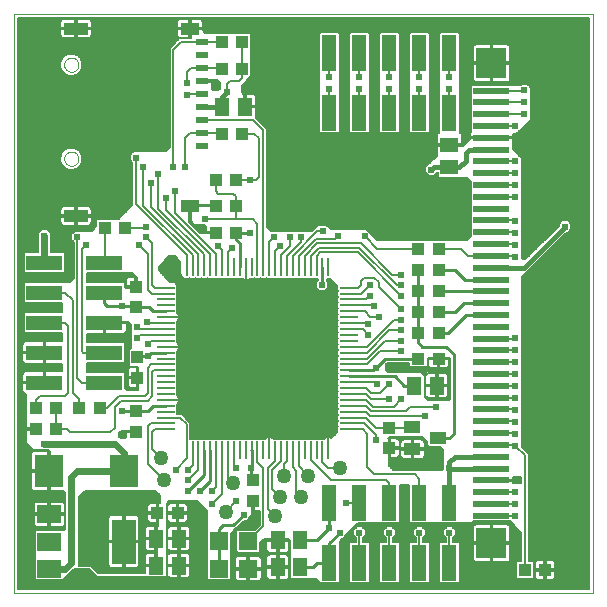
<source format=gtl>
G75*
G70*
%OFA0B0*%
%FSLAX24Y24*%
%IPPOS*%
%LPD*%
%AMOC8*
5,1,8,0,0,1.08239X$1,22.5*
%
%ADD10C,0.0000*%
%ADD11R,0.0106X0.0591*%
%ADD12R,0.0591X0.0106*%
%ADD13R,0.0512X0.0591*%
%ADD14R,0.0433X0.0394*%
%ADD15R,0.0394X0.0433*%
%ADD16R,0.0787X0.0591*%
%ADD17R,0.0787X0.1496*%
%ADD18R,0.0787X0.0394*%
%ADD19R,0.0591X0.0394*%
%ADD20R,0.0394X0.0197*%
%ADD21R,0.1200X0.0197*%
%ADD22R,0.1000X0.1000*%
%ADD23R,0.0551X0.0394*%
%ADD24R,0.0945X0.1102*%
%ADD25R,0.1213X0.0500*%
%ADD26R,0.0500X0.1213*%
%ADD27R,0.0630X0.0591*%
%ADD28R,0.0591X0.0512*%
%ADD29C,0.0500*%
%ADD30C,0.0100*%
%ADD31C,0.0238*%
%ADD32C,0.0160*%
%ADD33C,0.0060*%
%ADD34C,0.0240*%
D10*
X000980Y000980D02*
X000980Y020271D01*
X020271Y020271D01*
X020271Y000980D01*
X000980Y000980D01*
X002638Y015441D02*
X002640Y015471D01*
X002646Y015501D01*
X002655Y015530D01*
X002668Y015557D01*
X002685Y015582D01*
X002704Y015605D01*
X002727Y015626D01*
X002752Y015643D01*
X002778Y015657D01*
X002807Y015667D01*
X002836Y015674D01*
X002866Y015677D01*
X002897Y015676D01*
X002927Y015671D01*
X002956Y015662D01*
X002983Y015650D01*
X003009Y015635D01*
X003033Y015616D01*
X003054Y015594D01*
X003072Y015570D01*
X003087Y015543D01*
X003098Y015515D01*
X003106Y015486D01*
X003110Y015456D01*
X003110Y015426D01*
X003106Y015396D01*
X003098Y015367D01*
X003087Y015339D01*
X003072Y015312D01*
X003054Y015288D01*
X003033Y015266D01*
X003009Y015247D01*
X002983Y015232D01*
X002956Y015220D01*
X002927Y015211D01*
X002897Y015206D01*
X002866Y015205D01*
X002836Y015208D01*
X002807Y015215D01*
X002778Y015225D01*
X002752Y015239D01*
X002727Y015256D01*
X002704Y015277D01*
X002685Y015300D01*
X002668Y015325D01*
X002655Y015352D01*
X002646Y015381D01*
X002640Y015411D01*
X002638Y015441D01*
X002638Y018574D02*
X002640Y018604D01*
X002646Y018634D01*
X002655Y018663D01*
X002668Y018690D01*
X002685Y018715D01*
X002704Y018738D01*
X002727Y018759D01*
X002752Y018776D01*
X002778Y018790D01*
X002807Y018800D01*
X002836Y018807D01*
X002866Y018810D01*
X002897Y018809D01*
X002927Y018804D01*
X002956Y018795D01*
X002983Y018783D01*
X003009Y018768D01*
X003033Y018749D01*
X003054Y018727D01*
X003072Y018703D01*
X003087Y018676D01*
X003098Y018648D01*
X003106Y018619D01*
X003110Y018589D01*
X003110Y018559D01*
X003106Y018529D01*
X003098Y018500D01*
X003087Y018472D01*
X003072Y018445D01*
X003054Y018421D01*
X003033Y018399D01*
X003009Y018380D01*
X002983Y018365D01*
X002956Y018353D01*
X002927Y018344D01*
X002897Y018339D01*
X002866Y018338D01*
X002836Y018341D01*
X002807Y018348D01*
X002778Y018358D01*
X002752Y018372D01*
X002727Y018389D01*
X002704Y018410D01*
X002685Y018433D01*
X002668Y018458D01*
X002655Y018485D01*
X002646Y018514D01*
X002640Y018544D01*
X002638Y018574D01*
D11*
X006718Y011831D03*
X006915Y011831D03*
X007111Y011831D03*
X007308Y011831D03*
X007505Y011831D03*
X007702Y011831D03*
X007899Y011831D03*
X008096Y011831D03*
X008293Y011831D03*
X008489Y011831D03*
X008686Y011831D03*
X008883Y011831D03*
X009080Y011831D03*
X009277Y011831D03*
X009474Y011831D03*
X009671Y011831D03*
X009867Y011831D03*
X010064Y011831D03*
X010261Y011831D03*
X010458Y011831D03*
X010655Y011831D03*
X010852Y011831D03*
X011049Y011831D03*
X011245Y011831D03*
X011442Y011831D03*
X011442Y005729D03*
X011245Y005729D03*
X011049Y005729D03*
X010852Y005729D03*
X010655Y005729D03*
X010458Y005729D03*
X010261Y005729D03*
X010064Y005729D03*
X009867Y005729D03*
X009671Y005729D03*
X009474Y005729D03*
X009277Y005729D03*
X009080Y005729D03*
X008883Y005729D03*
X008686Y005729D03*
X008489Y005729D03*
X008293Y005729D03*
X008096Y005729D03*
X007899Y005729D03*
X007702Y005729D03*
X007505Y005729D03*
X007308Y005729D03*
X007111Y005729D03*
X006915Y005729D03*
X006718Y005729D03*
D12*
X006029Y006418D03*
X006029Y006615D03*
X006029Y006811D03*
X006029Y007008D03*
X006029Y007205D03*
X006029Y007402D03*
X006029Y007599D03*
X006029Y007796D03*
X006029Y007993D03*
X006029Y008189D03*
X006029Y008386D03*
X006029Y008583D03*
X006029Y008780D03*
X006029Y008977D03*
X006029Y009174D03*
X006029Y009371D03*
X006029Y009567D03*
X006029Y009764D03*
X006029Y009961D03*
X006029Y010158D03*
X006029Y010355D03*
X006029Y010552D03*
X006029Y010749D03*
X006029Y010945D03*
X006029Y011142D03*
X012131Y011142D03*
X012131Y010945D03*
X012131Y010749D03*
X012131Y010552D03*
X012131Y010355D03*
X012131Y010158D03*
X012131Y009961D03*
X012131Y009764D03*
X012131Y009567D03*
X012131Y009371D03*
X012131Y009174D03*
X012131Y008977D03*
X012131Y008780D03*
X012131Y008583D03*
X012131Y008386D03*
X012131Y008189D03*
X012131Y007993D03*
X012131Y007796D03*
X012131Y007599D03*
X012131Y007402D03*
X012131Y007205D03*
X012131Y007008D03*
X012131Y006811D03*
X012131Y006615D03*
X012131Y006418D03*
D13*
X014306Y007880D03*
X015054Y007880D03*
X010504Y002730D03*
X009756Y002730D03*
X009756Y001830D03*
X010504Y001830D03*
X006454Y001880D03*
X005706Y001880D03*
X005706Y002780D03*
X006454Y002780D03*
X007906Y017180D03*
X008654Y017180D03*
D14*
X008365Y013880D03*
X007695Y013880D03*
X007695Y012980D03*
X008365Y012980D03*
X014445Y008780D03*
X015115Y008780D03*
X013480Y006465D03*
X013480Y005795D03*
X006415Y003630D03*
X005745Y003630D03*
D15*
X005030Y006345D03*
X005030Y007015D03*
X005080Y008145D03*
X005080Y008815D03*
X005030Y010495D03*
X005030Y011165D03*
X004665Y013130D03*
X003995Y013130D03*
X007695Y014730D03*
X008365Y014730D03*
X008565Y016280D03*
X007895Y016280D03*
X007895Y018430D03*
X008565Y018430D03*
X008565Y019330D03*
X007895Y019330D03*
X014445Y012430D03*
X015115Y012430D03*
X015115Y011730D03*
X014445Y011730D03*
X014445Y011030D03*
X015115Y011030D03*
X015115Y010330D03*
X014445Y010330D03*
X014445Y009630D03*
X015115Y009630D03*
X008930Y004715D03*
X008930Y004045D03*
X003815Y007130D03*
X003145Y007130D03*
X002365Y007130D03*
X002365Y006430D03*
X001695Y006430D03*
X001695Y007130D03*
X017995Y001730D03*
X018665Y001730D03*
D16*
X002140Y001774D03*
X002140Y002680D03*
X002140Y003586D03*
D17*
X004620Y002680D03*
D18*
X003030Y013530D03*
X003030Y019780D03*
D19*
X006830Y019780D03*
X006830Y013880D03*
D20*
X007230Y015850D03*
X007230Y016290D03*
X007230Y016720D03*
X007230Y017160D03*
X007230Y017590D03*
X007230Y018030D03*
X007230Y018470D03*
X007230Y018910D03*
X007230Y019330D03*
D21*
X016880Y017712D03*
X016880Y017319D03*
X016880Y016925D03*
X016880Y016531D03*
X016880Y016137D03*
X016880Y015744D03*
X016880Y015350D03*
X016880Y014956D03*
X016880Y014563D03*
X016880Y014169D03*
X016880Y013775D03*
X016880Y013382D03*
X016880Y012988D03*
X016880Y012594D03*
X016880Y012200D03*
X016880Y011807D03*
X016880Y011413D03*
X016880Y011019D03*
X016880Y010626D03*
X016880Y010232D03*
X016880Y009838D03*
X016880Y009445D03*
X016880Y009051D03*
X016880Y008657D03*
X016880Y008263D03*
X016880Y007870D03*
X016880Y007476D03*
X016880Y007082D03*
X016880Y006689D03*
X016880Y006295D03*
X016880Y005901D03*
X016880Y005508D03*
X016880Y005114D03*
X016880Y004720D03*
X016880Y004326D03*
X016880Y003933D03*
X016880Y003539D03*
D22*
X016880Y002626D03*
X016880Y018626D03*
D23*
X014247Y006504D03*
X014247Y005756D03*
X015113Y006130D03*
D24*
X004620Y005030D03*
X002140Y005030D03*
D25*
X001980Y007980D03*
X001980Y008980D03*
X001980Y009980D03*
X001980Y010980D03*
X001980Y011980D03*
X003980Y011980D03*
X003980Y010980D03*
X003980Y009980D03*
X003980Y008980D03*
X003980Y007980D03*
D26*
X011480Y003980D03*
X012480Y003980D03*
X013480Y003980D03*
X014480Y003980D03*
X015480Y003980D03*
X015480Y001980D03*
X014480Y001980D03*
X013480Y001980D03*
X012480Y001980D03*
X011480Y001980D03*
X011480Y016980D03*
X012480Y016980D03*
X013480Y016980D03*
X014480Y016980D03*
X015480Y016980D03*
X015480Y018980D03*
X014480Y018980D03*
X013480Y018980D03*
X012480Y018980D03*
X011480Y018980D03*
D27*
X008772Y002683D03*
X008772Y001777D03*
X007788Y001777D03*
X007788Y002683D03*
D28*
X015480Y015156D03*
X015480Y015904D03*
D29*
X005880Y005480D03*
X005980Y004730D03*
X008030Y003680D03*
X008280Y004630D03*
X009680Y003530D03*
X009830Y004180D03*
X010530Y004180D03*
X010780Y004880D03*
X009980Y004880D03*
X011830Y005130D03*
D30*
X011480Y003980D02*
X011480Y003130D01*
X011080Y002730D01*
X010504Y002730D01*
X011080Y001980D02*
X011480Y001980D01*
X011480Y002630D01*
X011830Y002980D01*
X011080Y001980D02*
X010930Y001830D01*
X010504Y001830D01*
X008630Y003580D02*
X008280Y003230D01*
X007930Y003230D01*
X007788Y003088D01*
X007788Y002683D01*
X007788Y001777D01*
X007180Y004380D02*
X007505Y004705D01*
X007505Y005729D01*
X007308Y005729D02*
X007308Y004902D01*
X006780Y004380D01*
X008880Y004718D02*
X008880Y005130D01*
X008883Y005130D01*
X008883Y005729D01*
X008880Y005729D01*
X008883Y004718D02*
X008880Y004718D01*
X008883Y004718D02*
X008930Y004715D01*
X006029Y007205D02*
X005605Y007205D01*
X005415Y007015D01*
X005030Y007015D01*
X004595Y007015D01*
X004580Y007030D01*
X005080Y008815D02*
X005145Y008880D01*
X005430Y008880D01*
X005527Y008977D01*
X006029Y008977D01*
X006029Y010355D02*
X005605Y010355D01*
X005464Y010495D01*
X005030Y010495D01*
X005028Y010506D01*
X005023Y010516D01*
X005016Y010523D01*
X005006Y010528D01*
X004995Y010530D01*
X004580Y010530D01*
X004080Y010530D01*
X003980Y010630D01*
X003980Y010980D01*
X008489Y011831D02*
X008489Y012621D01*
X008380Y012730D01*
X008380Y012965D01*
X008365Y012980D01*
X008830Y012980D01*
X011245Y011831D02*
X011245Y011245D01*
X011230Y011230D01*
X013330Y008780D02*
X013030Y008480D01*
X012936Y008386D01*
X012131Y008386D01*
X012131Y008189D02*
X013671Y008189D01*
X013980Y007880D01*
X014306Y007880D01*
X014445Y008780D02*
X013330Y008780D01*
X014445Y009315D02*
X014580Y009180D01*
X015380Y009180D01*
X015630Y008930D01*
X015630Y006280D01*
X015480Y006130D01*
X015113Y006130D01*
X014445Y009315D02*
X014445Y009630D01*
X014445Y010330D01*
X014445Y011030D01*
X014445Y011730D01*
X015115Y011730D02*
X015680Y011730D01*
X015997Y011413D01*
X016880Y011413D01*
X016880Y011019D02*
X015175Y011019D01*
X015115Y011030D01*
X015115Y010330D02*
X015680Y010330D01*
X015976Y010626D01*
X016880Y010626D01*
X016880Y010232D02*
X016032Y010232D01*
X015430Y009630D01*
X015115Y009630D01*
D31*
X013880Y009730D03*
X013880Y009380D03*
X013880Y009030D03*
X013530Y008480D03*
X013030Y008480D03*
X013080Y007930D03*
X013480Y007930D03*
X013480Y007430D03*
X013880Y007430D03*
X014680Y006880D03*
X015030Y007180D03*
X015130Y005580D03*
X014830Y005580D03*
X015480Y005130D03*
X013980Y004180D03*
X013980Y003730D03*
X013480Y002980D03*
X014480Y002980D03*
X015480Y002980D03*
X016130Y002830D03*
X017680Y002830D03*
X017680Y002480D03*
X017680Y003530D03*
X017680Y003930D03*
X017680Y004330D03*
X017680Y004730D03*
X017680Y005880D03*
X017680Y006280D03*
X017680Y006680D03*
X017680Y007080D03*
X017680Y007480D03*
X017680Y007880D03*
X017680Y008280D03*
X017680Y008680D03*
X017680Y009080D03*
X017680Y009480D03*
X019730Y009830D03*
X017680Y012180D03*
X017680Y012580D03*
X017680Y012980D03*
X017680Y013380D03*
X017680Y014180D03*
X017680Y014580D03*
X017680Y014980D03*
X017680Y015380D03*
X017680Y016130D03*
X017680Y016530D03*
X017980Y016930D03*
X017980Y017330D03*
X017980Y017730D03*
X018880Y019430D03*
X019730Y019430D03*
X015480Y018180D03*
X015480Y017780D03*
X014480Y017780D03*
X014480Y018180D03*
X013480Y018180D03*
X013480Y017780D03*
X012480Y017780D03*
X012480Y018180D03*
X011480Y018180D03*
X011480Y017780D03*
X011980Y019430D03*
X012980Y019430D03*
X013980Y019430D03*
X014980Y019430D03*
X014880Y015080D03*
X012655Y012855D03*
X011780Y012880D03*
X011280Y013030D03*
X010530Y012830D03*
X010180Y012830D03*
X009830Y012530D03*
X009630Y012830D03*
X008830Y012980D03*
X008230Y012480D03*
X007780Y012530D03*
X007230Y013080D03*
X007330Y013430D03*
X006330Y014380D03*
X006030Y014130D03*
X005530Y014630D03*
X005780Y014930D03*
X006280Y015180D03*
X006680Y015180D03*
X005280Y015180D03*
X005030Y015480D03*
X005980Y016580D03*
X005980Y016980D03*
X006730Y017580D03*
X006730Y017980D03*
X007680Y017830D03*
X008080Y017680D03*
X008680Y017830D03*
X010180Y019430D03*
X008830Y014730D03*
X006230Y012030D03*
X005930Y011780D03*
X005130Y012580D03*
X005380Y012830D03*
X005380Y013180D03*
X004580Y011480D03*
X004580Y010530D03*
X005080Y009830D03*
X005080Y009480D03*
X005430Y009280D03*
X005430Y008880D03*
X004580Y008480D03*
X003980Y009480D03*
X005399Y010011D03*
X007080Y010780D03*
X007080Y008780D03*
X009080Y008780D03*
X009080Y010780D03*
X011080Y010780D03*
X011230Y011230D03*
X012780Y009930D03*
X012780Y009580D03*
X013130Y010180D03*
X012980Y010530D03*
X012830Y010880D03*
X012830Y011230D03*
X013880Y011230D03*
X013880Y010880D03*
X013880Y010430D03*
X013880Y010080D03*
X013880Y011580D03*
X011080Y008780D03*
X011080Y006780D03*
X009080Y006780D03*
X008880Y005130D03*
X008380Y005130D03*
X007580Y004380D03*
X007180Y004380D03*
X006780Y004380D03*
X006780Y004730D03*
X006780Y005080D03*
X006380Y005080D03*
X007580Y003930D03*
X008380Y004030D03*
X008630Y003580D03*
X009030Y003580D03*
X007280Y001430D03*
X006930Y001430D03*
X004980Y003730D03*
X004980Y004080D03*
X004630Y004080D03*
X004280Y004080D03*
X004280Y003730D03*
X004630Y003730D03*
X003930Y003730D03*
X003930Y003380D03*
X003930Y003030D03*
X003930Y002680D03*
X003580Y003030D03*
X003580Y003380D03*
X003580Y003730D03*
X003580Y004080D03*
X003930Y004080D03*
X002330Y004180D03*
X001980Y004180D03*
X001980Y005930D03*
X002380Y008480D03*
X001530Y008480D03*
X001530Y009480D03*
X002380Y009480D03*
X002380Y010480D03*
X001530Y010480D03*
X001530Y011480D03*
X002380Y011480D03*
X001980Y012580D03*
X001980Y012880D03*
X003080Y012830D03*
X003380Y012580D03*
X003430Y016580D03*
X003430Y016980D03*
X001530Y016980D03*
X001530Y016580D03*
X001430Y019380D03*
X004580Y007030D03*
X004580Y006230D03*
X007080Y006780D03*
X011480Y003130D03*
X011830Y002980D03*
X012480Y002980D03*
X012030Y003980D03*
X013030Y006080D03*
X012980Y001430D03*
X011980Y001430D03*
X013980Y001430D03*
X014980Y001430D03*
X019330Y001730D03*
X019730Y001730D03*
X019730Y005630D03*
X019330Y013180D03*
X019730Y014480D03*
X003480Y001580D03*
X003030Y001580D03*
D32*
X004620Y005030D02*
X004630Y005090D01*
X014880Y015080D02*
X014956Y015156D01*
X015480Y015156D01*
X015806Y015156D01*
X016030Y015380D01*
X016030Y015630D01*
X016144Y015744D01*
X016880Y015744D01*
X016873Y016130D02*
X016880Y016137D01*
X019330Y013180D02*
X017957Y011807D01*
X016880Y011807D01*
X016880Y005508D02*
X015658Y005508D01*
X015480Y005330D01*
X015480Y005130D01*
X015480Y003980D01*
X015496Y005114D02*
X015480Y005130D01*
X015496Y005114D02*
X016880Y005114D01*
X007886Y017160D02*
X007230Y017160D01*
X007886Y017160D02*
X007906Y017180D01*
X007906Y017506D01*
X008080Y017680D01*
D33*
X008080Y017930D01*
X008180Y018030D01*
X008480Y018030D01*
X008565Y018115D01*
X008565Y018430D01*
X008565Y019330D01*
X008851Y019349D02*
X011140Y019349D01*
X011140Y019291D02*
X008851Y019291D01*
X008851Y019232D02*
X011140Y019232D01*
X011140Y019174D02*
X008851Y019174D01*
X008851Y019115D02*
X011140Y019115D01*
X011140Y019057D02*
X008850Y019057D01*
X008850Y019075D02*
X008851Y019076D01*
X008851Y019584D01*
X008799Y019637D01*
X008331Y019637D01*
X008329Y019635D01*
X008131Y019635D01*
X008129Y019637D01*
X007661Y019637D01*
X007660Y019635D01*
X007347Y019635D01*
X007255Y019727D01*
X007255Y019750D01*
X006860Y019750D01*
X006860Y019810D01*
X006800Y019810D01*
X006800Y020107D01*
X006518Y020107D01*
X006485Y020098D01*
X006455Y020081D01*
X006431Y020057D01*
X006414Y020027D01*
X006405Y019994D01*
X006405Y019810D01*
X006800Y019810D01*
X006800Y019750D01*
X006860Y019750D01*
X006860Y019472D01*
X006838Y019450D01*
X006480Y019450D01*
X006230Y019200D01*
X006160Y019130D01*
X006160Y015817D01*
X006028Y015685D01*
X005121Y015685D01*
X005117Y015689D01*
X004943Y015689D01*
X004821Y015567D01*
X004821Y015393D01*
X004910Y015304D01*
X004910Y013902D01*
X004444Y013437D01*
X004431Y013437D01*
X004429Y013435D01*
X004231Y013435D01*
X004229Y013437D01*
X003761Y013437D01*
X003709Y013384D01*
X003709Y013181D01*
X003563Y013035D01*
X003171Y013035D01*
X003167Y013039D01*
X002993Y013039D01*
X002871Y012917D01*
X002871Y012743D01*
X002960Y012654D01*
X002960Y011452D01*
X002828Y011320D01*
X001336Y011320D01*
X001284Y011267D01*
X001284Y010693D01*
X001336Y010640D01*
X002565Y010640D01*
X002565Y010320D01*
X001336Y010320D01*
X001284Y010267D01*
X001284Y009693D01*
X001336Y009640D01*
X002565Y009640D01*
X002565Y009360D01*
X002010Y009360D01*
X002010Y009010D01*
X001950Y009010D01*
X001950Y009360D01*
X001357Y009360D01*
X001324Y009351D01*
X001294Y009334D01*
X001270Y009310D01*
X001253Y009280D01*
X001244Y009247D01*
X001244Y009010D01*
X001950Y009010D01*
X001950Y008950D01*
X002010Y008950D01*
X002010Y008600D01*
X002565Y008600D01*
X002565Y008360D01*
X002010Y008360D01*
X002010Y008010D01*
X001950Y008010D01*
X001950Y008360D01*
X001357Y008360D01*
X001324Y008351D01*
X001294Y008334D01*
X001270Y008310D01*
X001253Y008280D01*
X001244Y008247D01*
X001244Y008010D01*
X001950Y008010D01*
X001950Y007950D01*
X001244Y007950D01*
X001244Y007713D01*
X001253Y007680D01*
X001270Y007650D01*
X001294Y007626D01*
X001300Y007622D01*
X001370Y007553D01*
X001370Y006669D01*
X001369Y006664D01*
X001369Y006460D01*
X001665Y006460D01*
X001665Y006400D01*
X001369Y006400D01*
X001369Y006196D01*
X001370Y006191D01*
X001370Y005953D01*
X001585Y005738D01*
X001603Y005720D01*
X002123Y005720D01*
X002170Y005673D01*
X002170Y005060D01*
X002110Y005060D01*
X002110Y005711D01*
X001650Y005711D01*
X001617Y005702D01*
X001588Y005685D01*
X001563Y005661D01*
X001546Y005631D01*
X001537Y005598D01*
X001537Y005060D01*
X002110Y005060D01*
X002110Y005000D01*
X002170Y005000D01*
X002170Y004349D01*
X002609Y004349D01*
X002670Y004288D01*
X002670Y003097D01*
X002638Y003065D01*
X002571Y003065D01*
X002571Y003065D01*
X001709Y003065D01*
X001656Y003013D01*
X001656Y002347D01*
X001660Y002344D01*
X001660Y002111D01*
X001656Y002107D01*
X001656Y001442D01*
X001709Y001389D01*
X002571Y001389D01*
X002572Y001390D01*
X002587Y001390D01*
X002910Y001713D01*
X002957Y001760D01*
X003480Y001760D01*
X003730Y001510D01*
X005398Y001510D01*
X005413Y001495D01*
X005999Y001495D01*
X006052Y001547D01*
X006052Y002213D01*
X006050Y002214D01*
X006050Y002446D01*
X006052Y002447D01*
X006052Y003113D01*
X006050Y003114D01*
X006050Y003394D01*
X006052Y003396D01*
X006052Y003864D01*
X006050Y003866D01*
X006050Y003938D01*
X006137Y004025D01*
X007058Y004025D01*
X007390Y003693D01*
X007390Y003022D01*
X007383Y003015D01*
X007383Y002350D01*
X007385Y002348D01*
X007385Y002112D01*
X007383Y002110D01*
X007383Y001445D01*
X007436Y001392D01*
X008140Y001392D01*
X008193Y001445D01*
X008193Y002110D01*
X008190Y002113D01*
X008190Y002347D01*
X008193Y002350D01*
X008193Y002945D01*
X008337Y003090D01*
X008338Y003090D01*
X008420Y003172D01*
X008619Y003371D01*
X008717Y003371D01*
X008839Y003493D01*
X008839Y003497D01*
X008895Y003553D01*
X008895Y003699D01*
X008900Y003699D01*
X008900Y004015D01*
X008960Y004015D01*
X008960Y003699D01*
X009119Y003699D01*
X009160Y003658D01*
X009160Y003240D01*
X008988Y003068D01*
X008420Y003068D01*
X008367Y003015D01*
X008367Y002350D01*
X008420Y002297D01*
X009124Y002297D01*
X009177Y002350D01*
X009177Y002640D01*
X009297Y002760D01*
X009370Y002760D01*
X009726Y002760D01*
X009726Y002700D01*
X009786Y002700D01*
X009786Y002760D01*
X010108Y002760D01*
X010158Y002709D01*
X010158Y002397D01*
X010160Y002396D01*
X010160Y002164D01*
X010158Y002163D01*
X010158Y001497D01*
X010211Y001445D01*
X010797Y001445D01*
X010797Y001445D01*
X011028Y001445D01*
X011173Y001300D01*
X011176Y001300D01*
X011193Y001284D01*
X011767Y001284D01*
X011820Y001336D01*
X011820Y002678D01*
X011913Y002771D01*
X011917Y002771D01*
X012039Y002893D01*
X012039Y002897D01*
X012426Y003284D01*
X012767Y003284D01*
X012769Y003285D01*
X013191Y003285D01*
X013193Y003284D01*
X013767Y003284D01*
X013820Y003336D01*
X013820Y004560D01*
X014140Y004560D01*
X014140Y003336D01*
X014193Y003284D01*
X014767Y003284D01*
X014769Y003285D01*
X015191Y003285D01*
X015193Y003284D01*
X015767Y003284D01*
X015769Y003285D01*
X016207Y003285D01*
X016225Y003303D01*
X016225Y003308D01*
X016268Y003351D01*
X017497Y003351D01*
X017875Y002972D01*
X017875Y002037D01*
X017761Y002037D01*
X017709Y001984D01*
X017709Y001476D01*
X017761Y001423D01*
X018229Y001423D01*
X018282Y001476D01*
X018282Y001984D01*
X018229Y002037D01*
X018115Y002037D01*
X018115Y005614D01*
X017890Y005840D01*
X017890Y011503D01*
X018024Y011637D01*
X018027Y011637D01*
X019361Y012971D01*
X019417Y012971D01*
X019539Y013093D01*
X019539Y013267D01*
X019417Y013389D01*
X019243Y013389D01*
X019121Y013267D01*
X019121Y013211D01*
X018005Y012095D01*
X017922Y012095D01*
X017890Y012127D01*
X017890Y015467D01*
X017872Y015485D01*
X017600Y015757D01*
X017600Y015987D01*
X017601Y015989D01*
X017610Y016022D01*
X017610Y016118D01*
X016899Y016118D01*
X016899Y016157D01*
X017610Y016157D01*
X017610Y016248D01*
X017627Y016265D01*
X017707Y016265D01*
X017725Y016283D01*
X017763Y016321D01*
X017767Y016321D01*
X017889Y016443D01*
X017889Y016447D01*
X018185Y016743D01*
X018185Y016839D01*
X018189Y016843D01*
X018189Y017017D01*
X018185Y017021D01*
X018185Y017239D01*
X018189Y017243D01*
X020141Y017243D01*
X020141Y017185D02*
X018185Y017185D01*
X018189Y017243D02*
X018189Y017417D01*
X018185Y017421D01*
X018185Y017639D01*
X018189Y017643D01*
X018189Y017817D01*
X018067Y017939D01*
X017893Y017939D01*
X017854Y017900D01*
X017518Y017900D01*
X017517Y017901D01*
X016243Y017901D01*
X016190Y017848D01*
X016190Y016330D01*
X016176Y016316D01*
X016159Y016286D01*
X016150Y016253D01*
X016150Y016157D01*
X016861Y016157D01*
X016861Y016118D01*
X016150Y016118D01*
X016150Y016097D01*
X015928Y015875D01*
X015853Y015875D01*
X015852Y015874D01*
X015510Y015874D01*
X015510Y015934D01*
X015905Y015934D01*
X015905Y016177D01*
X015905Y016178D01*
X015905Y016232D01*
X015887Y016250D01*
X015820Y016317D01*
X015820Y019624D01*
X015767Y019676D01*
X015193Y019676D01*
X015140Y019624D01*
X015140Y016317D01*
X015073Y016250D01*
X015055Y016232D01*
X015055Y016178D01*
X015055Y016177D01*
X015055Y015934D01*
X015450Y015934D01*
X015450Y015874D01*
X015055Y015874D01*
X015055Y015631D01*
X015055Y015630D01*
X015055Y015547D01*
X014797Y015289D01*
X014793Y015289D01*
X014671Y015167D01*
X014671Y014993D01*
X014793Y014871D01*
X014967Y014871D01*
X015082Y014986D01*
X015095Y014986D01*
X015095Y014863D01*
X015147Y014810D01*
X015757Y014810D01*
X015758Y014810D01*
X016053Y014810D01*
X016190Y014673D01*
X016190Y012872D01*
X016053Y012735D01*
X015350Y012735D01*
X015349Y012737D01*
X014881Y012737D01*
X014879Y012735D01*
X014681Y012735D01*
X014679Y012737D01*
X014211Y012737D01*
X014210Y012735D01*
X013067Y012735D01*
X012864Y012938D01*
X012864Y012942D01*
X012742Y013064D01*
X012738Y013064D01*
X012730Y013072D01*
X012712Y013090D01*
X011517Y013090D01*
X011385Y013222D01*
X011367Y013240D01*
X011103Y013240D01*
X011085Y013222D01*
X010903Y013040D01*
X009522Y013040D01*
X009397Y013166D01*
X009397Y016433D01*
X009327Y016503D01*
X009018Y016812D01*
X009031Y016835D01*
X009040Y016868D01*
X009040Y017150D01*
X008684Y017150D01*
X008684Y017210D01*
X008624Y017210D01*
X008624Y017562D01*
X008625Y017563D01*
X008625Y017587D01*
X008624Y017588D01*
X008624Y017605D01*
X008607Y017605D01*
X008550Y017662D01*
X008550Y017873D01*
X008832Y018155D01*
X008850Y018173D01*
X008850Y018175D01*
X008851Y018176D01*
X008851Y018684D01*
X008850Y018685D01*
X008850Y019075D01*
X008850Y018998D02*
X011140Y018998D01*
X011140Y018940D02*
X008850Y018940D01*
X008850Y018881D02*
X011140Y018881D01*
X011140Y018823D02*
X008850Y018823D01*
X008850Y018764D02*
X011140Y018764D01*
X011140Y018706D02*
X008850Y018706D01*
X008851Y018647D02*
X011140Y018647D01*
X011140Y018589D02*
X008851Y018589D01*
X008851Y018530D02*
X011140Y018530D01*
X011140Y018472D02*
X008851Y018472D01*
X008851Y018413D02*
X011140Y018413D01*
X011140Y018355D02*
X008851Y018355D01*
X008851Y018296D02*
X011140Y018296D01*
X011140Y018238D02*
X008851Y018238D01*
X008851Y018179D02*
X011140Y018179D01*
X011140Y018121D02*
X008798Y018121D01*
X008739Y018062D02*
X011140Y018062D01*
X011140Y018004D02*
X008681Y018004D01*
X008622Y017945D02*
X011140Y017945D01*
X011140Y017887D02*
X008564Y017887D01*
X008550Y017828D02*
X011140Y017828D01*
X011140Y017770D02*
X008550Y017770D01*
X008550Y017711D02*
X011140Y017711D01*
X011140Y017653D02*
X008560Y017653D01*
X008624Y017594D02*
X008684Y017594D01*
X008684Y017605D02*
X008684Y017210D01*
X009040Y017210D01*
X009040Y017492D01*
X009031Y017525D01*
X009014Y017555D01*
X008990Y017579D01*
X008960Y017596D01*
X008927Y017605D01*
X008684Y017605D01*
X008684Y017536D02*
X008624Y017536D01*
X008624Y017477D02*
X008684Y017477D01*
X008684Y017419D02*
X008624Y017419D01*
X008624Y017360D02*
X008684Y017360D01*
X008684Y017302D02*
X008624Y017302D01*
X008624Y017243D02*
X008684Y017243D01*
X008684Y017185D02*
X011140Y017185D01*
X011140Y017243D02*
X009040Y017243D01*
X009040Y017302D02*
X011140Y017302D01*
X011140Y017360D02*
X009040Y017360D01*
X009040Y017419D02*
X011140Y017419D01*
X011140Y017477D02*
X009040Y017477D01*
X009025Y017536D02*
X011140Y017536D01*
X011140Y017594D02*
X008964Y017594D01*
X009040Y017126D02*
X011140Y017126D01*
X011140Y017068D02*
X009040Y017068D01*
X009040Y017009D02*
X011140Y017009D01*
X011140Y016951D02*
X009040Y016951D01*
X009040Y016892D02*
X011140Y016892D01*
X011140Y016834D02*
X009030Y016834D01*
X009055Y016775D02*
X011140Y016775D01*
X011140Y016717D02*
X009113Y016717D01*
X009172Y016658D02*
X011140Y016658D01*
X011140Y016600D02*
X009230Y016600D01*
X009289Y016541D02*
X011140Y016541D01*
X011140Y016483D02*
X009347Y016483D01*
X009397Y016424D02*
X011140Y016424D01*
X011140Y016366D02*
X009397Y016366D01*
X009397Y016307D02*
X011169Y016307D01*
X011193Y016284D02*
X011767Y016284D01*
X011820Y016336D01*
X011820Y017624D01*
X011820Y018372D01*
X011820Y019624D01*
X011767Y019676D01*
X011193Y019676D01*
X011140Y019624D01*
X011140Y016336D01*
X011193Y016284D01*
X011791Y016307D02*
X012169Y016307D01*
X012193Y016284D02*
X012767Y016284D01*
X012820Y016336D01*
X012820Y017624D01*
X012820Y018377D01*
X012820Y019624D01*
X012767Y019676D01*
X012193Y019676D01*
X012140Y019624D01*
X012140Y016336D01*
X012193Y016284D01*
X012140Y016366D02*
X011820Y016366D01*
X011820Y016424D02*
X012140Y016424D01*
X012140Y016483D02*
X011820Y016483D01*
X011820Y016541D02*
X012140Y016541D01*
X012140Y016600D02*
X011820Y016600D01*
X011820Y016658D02*
X012140Y016658D01*
X012140Y016717D02*
X011820Y016717D01*
X011820Y016775D02*
X012140Y016775D01*
X012140Y016834D02*
X011820Y016834D01*
X011820Y016892D02*
X012140Y016892D01*
X012140Y016951D02*
X011820Y016951D01*
X011820Y017009D02*
X012140Y017009D01*
X012140Y017068D02*
X011820Y017068D01*
X011820Y017126D02*
X012140Y017126D01*
X012140Y017185D02*
X011820Y017185D01*
X011820Y017243D02*
X012140Y017243D01*
X012140Y017302D02*
X011820Y017302D01*
X011820Y017360D02*
X012140Y017360D01*
X012140Y017419D02*
X011820Y017419D01*
X011820Y017477D02*
X012140Y017477D01*
X012140Y017536D02*
X011820Y017536D01*
X011820Y017594D02*
X012140Y017594D01*
X012140Y017653D02*
X011820Y017653D01*
X011820Y017711D02*
X012140Y017711D01*
X012140Y017770D02*
X011820Y017770D01*
X011820Y017828D02*
X012140Y017828D01*
X012140Y017887D02*
X011820Y017887D01*
X011820Y017945D02*
X012140Y017945D01*
X012140Y018004D02*
X011820Y018004D01*
X011820Y018062D02*
X012140Y018062D01*
X012140Y018121D02*
X011820Y018121D01*
X011820Y018179D02*
X012140Y018179D01*
X012140Y018238D02*
X011820Y018238D01*
X011820Y018296D02*
X012140Y018296D01*
X012140Y018355D02*
X011820Y018355D01*
X011820Y018413D02*
X012140Y018413D01*
X012140Y018472D02*
X011820Y018472D01*
X011820Y018530D02*
X012140Y018530D01*
X012140Y018589D02*
X011820Y018589D01*
X011820Y018647D02*
X012140Y018647D01*
X012140Y018706D02*
X011820Y018706D01*
X011820Y018764D02*
X012140Y018764D01*
X012140Y018823D02*
X011820Y018823D01*
X011820Y018881D02*
X012140Y018881D01*
X012140Y018940D02*
X011820Y018940D01*
X011820Y018998D02*
X012140Y018998D01*
X012140Y019057D02*
X011820Y019057D01*
X011820Y019115D02*
X012140Y019115D01*
X012140Y019174D02*
X011820Y019174D01*
X011820Y019232D02*
X012140Y019232D01*
X012140Y019291D02*
X011820Y019291D01*
X011820Y019349D02*
X012140Y019349D01*
X012140Y019408D02*
X011820Y019408D01*
X011820Y019466D02*
X012140Y019466D01*
X012140Y019525D02*
X011820Y019525D01*
X011820Y019583D02*
X012140Y019583D01*
X012158Y019642D02*
X011802Y019642D01*
X011158Y019642D02*
X007341Y019642D01*
X007282Y019700D02*
X020141Y019700D01*
X020141Y019642D02*
X015802Y019642D01*
X015820Y019583D02*
X020141Y019583D01*
X020141Y019525D02*
X015820Y019525D01*
X015820Y019466D02*
X020141Y019466D01*
X020141Y019408D02*
X015820Y019408D01*
X015820Y019349D02*
X020141Y019349D01*
X020141Y019291D02*
X015820Y019291D01*
X015820Y019232D02*
X016304Y019232D01*
X016300Y019230D02*
X016276Y019205D01*
X016259Y019176D01*
X016250Y019143D01*
X016250Y018656D01*
X016850Y018656D01*
X016850Y019256D01*
X016363Y019256D01*
X016330Y019247D01*
X016300Y019230D01*
X016258Y019174D02*
X015820Y019174D01*
X015820Y019115D02*
X016250Y019115D01*
X016250Y019057D02*
X015820Y019057D01*
X015820Y018998D02*
X016250Y018998D01*
X016250Y018940D02*
X015820Y018940D01*
X015820Y018881D02*
X016250Y018881D01*
X016250Y018823D02*
X015820Y018823D01*
X015820Y018764D02*
X016250Y018764D01*
X016250Y018706D02*
X015820Y018706D01*
X015820Y018647D02*
X016850Y018647D01*
X016850Y018656D02*
X016850Y018596D01*
X016250Y018596D01*
X016250Y018109D01*
X016259Y018075D01*
X016276Y018046D01*
X016300Y018022D01*
X016330Y018005D01*
X016363Y017996D01*
X016850Y017996D01*
X016850Y018596D01*
X016910Y018596D01*
X016910Y018656D01*
X016850Y018656D01*
X016850Y018706D02*
X016910Y018706D01*
X016910Y018656D02*
X016910Y019256D01*
X017397Y019256D01*
X017430Y019247D01*
X017460Y019230D01*
X017484Y019205D01*
X017501Y019176D01*
X017510Y019143D01*
X017510Y018656D01*
X016910Y018656D01*
X016910Y018647D02*
X020141Y018647D01*
X020141Y018589D02*
X017510Y018589D01*
X017510Y018596D02*
X016910Y018596D01*
X016910Y017996D01*
X017397Y017996D01*
X017430Y018005D01*
X017460Y018022D01*
X017484Y018046D01*
X017501Y018075D01*
X017510Y018109D01*
X017510Y018596D01*
X017510Y018530D02*
X020141Y018530D01*
X020141Y018472D02*
X017510Y018472D01*
X017510Y018413D02*
X020141Y018413D01*
X020141Y018355D02*
X017510Y018355D01*
X017510Y018296D02*
X020141Y018296D01*
X020141Y018238D02*
X017510Y018238D01*
X017510Y018179D02*
X020141Y018179D01*
X020141Y018121D02*
X017510Y018121D01*
X017493Y018062D02*
X020141Y018062D01*
X020141Y018004D02*
X017427Y018004D01*
X016910Y018004D02*
X016850Y018004D01*
X016850Y018062D02*
X016910Y018062D01*
X016910Y018121D02*
X016850Y018121D01*
X016850Y018179D02*
X016910Y018179D01*
X016910Y018238D02*
X016850Y018238D01*
X016850Y018296D02*
X016910Y018296D01*
X016910Y018355D02*
X016850Y018355D01*
X016850Y018413D02*
X016910Y018413D01*
X016910Y018472D02*
X016850Y018472D01*
X016850Y018530D02*
X016910Y018530D01*
X016910Y018589D02*
X016850Y018589D01*
X016850Y018764D02*
X016910Y018764D01*
X016910Y018823D02*
X016850Y018823D01*
X016850Y018881D02*
X016910Y018881D01*
X016910Y018940D02*
X016850Y018940D01*
X016850Y018998D02*
X016910Y018998D01*
X016910Y019057D02*
X016850Y019057D01*
X016850Y019115D02*
X016910Y019115D01*
X016910Y019174D02*
X016850Y019174D01*
X016850Y019232D02*
X016910Y019232D01*
X017456Y019232D02*
X020141Y019232D01*
X020141Y019174D02*
X017502Y019174D01*
X017510Y019115D02*
X020141Y019115D01*
X020141Y019057D02*
X017510Y019057D01*
X017510Y018998D02*
X020141Y018998D01*
X020141Y018940D02*
X017510Y018940D01*
X017510Y018881D02*
X020141Y018881D01*
X020141Y018823D02*
X017510Y018823D01*
X017510Y018764D02*
X020141Y018764D01*
X020141Y018706D02*
X017510Y018706D01*
X018119Y017887D02*
X020141Y017887D01*
X020141Y017945D02*
X015820Y017945D01*
X015820Y017887D02*
X016229Y017887D01*
X016190Y017828D02*
X015820Y017828D01*
X015820Y017770D02*
X016190Y017770D01*
X016190Y017711D02*
X015820Y017711D01*
X015820Y017653D02*
X016190Y017653D01*
X016190Y017594D02*
X015820Y017594D01*
X015820Y017536D02*
X016190Y017536D01*
X016190Y017477D02*
X015820Y017477D01*
X015820Y017419D02*
X016190Y017419D01*
X016190Y017360D02*
X015820Y017360D01*
X015820Y017302D02*
X016190Y017302D01*
X016190Y017243D02*
X015820Y017243D01*
X015820Y017185D02*
X016190Y017185D01*
X016190Y017126D02*
X015820Y017126D01*
X015820Y017068D02*
X016190Y017068D01*
X016190Y017009D02*
X015820Y017009D01*
X015820Y016951D02*
X016190Y016951D01*
X016190Y016892D02*
X015820Y016892D01*
X015820Y016834D02*
X016190Y016834D01*
X016190Y016775D02*
X015820Y016775D01*
X015820Y016717D02*
X016190Y016717D01*
X016190Y016658D02*
X015820Y016658D01*
X015820Y016600D02*
X016190Y016600D01*
X016190Y016541D02*
X015820Y016541D01*
X015820Y016483D02*
X016190Y016483D01*
X016190Y016424D02*
X015820Y016424D01*
X015820Y016366D02*
X016190Y016366D01*
X016171Y016307D02*
X015830Y016307D01*
X015889Y016249D02*
X016150Y016249D01*
X016150Y016190D02*
X015905Y016190D01*
X015905Y016132D02*
X016861Y016132D01*
X016899Y016132D02*
X020141Y016132D01*
X020141Y016190D02*
X017610Y016190D01*
X017611Y016249D02*
X020141Y016249D01*
X020141Y016307D02*
X017749Y016307D01*
X017811Y016366D02*
X020141Y016366D01*
X020141Y016424D02*
X017870Y016424D01*
X017925Y016483D02*
X020141Y016483D01*
X020141Y016541D02*
X017983Y016541D01*
X018042Y016600D02*
X020141Y016600D01*
X020141Y016658D02*
X018100Y016658D01*
X018159Y016717D02*
X020141Y016717D01*
X020141Y016775D02*
X018185Y016775D01*
X018185Y016834D02*
X020141Y016834D01*
X020141Y016892D02*
X018189Y016892D01*
X018189Y016951D02*
X020141Y016951D01*
X020141Y017009D02*
X018189Y017009D01*
X018185Y017068D02*
X020141Y017068D01*
X020141Y017126D02*
X018185Y017126D01*
X018189Y017302D02*
X020141Y017302D01*
X020141Y017360D02*
X018189Y017360D01*
X018187Y017419D02*
X020141Y017419D01*
X020141Y017477D02*
X018185Y017477D01*
X018185Y017536D02*
X020141Y017536D01*
X020141Y017594D02*
X018185Y017594D01*
X018189Y017653D02*
X020141Y017653D01*
X020141Y017711D02*
X018189Y017711D01*
X018189Y017770D02*
X020141Y017770D01*
X020141Y017828D02*
X018178Y017828D01*
X017980Y017730D02*
X017962Y017712D01*
X016880Y017712D01*
X016880Y017319D02*
X017969Y017319D01*
X017980Y017330D01*
X017980Y016930D02*
X017975Y016925D01*
X016880Y016925D01*
X016880Y016531D02*
X017679Y016531D01*
X017680Y016530D01*
X017610Y016073D02*
X020141Y016073D01*
X020141Y016015D02*
X017608Y016015D01*
X017600Y015956D02*
X020141Y015956D01*
X020141Y015898D02*
X017600Y015898D01*
X017600Y015839D02*
X020141Y015839D01*
X020141Y015781D02*
X017600Y015781D01*
X017635Y015722D02*
X020141Y015722D01*
X020141Y015664D02*
X017694Y015664D01*
X017752Y015605D02*
X020141Y015605D01*
X020141Y015547D02*
X017811Y015547D01*
X017869Y015488D02*
X020141Y015488D01*
X020141Y015430D02*
X017890Y015430D01*
X017890Y015371D02*
X020141Y015371D01*
X020141Y015313D02*
X017890Y015313D01*
X017890Y015254D02*
X020141Y015254D01*
X020141Y015196D02*
X017890Y015196D01*
X017890Y015137D02*
X020141Y015137D01*
X020141Y015079D02*
X017890Y015079D01*
X017890Y015020D02*
X020141Y015020D01*
X020141Y014962D02*
X017890Y014962D01*
X017890Y014903D02*
X020141Y014903D01*
X020141Y014845D02*
X017890Y014845D01*
X017890Y014786D02*
X020141Y014786D01*
X020141Y014728D02*
X017890Y014728D01*
X017890Y014669D02*
X020141Y014669D01*
X020141Y014611D02*
X017890Y014611D01*
X017890Y014552D02*
X020141Y014552D01*
X020141Y014494D02*
X017890Y014494D01*
X017890Y014435D02*
X020141Y014435D01*
X020141Y014377D02*
X017890Y014377D01*
X017890Y014318D02*
X020141Y014318D01*
X020141Y014260D02*
X017890Y014260D01*
X017890Y014201D02*
X020141Y014201D01*
X020141Y014143D02*
X017890Y014143D01*
X017890Y014084D02*
X020141Y014084D01*
X020141Y014026D02*
X017890Y014026D01*
X017890Y013967D02*
X020141Y013967D01*
X020141Y013909D02*
X017890Y013909D01*
X017890Y013850D02*
X020141Y013850D01*
X020141Y013792D02*
X017890Y013792D01*
X017890Y013733D02*
X020141Y013733D01*
X020141Y013675D02*
X017890Y013675D01*
X017890Y013616D02*
X020141Y013616D01*
X020141Y013558D02*
X017890Y013558D01*
X017890Y013499D02*
X020141Y013499D01*
X020141Y013441D02*
X017890Y013441D01*
X017890Y013382D02*
X019236Y013382D01*
X019178Y013324D02*
X017890Y013324D01*
X017890Y013265D02*
X019121Y013265D01*
X019116Y013207D02*
X017890Y013207D01*
X017890Y013148D02*
X019058Y013148D01*
X018999Y013090D02*
X017890Y013090D01*
X017890Y013031D02*
X018941Y013031D01*
X018882Y012973D02*
X017890Y012973D01*
X017890Y012914D02*
X018824Y012914D01*
X018765Y012856D02*
X017890Y012856D01*
X017890Y012797D02*
X018707Y012797D01*
X018648Y012739D02*
X017890Y012739D01*
X017890Y012680D02*
X018590Y012680D01*
X018531Y012622D02*
X017890Y012622D01*
X017890Y012563D02*
X018473Y012563D01*
X018414Y012505D02*
X017890Y012505D01*
X017890Y012446D02*
X018356Y012446D01*
X018297Y012388D02*
X017890Y012388D01*
X017890Y012329D02*
X018239Y012329D01*
X018180Y012271D02*
X017890Y012271D01*
X017890Y012212D02*
X018122Y012212D01*
X018063Y012154D02*
X017890Y012154D01*
X017922Y012095D02*
X018005Y012095D01*
X018310Y011920D02*
X020141Y011920D01*
X020141Y011978D02*
X018368Y011978D01*
X018427Y012037D02*
X020141Y012037D01*
X020141Y012095D02*
X018485Y012095D01*
X018544Y012154D02*
X020141Y012154D01*
X020141Y012212D02*
X018602Y012212D01*
X018661Y012271D02*
X020141Y012271D01*
X020141Y012329D02*
X018719Y012329D01*
X018778Y012388D02*
X020141Y012388D01*
X020141Y012446D02*
X018836Y012446D01*
X018895Y012505D02*
X020141Y012505D01*
X020141Y012563D02*
X018953Y012563D01*
X019012Y012622D02*
X020141Y012622D01*
X020141Y012680D02*
X019070Y012680D01*
X019129Y012739D02*
X020141Y012739D01*
X020141Y012797D02*
X019187Y012797D01*
X019246Y012856D02*
X020141Y012856D01*
X020141Y012914D02*
X019304Y012914D01*
X019418Y012973D02*
X020141Y012973D01*
X020141Y013031D02*
X019477Y013031D01*
X019535Y013090D02*
X020141Y013090D01*
X020141Y013148D02*
X019539Y013148D01*
X019539Y013207D02*
X020141Y013207D01*
X020141Y013265D02*
X019539Y013265D01*
X019482Y013324D02*
X020141Y013324D01*
X020141Y013382D02*
X019424Y013382D01*
X020141Y011861D02*
X018251Y011861D01*
X018193Y011803D02*
X020141Y011803D01*
X020141Y011744D02*
X018134Y011744D01*
X018076Y011686D02*
X020141Y011686D01*
X020141Y011627D02*
X018014Y011627D01*
X017956Y011569D02*
X020141Y011569D01*
X020141Y011510D02*
X017897Y011510D01*
X017890Y011452D02*
X020141Y011452D01*
X020141Y011393D02*
X017890Y011393D01*
X017890Y011335D02*
X020141Y011335D01*
X020141Y011276D02*
X017890Y011276D01*
X017890Y011218D02*
X020141Y011218D01*
X020141Y011159D02*
X017890Y011159D01*
X017890Y011101D02*
X020141Y011101D01*
X020141Y011042D02*
X017890Y011042D01*
X017890Y010984D02*
X020141Y010984D01*
X020141Y010925D02*
X017890Y010925D01*
X017890Y010867D02*
X020141Y010867D01*
X020141Y010808D02*
X017890Y010808D01*
X017890Y010750D02*
X020141Y010750D01*
X020141Y010691D02*
X017890Y010691D01*
X017890Y010633D02*
X020141Y010633D01*
X020141Y010574D02*
X017890Y010574D01*
X017890Y010516D02*
X020141Y010516D01*
X020141Y010457D02*
X017890Y010457D01*
X017890Y010399D02*
X020141Y010399D01*
X020141Y010340D02*
X017890Y010340D01*
X017890Y010282D02*
X020141Y010282D01*
X020141Y010223D02*
X017890Y010223D01*
X017890Y010165D02*
X020141Y010165D01*
X020141Y010106D02*
X017890Y010106D01*
X017890Y010048D02*
X020141Y010048D01*
X020141Y009989D02*
X017890Y009989D01*
X017890Y009931D02*
X020141Y009931D01*
X020141Y009872D02*
X017890Y009872D01*
X017890Y009814D02*
X020141Y009814D01*
X020141Y009755D02*
X017890Y009755D01*
X017890Y009697D02*
X020141Y009697D01*
X020141Y009638D02*
X017890Y009638D01*
X017890Y009580D02*
X020141Y009580D01*
X020141Y009521D02*
X017890Y009521D01*
X017890Y009463D02*
X020141Y009463D01*
X020141Y009404D02*
X017890Y009404D01*
X017890Y009346D02*
X020141Y009346D01*
X020141Y009287D02*
X017890Y009287D01*
X017890Y009229D02*
X020141Y009229D01*
X020141Y009170D02*
X017890Y009170D01*
X017890Y009112D02*
X020141Y009112D01*
X020141Y009053D02*
X017890Y009053D01*
X017890Y008995D02*
X020141Y008995D01*
X020141Y008936D02*
X017890Y008936D01*
X017890Y008878D02*
X020141Y008878D01*
X020141Y008819D02*
X017890Y008819D01*
X017890Y008761D02*
X020141Y008761D01*
X020141Y008702D02*
X017890Y008702D01*
X017890Y008644D02*
X020141Y008644D01*
X020141Y008585D02*
X017890Y008585D01*
X017890Y008527D02*
X020141Y008527D01*
X020141Y008468D02*
X017890Y008468D01*
X017890Y008410D02*
X020141Y008410D01*
X020141Y008351D02*
X017890Y008351D01*
X017890Y008293D02*
X020141Y008293D01*
X020141Y008234D02*
X017890Y008234D01*
X017890Y008176D02*
X020141Y008176D01*
X020141Y008117D02*
X017890Y008117D01*
X017890Y008059D02*
X020141Y008059D01*
X020141Y008000D02*
X017890Y008000D01*
X017890Y007942D02*
X020141Y007942D01*
X020141Y007883D02*
X017890Y007883D01*
X017890Y007825D02*
X020141Y007825D01*
X020141Y007766D02*
X017890Y007766D01*
X017890Y007708D02*
X020141Y007708D01*
X020141Y007649D02*
X017890Y007649D01*
X017890Y007591D02*
X020141Y007591D01*
X020141Y007532D02*
X017890Y007532D01*
X017890Y007474D02*
X020141Y007474D01*
X020141Y007415D02*
X017890Y007415D01*
X017890Y007357D02*
X020141Y007357D01*
X020141Y007298D02*
X017890Y007298D01*
X017890Y007240D02*
X020141Y007240D01*
X020141Y007181D02*
X017890Y007181D01*
X017890Y007123D02*
X020141Y007123D01*
X020141Y007064D02*
X017890Y007064D01*
X017890Y007006D02*
X020141Y007006D01*
X020141Y006947D02*
X017890Y006947D01*
X017890Y006889D02*
X020141Y006889D01*
X020141Y006830D02*
X017890Y006830D01*
X017890Y006772D02*
X020141Y006772D01*
X020141Y006713D02*
X017890Y006713D01*
X017890Y006655D02*
X020141Y006655D01*
X020141Y006596D02*
X017890Y006596D01*
X017890Y006538D02*
X020141Y006538D01*
X020141Y006479D02*
X017890Y006479D01*
X017890Y006421D02*
X020141Y006421D01*
X020141Y006362D02*
X017890Y006362D01*
X017890Y006304D02*
X020141Y006304D01*
X020141Y006245D02*
X017890Y006245D01*
X017890Y006187D02*
X020141Y006187D01*
X020141Y006128D02*
X017890Y006128D01*
X017890Y006070D02*
X020141Y006070D01*
X020141Y006011D02*
X017890Y006011D01*
X017890Y005953D02*
X020141Y005953D01*
X020141Y005894D02*
X017890Y005894D01*
X017894Y005836D02*
X020141Y005836D01*
X020141Y005777D02*
X017953Y005777D01*
X018011Y005719D02*
X020141Y005719D01*
X020141Y005660D02*
X018070Y005660D01*
X018115Y005602D02*
X020141Y005602D01*
X020141Y005543D02*
X018115Y005543D01*
X018115Y005485D02*
X020141Y005485D01*
X020141Y005426D02*
X018115Y005426D01*
X018115Y005368D02*
X020141Y005368D01*
X020141Y005309D02*
X018115Y005309D01*
X018115Y005251D02*
X020141Y005251D01*
X020141Y005192D02*
X018115Y005192D01*
X018115Y005134D02*
X020141Y005134D01*
X020141Y005075D02*
X018115Y005075D01*
X018115Y005017D02*
X020141Y005017D01*
X020141Y004958D02*
X018115Y004958D01*
X018115Y004900D02*
X020141Y004900D01*
X020141Y004841D02*
X018115Y004841D01*
X018115Y004783D02*
X020141Y004783D01*
X020141Y004724D02*
X018115Y004724D01*
X018115Y004666D02*
X020141Y004666D01*
X020141Y004607D02*
X018115Y004607D01*
X018115Y004549D02*
X020141Y004549D01*
X020141Y004490D02*
X018115Y004490D01*
X018115Y004432D02*
X020141Y004432D01*
X020141Y004373D02*
X018115Y004373D01*
X018115Y004315D02*
X020141Y004315D01*
X020141Y004256D02*
X018115Y004256D01*
X018115Y004198D02*
X020141Y004198D01*
X020141Y004139D02*
X018115Y004139D01*
X018115Y004081D02*
X020141Y004081D01*
X020141Y004022D02*
X018115Y004022D01*
X018115Y003964D02*
X020141Y003964D01*
X020141Y003905D02*
X018115Y003905D01*
X018115Y003847D02*
X020141Y003847D01*
X020141Y003788D02*
X018115Y003788D01*
X018115Y003730D02*
X020141Y003730D01*
X020141Y003671D02*
X018115Y003671D01*
X018115Y003613D02*
X020141Y003613D01*
X020141Y003554D02*
X018115Y003554D01*
X018115Y003496D02*
X020141Y003496D01*
X020141Y003437D02*
X018115Y003437D01*
X018115Y003379D02*
X020141Y003379D01*
X020141Y003320D02*
X018115Y003320D01*
X018115Y003262D02*
X020141Y003262D01*
X020141Y003203D02*
X018115Y003203D01*
X018115Y003145D02*
X020141Y003145D01*
X020141Y003086D02*
X018115Y003086D01*
X018115Y003028D02*
X020141Y003028D01*
X020141Y002969D02*
X018115Y002969D01*
X018115Y002911D02*
X020141Y002911D01*
X020141Y002852D02*
X018115Y002852D01*
X018115Y002794D02*
X020141Y002794D01*
X020141Y002735D02*
X018115Y002735D01*
X018115Y002677D02*
X020141Y002677D01*
X020141Y002618D02*
X018115Y002618D01*
X018115Y002560D02*
X020141Y002560D01*
X020141Y002501D02*
X018115Y002501D01*
X018115Y002443D02*
X020141Y002443D01*
X020141Y002384D02*
X018115Y002384D01*
X018115Y002326D02*
X020141Y002326D01*
X020141Y002267D02*
X018115Y002267D01*
X018115Y002209D02*
X020141Y002209D01*
X020141Y002150D02*
X018115Y002150D01*
X018115Y002092D02*
X020141Y002092D01*
X020141Y002033D02*
X018959Y002033D01*
X018966Y002026D02*
X018941Y002051D01*
X018912Y002068D01*
X018879Y002077D01*
X018695Y002077D01*
X018695Y001760D01*
X018991Y001760D01*
X018991Y001964D01*
X018983Y001997D01*
X018966Y002026D01*
X018989Y001975D02*
X020141Y001975D01*
X020141Y001916D02*
X018991Y001916D01*
X018991Y001858D02*
X020141Y001858D01*
X020141Y001799D02*
X018991Y001799D01*
X018991Y001700D02*
X018695Y001700D01*
X018695Y001760D01*
X018635Y001760D01*
X018635Y002077D01*
X018451Y002077D01*
X018418Y002068D01*
X018388Y002051D01*
X018364Y002026D01*
X018347Y001997D01*
X018338Y001964D01*
X018338Y001760D01*
X018635Y001760D01*
X018635Y001700D01*
X018695Y001700D01*
X018695Y001383D01*
X018879Y001383D01*
X018912Y001392D01*
X018941Y001409D01*
X018966Y001434D01*
X018983Y001463D01*
X018991Y001496D01*
X018991Y001700D01*
X018991Y001682D02*
X020141Y001682D01*
X020141Y001624D02*
X018991Y001624D01*
X018991Y001565D02*
X020141Y001565D01*
X020141Y001507D02*
X018991Y001507D01*
X018974Y001448D02*
X020141Y001448D01*
X020141Y001390D02*
X018901Y001390D01*
X018695Y001390D02*
X018635Y001390D01*
X018635Y001383D02*
X018451Y001383D01*
X018418Y001392D01*
X018388Y001409D01*
X018364Y001434D01*
X018347Y001463D01*
X018338Y001496D01*
X018338Y001700D01*
X018635Y001700D01*
X018635Y001383D01*
X018635Y001448D02*
X018695Y001448D01*
X018695Y001507D02*
X018635Y001507D01*
X018635Y001565D02*
X018695Y001565D01*
X018695Y001624D02*
X018635Y001624D01*
X018635Y001682D02*
X018695Y001682D01*
X018695Y001741D02*
X020141Y001741D01*
X020141Y001331D02*
X015815Y001331D01*
X015820Y001336D02*
X015820Y002624D01*
X015767Y002676D01*
X015600Y002676D01*
X015600Y002804D01*
X015689Y002893D01*
X015689Y003067D01*
X015567Y003189D01*
X015393Y003189D01*
X015271Y003067D01*
X015271Y002893D01*
X015360Y002804D01*
X015360Y002676D01*
X015193Y002676D01*
X015140Y002624D01*
X015140Y001336D01*
X015193Y001284D01*
X015767Y001284D01*
X015820Y001336D01*
X015820Y001390D02*
X018428Y001390D01*
X018355Y001448D02*
X018254Y001448D01*
X018282Y001507D02*
X018338Y001507D01*
X018338Y001565D02*
X018282Y001565D01*
X018282Y001624D02*
X018338Y001624D01*
X018338Y001682D02*
X018282Y001682D01*
X018282Y001741D02*
X018635Y001741D01*
X018635Y001799D02*
X018695Y001799D01*
X018695Y001858D02*
X018635Y001858D01*
X018635Y001916D02*
X018695Y001916D01*
X018695Y001975D02*
X018635Y001975D01*
X018635Y002033D02*
X018695Y002033D01*
X018370Y002033D02*
X018233Y002033D01*
X018282Y001975D02*
X018341Y001975D01*
X018338Y001916D02*
X018282Y001916D01*
X018282Y001858D02*
X018338Y001858D01*
X018338Y001799D02*
X018282Y001799D01*
X017995Y001730D02*
X017995Y005565D01*
X017680Y005880D01*
X017659Y005901D01*
X016880Y005901D01*
X016880Y006295D02*
X017665Y006295D01*
X017680Y006280D01*
X017680Y006680D02*
X017671Y006689D01*
X016880Y006689D01*
X016880Y007082D02*
X017678Y007082D01*
X017680Y007080D01*
X017676Y007476D02*
X017680Y007480D01*
X017676Y007476D02*
X016880Y007476D01*
X016880Y007870D02*
X017670Y007870D01*
X017680Y007880D01*
X017663Y008263D02*
X017680Y008280D01*
X017663Y008263D02*
X016880Y008263D01*
X016880Y008657D02*
X017657Y008657D01*
X017680Y008680D01*
X017651Y009051D02*
X017680Y009080D01*
X017651Y009051D02*
X016880Y009051D01*
X016880Y009445D02*
X017645Y009445D01*
X017680Y009480D01*
X015490Y008768D02*
X015490Y007432D01*
X015448Y007390D01*
X014772Y007390D01*
X014650Y007512D01*
X014650Y007546D01*
X014652Y007547D01*
X014652Y008213D01*
X014650Y008214D01*
X014650Y008217D01*
X014555Y008312D01*
X014555Y008312D01*
X014537Y008330D01*
X013688Y008330D01*
X013687Y008329D01*
X013438Y008329D01*
X013365Y008402D01*
X013365Y008607D01*
X013360Y008612D01*
X013388Y008640D01*
X014139Y008640D01*
X014139Y008546D01*
X014192Y008493D01*
X014699Y008493D01*
X014752Y008546D01*
X014752Y008794D01*
X014767Y008810D01*
X014768Y008810D01*
X015085Y008810D01*
X015085Y008750D01*
X015145Y008750D01*
X015145Y008810D01*
X015448Y008810D01*
X015490Y008768D01*
X015490Y008761D02*
X015145Y008761D01*
X015145Y008750D02*
X015461Y008750D01*
X015461Y008566D01*
X015452Y008533D01*
X015435Y008503D01*
X015411Y008479D01*
X015381Y008462D01*
X015348Y008453D01*
X015145Y008453D01*
X015145Y008750D01*
X015145Y008702D02*
X015085Y008702D01*
X015085Y008750D02*
X015085Y008453D01*
X014881Y008453D01*
X014848Y008462D01*
X014818Y008479D01*
X014794Y008503D01*
X014777Y008533D01*
X014768Y008566D01*
X014768Y008750D01*
X015085Y008750D01*
X015085Y008761D02*
X014752Y008761D01*
X014768Y008810D02*
X014768Y008810D01*
X014768Y008702D02*
X014752Y008702D01*
X014752Y008644D02*
X014768Y008644D01*
X014768Y008585D02*
X014752Y008585D01*
X014733Y008527D02*
X014781Y008527D01*
X014838Y008468D02*
X013365Y008468D01*
X013365Y008410D02*
X015490Y008410D01*
X015490Y008468D02*
X015392Y008468D01*
X015449Y008527D02*
X015490Y008527D01*
X015490Y008585D02*
X015461Y008585D01*
X015461Y008644D02*
X015490Y008644D01*
X015490Y008702D02*
X015461Y008702D01*
X015145Y008644D02*
X015085Y008644D01*
X015085Y008585D02*
X015145Y008585D01*
X015145Y008527D02*
X015085Y008527D01*
X015085Y008468D02*
X015145Y008468D01*
X015084Y008305D02*
X015327Y008305D01*
X015360Y008296D01*
X015390Y008279D01*
X015414Y008255D01*
X015431Y008225D01*
X015440Y008192D01*
X015440Y007910D01*
X015084Y007910D01*
X015024Y007910D01*
X015024Y007850D01*
X014668Y007850D01*
X014668Y007568D01*
X014677Y007535D01*
X014694Y007505D01*
X014718Y007481D01*
X014748Y007464D01*
X014781Y007455D01*
X015024Y007455D01*
X015024Y007850D01*
X015084Y007850D01*
X015084Y007455D01*
X015327Y007455D01*
X015360Y007464D01*
X015390Y007481D01*
X015414Y007505D01*
X015431Y007535D01*
X015440Y007568D01*
X015440Y007850D01*
X015084Y007850D01*
X015084Y007910D01*
X015084Y008305D01*
X015084Y008293D02*
X015024Y008293D01*
X015024Y008305D02*
X014781Y008305D01*
X014748Y008296D01*
X014718Y008279D01*
X014694Y008255D01*
X014677Y008225D01*
X014668Y008192D01*
X014668Y007910D01*
X015024Y007910D01*
X015024Y008305D01*
X015024Y008234D02*
X015084Y008234D01*
X015084Y008176D02*
X015024Y008176D01*
X015024Y008117D02*
X015084Y008117D01*
X015084Y008059D02*
X015024Y008059D01*
X015024Y008000D02*
X015084Y008000D01*
X015084Y007942D02*
X015024Y007942D01*
X015024Y007883D02*
X014652Y007883D01*
X014652Y007825D02*
X014668Y007825D01*
X014668Y007766D02*
X014652Y007766D01*
X014652Y007708D02*
X014668Y007708D01*
X014668Y007649D02*
X014652Y007649D01*
X014652Y007591D02*
X014668Y007591D01*
X014678Y007532D02*
X014650Y007532D01*
X014689Y007474D02*
X014731Y007474D01*
X014747Y007415D02*
X015473Y007415D01*
X015490Y007474D02*
X015377Y007474D01*
X015430Y007532D02*
X015490Y007532D01*
X015490Y007591D02*
X015440Y007591D01*
X015440Y007649D02*
X015490Y007649D01*
X015490Y007708D02*
X015440Y007708D01*
X015440Y007766D02*
X015490Y007766D01*
X015490Y007825D02*
X015440Y007825D01*
X015490Y007883D02*
X015084Y007883D01*
X015084Y007825D02*
X015024Y007825D01*
X015024Y007766D02*
X015084Y007766D01*
X015084Y007708D02*
X015024Y007708D01*
X015024Y007649D02*
X015084Y007649D01*
X015084Y007591D02*
X015024Y007591D01*
X015024Y007532D02*
X015084Y007532D01*
X015084Y007474D02*
X015024Y007474D01*
X015030Y007180D02*
X014180Y007180D01*
X014030Y007030D01*
X012880Y007030D01*
X012705Y007205D01*
X012131Y007205D01*
X012131Y007008D02*
X012702Y007008D01*
X012830Y006880D01*
X014680Y006880D01*
X014247Y006504D02*
X014204Y006504D01*
X014165Y006465D01*
X013480Y006465D01*
X013045Y006465D01*
X012699Y006811D01*
X012131Y006811D01*
X012131Y006615D02*
X012645Y006615D01*
X013030Y006230D01*
X013030Y006080D01*
X012730Y006280D02*
X012592Y006418D01*
X012131Y006418D01*
X011746Y006421D02*
X006838Y006421D01*
X006838Y006479D02*
X011746Y006479D01*
X011746Y006508D02*
X011746Y006343D01*
X011547Y006144D01*
X011546Y006145D01*
X011512Y006154D01*
X011442Y006154D01*
X011372Y006154D01*
X011339Y006145D01*
X011309Y006128D01*
X009607Y006128D01*
X009577Y006145D01*
X009544Y006154D01*
X009474Y006154D01*
X009474Y005729D01*
X009474Y005729D01*
X009474Y006154D01*
X009403Y006154D01*
X009370Y006145D01*
X009341Y006128D01*
X009327Y006114D01*
X009186Y006114D01*
X009178Y006106D01*
X009170Y006114D01*
X008990Y006114D01*
X008982Y006106D01*
X008974Y006114D01*
X008793Y006114D01*
X008785Y006106D01*
X008777Y006114D01*
X008596Y006114D01*
X008588Y006106D01*
X008580Y006114D01*
X008399Y006114D01*
X008391Y006106D01*
X008383Y006114D01*
X008202Y006114D01*
X008194Y006106D01*
X008186Y006114D01*
X008005Y006114D01*
X007997Y006106D01*
X007989Y006114D01*
X007808Y006114D01*
X007800Y006106D01*
X007792Y006114D01*
X007612Y006114D01*
X007604Y006106D01*
X007596Y006114D01*
X007415Y006114D01*
X007407Y006106D01*
X007399Y006114D01*
X007218Y006114D01*
X007210Y006106D01*
X007202Y006114D01*
X007021Y006114D01*
X007013Y006106D01*
X007005Y006114D01*
X006838Y006114D01*
X006838Y006642D01*
X006768Y006712D01*
X006548Y006931D01*
X006414Y006931D01*
X006414Y007099D01*
X006406Y007107D01*
X006414Y007115D01*
X006414Y007255D01*
X006428Y007269D01*
X006445Y007299D01*
X006454Y007332D01*
X006454Y007402D01*
X006029Y007402D01*
X006029Y007402D01*
X006454Y007402D01*
X006454Y007472D01*
X006445Y007505D01*
X006428Y007535D01*
X006414Y007549D01*
X006414Y007689D01*
X006406Y007697D01*
X006414Y007705D01*
X006414Y007886D01*
X006406Y007894D01*
X006414Y007902D01*
X006414Y008083D01*
X006406Y008091D01*
X006414Y008099D01*
X006414Y008280D01*
X006406Y008288D01*
X006414Y008296D01*
X006414Y008477D01*
X006406Y008485D01*
X006414Y008493D01*
X006414Y008674D01*
X006406Y008682D01*
X006414Y008690D01*
X006414Y008870D01*
X006406Y008878D01*
X006414Y008886D01*
X006414Y009027D01*
X006428Y009041D01*
X006445Y009070D01*
X006454Y009103D01*
X006454Y009174D01*
X006454Y009244D01*
X006445Y009277D01*
X006428Y009307D01*
X006414Y009321D01*
X006414Y009461D01*
X006406Y009469D01*
X006414Y009477D01*
X006414Y009658D01*
X006406Y009666D01*
X006414Y009674D01*
X006414Y009855D01*
X006406Y009863D01*
X006414Y009871D01*
X006414Y010011D01*
X006428Y010025D01*
X006445Y010055D01*
X006454Y010088D01*
X006454Y010158D01*
X006454Y010228D01*
X006445Y010261D01*
X006428Y010291D01*
X006414Y010305D01*
X006414Y010445D01*
X006406Y010453D01*
X006414Y010461D01*
X006414Y010642D01*
X006406Y010650D01*
X006414Y010658D01*
X006414Y010839D01*
X006406Y010847D01*
X006414Y010855D01*
X006414Y011036D01*
X006406Y011044D01*
X006414Y011052D01*
X006414Y011233D01*
X006361Y011285D01*
X006357Y011285D01*
X006297Y011345D01*
X006157Y011345D01*
X005785Y011717D01*
X005785Y011823D01*
X006147Y012185D01*
X006323Y012185D01*
X006495Y012013D01*
X006495Y011583D01*
X006575Y011503D01*
X006575Y011499D01*
X006627Y011446D01*
X006808Y011446D01*
X006816Y011454D01*
X006824Y011446D01*
X007005Y011446D01*
X007013Y011454D01*
X007021Y011446D01*
X007202Y011446D01*
X007210Y011454D01*
X007218Y011446D01*
X007399Y011446D01*
X007407Y011454D01*
X007415Y011446D01*
X007596Y011446D01*
X007604Y011454D01*
X007612Y011446D01*
X007792Y011446D01*
X007800Y011454D01*
X007808Y011446D01*
X007989Y011446D01*
X007997Y011454D01*
X008005Y011446D01*
X008186Y011446D01*
X008194Y011454D01*
X008202Y011446D01*
X008383Y011446D01*
X008391Y011454D01*
X008399Y011446D01*
X008539Y011446D01*
X008553Y011432D01*
X008583Y011415D01*
X008616Y011406D01*
X008686Y011406D01*
X008686Y011831D01*
X008686Y011831D01*
X008686Y011406D01*
X008757Y011406D01*
X008790Y011415D01*
X008819Y011432D01*
X008833Y011446D01*
X008974Y011446D01*
X008982Y011454D01*
X008990Y011446D01*
X009170Y011446D01*
X009178Y011454D01*
X009186Y011446D01*
X009367Y011446D01*
X009375Y011454D01*
X009383Y011446D01*
X009564Y011446D01*
X009572Y011454D01*
X009580Y011446D01*
X009761Y011446D01*
X009769Y011454D01*
X009777Y011446D01*
X009958Y011446D01*
X009966Y011454D01*
X009974Y011446D01*
X010155Y011446D01*
X010163Y011454D01*
X010171Y011446D01*
X010352Y011446D01*
X010360Y011454D01*
X010368Y011446D01*
X010548Y011446D01*
X010556Y011454D01*
X010564Y011446D01*
X010745Y011446D01*
X010753Y011454D01*
X010761Y011446D01*
X010942Y011446D01*
X010950Y011454D01*
X010958Y011446D01*
X011105Y011446D01*
X011105Y011401D01*
X011021Y011317D01*
X011021Y011143D01*
X011143Y011021D01*
X011317Y011021D01*
X011439Y011143D01*
X011439Y011317D01*
X011385Y011370D01*
X011385Y011446D01*
X011437Y011446D01*
X011438Y011445D01*
X011508Y011445D01*
X011746Y011207D01*
X011746Y011052D01*
X011754Y011044D01*
X011746Y011036D01*
X011746Y010855D01*
X011754Y010847D01*
X011746Y010839D01*
X011746Y010658D01*
X011754Y010650D01*
X011746Y010642D01*
X011746Y010461D01*
X011754Y010453D01*
X011746Y010445D01*
X011746Y010264D01*
X011754Y010256D01*
X011746Y010248D01*
X011746Y010068D01*
X011754Y010060D01*
X011746Y010052D01*
X011746Y009871D01*
X011754Y009863D01*
X011746Y009855D01*
X011746Y009674D01*
X011754Y009666D01*
X011746Y009658D01*
X011746Y009477D01*
X011754Y009469D01*
X011746Y009461D01*
X011746Y009280D01*
X011754Y009272D01*
X011746Y009264D01*
X011746Y009083D01*
X011754Y009075D01*
X011746Y009067D01*
X011746Y008886D01*
X011754Y008878D01*
X011746Y008870D01*
X011746Y008690D01*
X011754Y008682D01*
X011746Y008674D01*
X011746Y008493D01*
X011754Y008485D01*
X011746Y008477D01*
X011746Y008296D01*
X011754Y008288D01*
X011746Y008280D01*
X011746Y008099D01*
X011754Y008091D01*
X011746Y008083D01*
X011746Y007902D01*
X011754Y007894D01*
X011746Y007886D01*
X011746Y007705D01*
X011754Y007697D01*
X011746Y007689D01*
X011746Y007508D01*
X011754Y007500D01*
X011746Y007492D01*
X011746Y007312D01*
X011754Y007304D01*
X011746Y007296D01*
X011746Y007115D01*
X011754Y007107D01*
X011746Y007099D01*
X011746Y006918D01*
X011754Y006910D01*
X011746Y006902D01*
X011746Y006721D01*
X011754Y006713D01*
X011746Y006705D01*
X011746Y006524D01*
X011754Y006516D01*
X011746Y006508D01*
X011746Y006538D02*
X006838Y006538D01*
X006838Y006596D02*
X011746Y006596D01*
X011746Y006655D02*
X006825Y006655D01*
X006767Y006713D02*
X011754Y006713D01*
X011746Y006772D02*
X006708Y006772D01*
X006650Y006830D02*
X011746Y006830D01*
X011746Y006889D02*
X006591Y006889D01*
X006499Y006811D02*
X006718Y006592D01*
X006718Y005729D01*
X006718Y005468D01*
X006380Y005080D01*
X005980Y004730D02*
X005430Y005280D01*
X005430Y006530D01*
X005515Y006615D01*
X006029Y006615D01*
X006029Y006811D02*
X006499Y006811D01*
X006414Y006947D02*
X011746Y006947D01*
X011746Y007006D02*
X006414Y007006D01*
X006414Y007064D02*
X011746Y007064D01*
X011746Y007123D02*
X006414Y007123D01*
X006414Y007181D02*
X011746Y007181D01*
X011746Y007240D02*
X006414Y007240D01*
X006445Y007298D02*
X011748Y007298D01*
X011746Y007357D02*
X006454Y007357D01*
X006454Y007415D02*
X011746Y007415D01*
X011746Y007474D02*
X006454Y007474D01*
X006430Y007532D02*
X011746Y007532D01*
X011746Y007591D02*
X006414Y007591D01*
X006414Y007649D02*
X011746Y007649D01*
X011746Y007708D02*
X006414Y007708D01*
X006414Y007766D02*
X011746Y007766D01*
X011746Y007825D02*
X006414Y007825D01*
X006414Y007883D02*
X011746Y007883D01*
X011746Y007942D02*
X006414Y007942D01*
X006414Y008000D02*
X011746Y008000D01*
X011746Y008059D02*
X006414Y008059D01*
X006414Y008117D02*
X011746Y008117D01*
X011746Y008176D02*
X006414Y008176D01*
X006414Y008234D02*
X011746Y008234D01*
X011749Y008293D02*
X006411Y008293D01*
X006414Y008351D02*
X011746Y008351D01*
X011746Y008410D02*
X006414Y008410D01*
X006414Y008468D02*
X011746Y008468D01*
X011746Y008527D02*
X006414Y008527D01*
X006414Y008585D02*
X011746Y008585D01*
X011746Y008644D02*
X006414Y008644D01*
X006414Y008702D02*
X011746Y008702D01*
X011746Y008761D02*
X006414Y008761D01*
X006414Y008819D02*
X011746Y008819D01*
X011753Y008878D02*
X006407Y008878D01*
X006414Y008936D02*
X011746Y008936D01*
X011746Y008995D02*
X006414Y008995D01*
X006435Y009053D02*
X011746Y009053D01*
X011746Y009112D02*
X006454Y009112D01*
X006454Y009170D02*
X011746Y009170D01*
X011746Y009229D02*
X006454Y009229D01*
X006454Y009174D02*
X006029Y009174D01*
X006029Y009174D01*
X006454Y009174D01*
X006439Y009287D02*
X011746Y009287D01*
X011746Y009346D02*
X006414Y009346D01*
X006414Y009404D02*
X011746Y009404D01*
X011747Y009463D02*
X006413Y009463D01*
X006414Y009521D02*
X011746Y009521D01*
X011746Y009580D02*
X006414Y009580D01*
X006414Y009638D02*
X011746Y009638D01*
X011746Y009697D02*
X006414Y009697D01*
X006414Y009755D02*
X011746Y009755D01*
X011746Y009814D02*
X006414Y009814D01*
X006414Y009872D02*
X011746Y009872D01*
X011746Y009931D02*
X006414Y009931D01*
X006414Y009989D02*
X011746Y009989D01*
X011746Y010048D02*
X006441Y010048D01*
X006454Y010106D02*
X011746Y010106D01*
X011746Y010165D02*
X006454Y010165D01*
X006454Y010158D02*
X006029Y010158D01*
X006029Y010158D01*
X006454Y010158D01*
X006454Y010223D02*
X011746Y010223D01*
X011746Y010282D02*
X006434Y010282D01*
X006414Y010340D02*
X011746Y010340D01*
X011746Y010399D02*
X006414Y010399D01*
X006410Y010457D02*
X011750Y010457D01*
X011746Y010516D02*
X006414Y010516D01*
X006414Y010574D02*
X011746Y010574D01*
X011746Y010633D02*
X006414Y010633D01*
X006414Y010691D02*
X011746Y010691D01*
X011746Y010750D02*
X006414Y010750D01*
X006414Y010808D02*
X011746Y010808D01*
X011746Y010867D02*
X006414Y010867D01*
X006414Y010925D02*
X011746Y010925D01*
X011746Y010984D02*
X006414Y010984D01*
X006408Y011042D02*
X011122Y011042D01*
X011064Y011101D02*
X006414Y011101D01*
X006414Y011159D02*
X011021Y011159D01*
X011021Y011218D02*
X006414Y011218D01*
X006371Y011276D02*
X011021Y011276D01*
X011039Y011335D02*
X006308Y011335D01*
X006109Y011393D02*
X011097Y011393D01*
X010952Y011452D02*
X010948Y011452D01*
X010756Y011452D02*
X010751Y011452D01*
X010559Y011452D02*
X010554Y011452D01*
X010362Y011452D02*
X010357Y011452D01*
X010165Y011452D02*
X010160Y011452D01*
X009968Y011452D02*
X009963Y011452D01*
X009771Y011452D02*
X009767Y011452D01*
X009574Y011452D02*
X009570Y011452D01*
X009378Y011452D02*
X009373Y011452D01*
X009181Y011452D02*
X009176Y011452D01*
X008984Y011452D02*
X008979Y011452D01*
X008686Y011452D02*
X008686Y011452D01*
X008686Y011510D02*
X008686Y011510D01*
X008686Y011569D02*
X008686Y011569D01*
X008686Y011627D02*
X008686Y011627D01*
X008686Y011686D02*
X008686Y011686D01*
X008686Y011744D02*
X008686Y011744D01*
X008686Y011803D02*
X008686Y011803D01*
X009080Y011831D02*
X009080Y013280D01*
X008930Y013430D01*
X008380Y013430D01*
X008365Y013445D01*
X008365Y013880D01*
X008365Y014195D01*
X008280Y014280D01*
X007780Y014280D01*
X007695Y014365D01*
X007695Y014730D01*
X008365Y014730D02*
X008830Y014730D01*
X009030Y014730D01*
X009130Y014830D01*
X009130Y016130D01*
X008980Y016280D01*
X008565Y016280D01*
X008940Y016720D02*
X009277Y016383D01*
X009277Y011831D01*
X009474Y011831D02*
X009474Y012674D01*
X009630Y012830D01*
X009473Y013090D02*
X010952Y013090D01*
X011011Y013148D02*
X009414Y013148D01*
X009397Y013207D02*
X011069Y013207D01*
X011085Y013222D02*
X011085Y013222D01*
X011080Y013030D02*
X011280Y013030D01*
X011080Y013030D02*
X010261Y012211D01*
X010261Y011831D01*
X010064Y011831D02*
X010064Y012214D01*
X010530Y012680D01*
X010530Y012830D01*
X010180Y012830D02*
X010180Y012530D01*
X009867Y012217D01*
X009867Y011831D01*
X009671Y011831D02*
X009671Y012371D01*
X009830Y012530D01*
X010458Y012208D02*
X011030Y012780D01*
X011680Y012780D01*
X011780Y012880D01*
X011459Y013148D02*
X016190Y013148D01*
X016190Y013090D02*
X012713Y013090D01*
X012775Y013031D02*
X016190Y013031D01*
X016190Y012973D02*
X012833Y012973D01*
X012888Y012914D02*
X016190Y012914D01*
X016173Y012856D02*
X012947Y012856D01*
X013005Y012797D02*
X016115Y012797D01*
X016056Y012739D02*
X013064Y012739D01*
X013080Y012430D02*
X012655Y012855D01*
X012530Y012630D02*
X013580Y011580D01*
X013880Y011580D01*
X013880Y011230D02*
X013730Y011230D01*
X012480Y012480D01*
X011130Y012480D01*
X010852Y012202D01*
X010852Y011831D01*
X011049Y011831D02*
X011049Y012199D01*
X011180Y012330D01*
X012430Y012330D01*
X013880Y010880D01*
X013880Y010430D02*
X013130Y011180D01*
X013130Y011330D01*
X012980Y011480D01*
X012630Y011480D01*
X012530Y011380D01*
X012530Y011230D01*
X012442Y011142D01*
X012131Y011142D01*
X012131Y010945D02*
X012545Y010945D01*
X012830Y011230D01*
X012830Y010880D02*
X012699Y010749D01*
X012131Y010749D01*
X012131Y010552D02*
X012958Y010552D01*
X012980Y010530D01*
X012655Y010355D02*
X012131Y010355D01*
X012131Y009961D02*
X012749Y009961D01*
X012780Y009930D01*
X012596Y009764D02*
X012780Y009580D01*
X012596Y009764D02*
X012131Y009764D01*
X012131Y009174D02*
X012724Y009174D01*
X013630Y010080D01*
X013880Y010080D01*
X013880Y009730D02*
X013480Y009730D01*
X012727Y008977D01*
X012131Y008977D01*
X012131Y008780D02*
X012730Y008780D01*
X013330Y009380D01*
X013880Y009380D01*
X013880Y009030D02*
X013180Y009030D01*
X012733Y008583D01*
X012131Y008583D01*
X012131Y007993D02*
X013017Y007993D01*
X013080Y007930D01*
X013180Y007630D02*
X012880Y007630D01*
X012714Y007796D01*
X012131Y007796D01*
X012131Y007599D02*
X012711Y007599D01*
X012880Y007430D01*
X013480Y007430D01*
X013630Y007180D02*
X013880Y007430D01*
X013630Y007180D02*
X012930Y007180D01*
X012708Y007402D01*
X012131Y007402D01*
X013180Y007630D02*
X013480Y007930D01*
X013416Y008351D02*
X015490Y008351D01*
X015490Y008293D02*
X015367Y008293D01*
X015426Y008234D02*
X015490Y008234D01*
X015490Y008176D02*
X015440Y008176D01*
X015440Y008117D02*
X015490Y008117D01*
X015490Y008059D02*
X015440Y008059D01*
X015440Y008000D02*
X015490Y008000D01*
X015490Y007942D02*
X015440Y007942D01*
X014741Y008293D02*
X014575Y008293D01*
X014633Y008234D02*
X014682Y008234D01*
X014668Y008176D02*
X014652Y008176D01*
X014652Y008117D02*
X014668Y008117D01*
X014668Y008059D02*
X014652Y008059D01*
X014652Y008000D02*
X014668Y008000D01*
X014668Y007942D02*
X014652Y007942D01*
X014158Y008527D02*
X013365Y008527D01*
X013365Y008585D02*
X014139Y008585D01*
X013130Y010180D02*
X012830Y010180D01*
X012655Y010355D01*
X011752Y011042D02*
X011338Y011042D01*
X011396Y011101D02*
X011746Y011101D01*
X011746Y011159D02*
X011439Y011159D01*
X011439Y011218D02*
X011735Y011218D01*
X011677Y011276D02*
X011439Y011276D01*
X011421Y011335D02*
X011618Y011335D01*
X011560Y011393D02*
X011385Y011393D01*
X010655Y011831D02*
X010655Y012205D01*
X011080Y012630D01*
X012530Y012630D01*
X013080Y012430D02*
X014445Y012430D01*
X015115Y012430D02*
X015880Y012430D01*
X016110Y012200D01*
X016880Y012200D01*
X017660Y012200D01*
X017680Y012180D01*
X017680Y012580D02*
X017666Y012594D01*
X016880Y012594D01*
X016880Y012988D02*
X017672Y012988D01*
X017680Y012980D01*
X017680Y013380D02*
X017678Y013382D01*
X016880Y013382D01*
X016880Y014169D02*
X017669Y014169D01*
X017680Y014180D01*
X017663Y014563D02*
X017680Y014580D01*
X017663Y014563D02*
X016880Y014563D01*
X016880Y014956D02*
X017656Y014956D01*
X017680Y014980D01*
X017650Y015350D02*
X017680Y015380D01*
X017650Y015350D02*
X016880Y015350D01*
X016190Y014669D02*
X009397Y014669D01*
X009397Y014611D02*
X016190Y014611D01*
X016190Y014552D02*
X009397Y014552D01*
X009397Y014494D02*
X016190Y014494D01*
X016190Y014435D02*
X009397Y014435D01*
X009397Y014377D02*
X016190Y014377D01*
X016190Y014318D02*
X009397Y014318D01*
X009397Y014260D02*
X016190Y014260D01*
X016190Y014201D02*
X009397Y014201D01*
X009397Y014143D02*
X016190Y014143D01*
X016190Y014084D02*
X009397Y014084D01*
X009397Y014026D02*
X016190Y014026D01*
X016190Y013967D02*
X009397Y013967D01*
X009397Y013909D02*
X016190Y013909D01*
X016190Y013850D02*
X009397Y013850D01*
X009397Y013792D02*
X016190Y013792D01*
X016190Y013733D02*
X009397Y013733D01*
X009397Y013675D02*
X016190Y013675D01*
X016190Y013616D02*
X009397Y013616D01*
X009397Y013558D02*
X016190Y013558D01*
X016190Y013499D02*
X009397Y013499D01*
X009397Y013441D02*
X016190Y013441D01*
X016190Y013382D02*
X009397Y013382D01*
X009397Y013324D02*
X016190Y013324D01*
X016190Y013265D02*
X009397Y013265D01*
X008380Y013430D02*
X007330Y013430D01*
X007293Y013215D02*
X007349Y013159D01*
X007349Y013010D01*
X007665Y013010D01*
X007665Y012950D01*
X007349Y012950D01*
X007180Y012950D01*
X006800Y013330D01*
X006800Y013553D01*
X006800Y013850D01*
X006860Y013850D01*
X006860Y013910D01*
X007255Y013910D01*
X007349Y013910D01*
X007665Y013910D01*
X007665Y013850D01*
X007349Y013850D01*
X007255Y013850D01*
X006860Y013850D01*
X006860Y013553D01*
X006860Y013348D01*
X006975Y013233D01*
X006993Y013215D01*
X007293Y013215D01*
X007301Y013207D02*
X006923Y013207D01*
X006943Y013265D02*
X006865Y013265D01*
X006884Y013324D02*
X006806Y013324D01*
X006800Y013382D02*
X006860Y013382D01*
X006860Y013441D02*
X006800Y013441D01*
X006800Y013499D02*
X006860Y013499D01*
X006860Y013553D02*
X006860Y013553D01*
X006860Y013558D02*
X006800Y013558D01*
X006800Y013553D02*
X006800Y013553D01*
X006800Y013616D02*
X006860Y013616D01*
X006860Y013675D02*
X006800Y013675D01*
X006800Y013733D02*
X006860Y013733D01*
X006860Y013792D02*
X006800Y013792D01*
X006860Y013850D02*
X007665Y013850D01*
X007665Y013909D02*
X006860Y013909D01*
X007255Y013910D02*
X007255Y013910D01*
X007255Y013850D02*
X007255Y013850D01*
X007349Y013850D02*
X007349Y013850D01*
X007349Y013910D02*
X007349Y013910D01*
X007349Y013148D02*
X006982Y013148D01*
X007040Y013090D02*
X007349Y013090D01*
X007349Y013031D02*
X007099Y013031D01*
X007157Y012973D02*
X007665Y012973D01*
X007349Y012950D02*
X007349Y012950D01*
X007780Y012530D02*
X007899Y012411D01*
X007899Y011831D01*
X008096Y011831D02*
X008096Y012346D01*
X008230Y012480D01*
X007702Y012258D02*
X006330Y013630D01*
X006330Y014380D01*
X006030Y014130D02*
X006030Y013730D01*
X007505Y012255D01*
X007505Y011831D01*
X007308Y011831D02*
X007308Y012252D01*
X005780Y013780D01*
X005780Y014930D01*
X005530Y014630D02*
X005530Y013830D01*
X007111Y012249D01*
X007111Y011831D01*
X006915Y011831D02*
X006915Y012245D01*
X005280Y013880D01*
X005280Y015180D01*
X004910Y015196D02*
X003146Y015196D01*
X003184Y015233D02*
X003240Y015368D01*
X003240Y015514D01*
X003184Y015648D01*
X003081Y015751D01*
X002946Y015807D01*
X002801Y015807D01*
X002666Y015751D01*
X002563Y015648D01*
X002507Y015514D01*
X002507Y015368D01*
X002563Y015233D01*
X002666Y015130D01*
X002801Y015075D01*
X002946Y015075D01*
X003081Y015130D01*
X003184Y015233D01*
X003193Y015254D02*
X004910Y015254D01*
X004902Y015313D02*
X003217Y015313D01*
X003240Y015371D02*
X004843Y015371D01*
X004821Y015430D02*
X003240Y015430D01*
X003240Y015488D02*
X004821Y015488D01*
X004821Y015547D02*
X003226Y015547D01*
X003202Y015605D02*
X004859Y015605D01*
X004918Y015664D02*
X003169Y015664D01*
X003110Y015722D02*
X006065Y015722D01*
X006123Y015781D02*
X003010Y015781D01*
X002737Y015781D02*
X001110Y015781D01*
X001110Y015839D02*
X006160Y015839D01*
X006160Y015898D02*
X001110Y015898D01*
X001110Y015956D02*
X006160Y015956D01*
X006160Y016015D02*
X001110Y016015D01*
X001110Y016073D02*
X006160Y016073D01*
X006160Y016132D02*
X001110Y016132D01*
X001110Y016190D02*
X006160Y016190D01*
X006160Y016249D02*
X001110Y016249D01*
X001110Y016307D02*
X006160Y016307D01*
X006160Y016366D02*
X001110Y016366D01*
X001110Y016424D02*
X006160Y016424D01*
X006160Y016483D02*
X001110Y016483D01*
X001110Y016541D02*
X006160Y016541D01*
X006160Y016600D02*
X001110Y016600D01*
X001110Y016658D02*
X006160Y016658D01*
X006160Y016717D02*
X001110Y016717D01*
X001110Y016775D02*
X006160Y016775D01*
X006160Y016834D02*
X001110Y016834D01*
X001110Y016892D02*
X006160Y016892D01*
X006160Y016951D02*
X001110Y016951D01*
X001110Y017009D02*
X006160Y017009D01*
X006160Y017068D02*
X001110Y017068D01*
X001110Y017126D02*
X006160Y017126D01*
X006160Y017185D02*
X001110Y017185D01*
X001110Y017243D02*
X006160Y017243D01*
X006160Y017302D02*
X001110Y017302D01*
X001110Y017360D02*
X006160Y017360D01*
X006160Y017419D02*
X001110Y017419D01*
X001110Y017477D02*
X006160Y017477D01*
X006160Y017536D02*
X001110Y017536D01*
X001110Y017594D02*
X006160Y017594D01*
X006160Y017653D02*
X001110Y017653D01*
X001110Y017711D02*
X006160Y017711D01*
X006160Y017770D02*
X001110Y017770D01*
X001110Y017828D02*
X006160Y017828D01*
X006160Y017887D02*
X001110Y017887D01*
X001110Y017945D02*
X006160Y017945D01*
X006160Y018004D02*
X001110Y018004D01*
X001110Y018062D02*
X006160Y018062D01*
X006160Y018121D02*
X001110Y018121D01*
X001110Y018179D02*
X006160Y018179D01*
X006160Y018238D02*
X003019Y018238D01*
X003081Y018263D02*
X003184Y018366D01*
X003240Y018501D01*
X003240Y018646D01*
X003184Y018781D01*
X003081Y018884D01*
X002946Y018940D01*
X002801Y018940D01*
X002666Y018884D01*
X002563Y018781D01*
X002507Y018646D01*
X002507Y018501D01*
X002563Y018366D01*
X002666Y018263D01*
X002801Y018207D01*
X002946Y018207D01*
X003081Y018263D01*
X003114Y018296D02*
X006160Y018296D01*
X006160Y018355D02*
X003172Y018355D01*
X003203Y018413D02*
X006160Y018413D01*
X006160Y018472D02*
X003228Y018472D01*
X003240Y018530D02*
X006160Y018530D01*
X006160Y018589D02*
X003240Y018589D01*
X003240Y018647D02*
X006160Y018647D01*
X006160Y018706D02*
X003215Y018706D01*
X003191Y018764D02*
X006160Y018764D01*
X006160Y018823D02*
X003142Y018823D01*
X003084Y018881D02*
X006160Y018881D01*
X006160Y018940D02*
X002947Y018940D01*
X002800Y018940D02*
X001110Y018940D01*
X001110Y018998D02*
X006160Y018998D01*
X006160Y019057D02*
X001110Y019057D01*
X001110Y019115D02*
X006160Y019115D01*
X006204Y019174D02*
X001110Y019174D01*
X001110Y019232D02*
X006262Y019232D01*
X006321Y019291D02*
X001110Y019291D01*
X001110Y019349D02*
X006379Y019349D01*
X006438Y019408D02*
X001110Y019408D01*
X001110Y019466D02*
X002579Y019466D01*
X002586Y019462D02*
X002619Y019453D01*
X003000Y019453D01*
X003000Y019750D01*
X003060Y019750D01*
X003060Y019810D01*
X003554Y019810D01*
X003554Y019994D01*
X003545Y020027D01*
X003528Y020057D01*
X003504Y020081D01*
X003474Y020098D01*
X003441Y020107D01*
X003060Y020107D01*
X003060Y019810D01*
X003000Y019810D01*
X003000Y020107D01*
X002619Y020107D01*
X002586Y020098D01*
X002556Y020081D01*
X002532Y020057D01*
X002515Y020027D01*
X002506Y019994D01*
X002506Y019810D01*
X003000Y019810D01*
X003000Y019750D01*
X002506Y019750D01*
X002506Y019566D01*
X002515Y019533D01*
X002532Y019503D01*
X002556Y019479D01*
X002586Y019462D01*
X002520Y019525D02*
X001110Y019525D01*
X001110Y019583D02*
X002506Y019583D01*
X002506Y019642D02*
X001110Y019642D01*
X001110Y019700D02*
X002506Y019700D01*
X002506Y019817D02*
X001110Y019817D01*
X001110Y019759D02*
X003000Y019759D01*
X003000Y019817D02*
X003060Y019817D01*
X003060Y019759D02*
X006800Y019759D01*
X006800Y019750D02*
X006405Y019750D01*
X006405Y019566D01*
X006414Y019533D01*
X006431Y019503D01*
X006455Y019479D01*
X006485Y019462D01*
X006518Y019453D01*
X006800Y019453D01*
X006800Y019750D01*
X006800Y019700D02*
X006860Y019700D01*
X006860Y019642D02*
X006800Y019642D01*
X006800Y019583D02*
X006860Y019583D01*
X006860Y019525D02*
X006800Y019525D01*
X006800Y019466D02*
X006854Y019466D01*
X006530Y019330D02*
X007230Y019330D01*
X007895Y019330D01*
X007255Y019810D02*
X007255Y019994D01*
X007246Y020027D01*
X007229Y020057D01*
X007205Y020081D01*
X007175Y020098D01*
X007142Y020107D01*
X006860Y020107D01*
X006860Y019810D01*
X007255Y019810D01*
X007255Y019817D02*
X020141Y019817D01*
X020141Y019759D02*
X006860Y019759D01*
X006860Y019817D02*
X006800Y019817D01*
X006800Y019876D02*
X006860Y019876D01*
X006860Y019934D02*
X006800Y019934D01*
X006800Y019993D02*
X006860Y019993D01*
X006860Y020051D02*
X006800Y020051D01*
X006427Y020051D02*
X003531Y020051D01*
X003554Y019993D02*
X006405Y019993D01*
X006405Y019934D02*
X003554Y019934D01*
X003554Y019876D02*
X006405Y019876D01*
X006405Y019817D02*
X003554Y019817D01*
X003554Y019750D02*
X003060Y019750D01*
X003060Y019453D01*
X003441Y019453D01*
X003474Y019462D01*
X003504Y019479D01*
X003528Y019503D01*
X003545Y019533D01*
X003554Y019566D01*
X003554Y019750D01*
X003554Y019700D02*
X006405Y019700D01*
X006405Y019642D02*
X003554Y019642D01*
X003554Y019583D02*
X006405Y019583D01*
X006418Y019525D02*
X003540Y019525D01*
X003481Y019466D02*
X006477Y019466D01*
X006530Y019330D02*
X006280Y019080D01*
X006280Y015180D01*
X006680Y015180D02*
X006680Y016130D01*
X006840Y016290D01*
X007230Y016290D01*
X007885Y016290D01*
X007895Y016280D01*
X007230Y016720D02*
X008940Y016720D01*
X009397Y016249D02*
X015071Y016249D01*
X015055Y016190D02*
X009397Y016190D01*
X009397Y016132D02*
X015055Y016132D01*
X015055Y016073D02*
X009397Y016073D01*
X009397Y016015D02*
X015055Y016015D01*
X015055Y015956D02*
X009397Y015956D01*
X009397Y015898D02*
X015450Y015898D01*
X015510Y015898D02*
X015950Y015898D01*
X015905Y015956D02*
X016009Y015956D01*
X016067Y016015D02*
X015905Y016015D01*
X015905Y016073D02*
X016126Y016073D01*
X015140Y016366D02*
X014820Y016366D01*
X014820Y016336D02*
X014820Y019624D01*
X014767Y019676D01*
X014193Y019676D01*
X014140Y019624D01*
X014140Y018336D01*
X014140Y017624D01*
X014140Y016336D01*
X014193Y016284D01*
X014767Y016284D01*
X014820Y016336D01*
X014791Y016307D02*
X015130Y016307D01*
X015140Y016424D02*
X014820Y016424D01*
X014820Y016483D02*
X015140Y016483D01*
X015140Y016541D02*
X014820Y016541D01*
X014820Y016600D02*
X015140Y016600D01*
X015140Y016658D02*
X014820Y016658D01*
X014820Y016717D02*
X015140Y016717D01*
X015140Y016775D02*
X014820Y016775D01*
X014820Y016834D02*
X015140Y016834D01*
X015140Y016892D02*
X014820Y016892D01*
X014820Y016951D02*
X015140Y016951D01*
X015140Y017009D02*
X014820Y017009D01*
X014820Y017068D02*
X015140Y017068D01*
X015140Y017126D02*
X014820Y017126D01*
X014820Y017185D02*
X015140Y017185D01*
X015140Y017243D02*
X014820Y017243D01*
X014820Y017302D02*
X015140Y017302D01*
X015140Y017360D02*
X014820Y017360D01*
X014820Y017419D02*
X015140Y017419D01*
X015140Y017477D02*
X014820Y017477D01*
X014820Y017536D02*
X015140Y017536D01*
X015140Y017594D02*
X014820Y017594D01*
X014820Y017653D02*
X015140Y017653D01*
X015140Y017711D02*
X014820Y017711D01*
X014820Y017770D02*
X015140Y017770D01*
X015140Y017828D02*
X014820Y017828D01*
X014820Y017887D02*
X015140Y017887D01*
X015140Y017945D02*
X014820Y017945D01*
X014820Y018004D02*
X015140Y018004D01*
X015140Y018062D02*
X014820Y018062D01*
X014820Y018121D02*
X015140Y018121D01*
X015140Y018179D02*
X014820Y018179D01*
X014820Y018238D02*
X015140Y018238D01*
X015140Y018296D02*
X014820Y018296D01*
X014820Y018355D02*
X015140Y018355D01*
X015140Y018413D02*
X014820Y018413D01*
X014820Y018472D02*
X015140Y018472D01*
X015140Y018530D02*
X014820Y018530D01*
X014820Y018589D02*
X015140Y018589D01*
X015140Y018647D02*
X014820Y018647D01*
X014820Y018706D02*
X015140Y018706D01*
X015140Y018764D02*
X014820Y018764D01*
X014820Y018823D02*
X015140Y018823D01*
X015140Y018881D02*
X014820Y018881D01*
X014820Y018940D02*
X015140Y018940D01*
X015140Y018998D02*
X014820Y018998D01*
X014820Y019057D02*
X015140Y019057D01*
X015140Y019115D02*
X014820Y019115D01*
X014820Y019174D02*
X015140Y019174D01*
X015140Y019232D02*
X014820Y019232D01*
X014820Y019291D02*
X015140Y019291D01*
X015140Y019349D02*
X014820Y019349D01*
X014820Y019408D02*
X015140Y019408D01*
X015140Y019466D02*
X014820Y019466D01*
X014820Y019525D02*
X015140Y019525D01*
X015140Y019583D02*
X014820Y019583D01*
X014802Y019642D02*
X015158Y019642D01*
X015480Y018980D02*
X015480Y018180D01*
X015820Y018179D02*
X016250Y018179D01*
X016250Y018121D02*
X015820Y018121D01*
X015820Y018062D02*
X016267Y018062D01*
X016333Y018004D02*
X015820Y018004D01*
X015820Y018238D02*
X016250Y018238D01*
X016250Y018296D02*
X015820Y018296D01*
X015820Y018355D02*
X016250Y018355D01*
X016250Y018413D02*
X015820Y018413D01*
X015820Y018472D02*
X016250Y018472D01*
X016250Y018530D02*
X015820Y018530D01*
X015820Y018589D02*
X016250Y018589D01*
X015480Y017780D02*
X015480Y016980D01*
X014480Y016980D02*
X014480Y017780D01*
X014140Y017770D02*
X013820Y017770D01*
X013820Y017828D02*
X014140Y017828D01*
X014140Y017887D02*
X013820Y017887D01*
X013820Y017945D02*
X014140Y017945D01*
X014140Y018004D02*
X013820Y018004D01*
X013820Y018062D02*
X014140Y018062D01*
X014140Y018121D02*
X013820Y018121D01*
X013820Y018179D02*
X014140Y018179D01*
X014140Y018238D02*
X013820Y018238D01*
X013820Y018296D02*
X014140Y018296D01*
X014140Y018355D02*
X013820Y018355D01*
X013820Y018413D02*
X014140Y018413D01*
X014140Y018472D02*
X013820Y018472D01*
X013820Y018530D02*
X014140Y018530D01*
X014140Y018589D02*
X013820Y018589D01*
X013820Y018647D02*
X014140Y018647D01*
X014140Y018706D02*
X013820Y018706D01*
X013820Y018764D02*
X014140Y018764D01*
X014140Y018823D02*
X013820Y018823D01*
X013820Y018881D02*
X014140Y018881D01*
X014140Y018940D02*
X013820Y018940D01*
X013820Y018998D02*
X014140Y018998D01*
X014140Y019057D02*
X013820Y019057D01*
X013820Y019115D02*
X014140Y019115D01*
X014140Y019174D02*
X013820Y019174D01*
X013820Y019232D02*
X014140Y019232D01*
X014140Y019291D02*
X013820Y019291D01*
X013820Y019349D02*
X014140Y019349D01*
X014140Y019408D02*
X013820Y019408D01*
X013820Y019466D02*
X014140Y019466D01*
X014140Y019525D02*
X013820Y019525D01*
X013820Y019583D02*
X014140Y019583D01*
X014158Y019642D02*
X013802Y019642D01*
X013820Y019624D02*
X013767Y019676D01*
X013193Y019676D01*
X013140Y019624D01*
X013140Y018367D01*
X013140Y016336D01*
X013193Y016284D01*
X013767Y016284D01*
X013820Y016336D01*
X013820Y019624D01*
X013158Y019642D02*
X012802Y019642D01*
X012820Y019583D02*
X013140Y019583D01*
X013140Y019525D02*
X012820Y019525D01*
X012820Y019466D02*
X013140Y019466D01*
X013140Y019408D02*
X012820Y019408D01*
X012820Y019349D02*
X013140Y019349D01*
X013140Y019291D02*
X012820Y019291D01*
X012820Y019232D02*
X013140Y019232D01*
X013140Y019174D02*
X012820Y019174D01*
X012820Y019115D02*
X013140Y019115D01*
X013140Y019057D02*
X012820Y019057D01*
X012820Y018998D02*
X013140Y018998D01*
X013140Y018940D02*
X012820Y018940D01*
X012820Y018881D02*
X013140Y018881D01*
X013140Y018823D02*
X012820Y018823D01*
X012820Y018764D02*
X013140Y018764D01*
X013140Y018706D02*
X012820Y018706D01*
X012820Y018647D02*
X013140Y018647D01*
X013140Y018589D02*
X012820Y018589D01*
X012820Y018530D02*
X013140Y018530D01*
X013140Y018472D02*
X012820Y018472D01*
X012820Y018413D02*
X013140Y018413D01*
X013140Y018355D02*
X012820Y018355D01*
X012820Y018296D02*
X013140Y018296D01*
X013140Y018238D02*
X012820Y018238D01*
X012820Y018179D02*
X013140Y018179D01*
X013140Y018121D02*
X012820Y018121D01*
X012820Y018062D02*
X013140Y018062D01*
X013140Y018004D02*
X012820Y018004D01*
X012820Y017945D02*
X013140Y017945D01*
X013140Y017887D02*
X012820Y017887D01*
X012820Y017828D02*
X013140Y017828D01*
X013140Y017770D02*
X012820Y017770D01*
X012820Y017711D02*
X013140Y017711D01*
X013140Y017653D02*
X012820Y017653D01*
X012820Y017594D02*
X013140Y017594D01*
X013140Y017536D02*
X012820Y017536D01*
X012820Y017477D02*
X013140Y017477D01*
X013140Y017419D02*
X012820Y017419D01*
X012820Y017360D02*
X013140Y017360D01*
X013140Y017302D02*
X012820Y017302D01*
X012820Y017243D02*
X013140Y017243D01*
X013140Y017185D02*
X012820Y017185D01*
X012820Y017126D02*
X013140Y017126D01*
X013140Y017068D02*
X012820Y017068D01*
X012820Y017009D02*
X013140Y017009D01*
X013140Y016951D02*
X012820Y016951D01*
X012820Y016892D02*
X013140Y016892D01*
X013140Y016834D02*
X012820Y016834D01*
X012820Y016775D02*
X013140Y016775D01*
X013140Y016717D02*
X012820Y016717D01*
X012820Y016658D02*
X013140Y016658D01*
X013140Y016600D02*
X012820Y016600D01*
X012820Y016541D02*
X013140Y016541D01*
X013140Y016483D02*
X012820Y016483D01*
X012820Y016424D02*
X013140Y016424D01*
X013140Y016366D02*
X012820Y016366D01*
X012791Y016307D02*
X013169Y016307D01*
X013791Y016307D02*
X014169Y016307D01*
X014140Y016366D02*
X013820Y016366D01*
X013820Y016424D02*
X014140Y016424D01*
X014140Y016483D02*
X013820Y016483D01*
X013820Y016541D02*
X014140Y016541D01*
X014140Y016600D02*
X013820Y016600D01*
X013820Y016658D02*
X014140Y016658D01*
X014140Y016717D02*
X013820Y016717D01*
X013820Y016775D02*
X014140Y016775D01*
X014140Y016834D02*
X013820Y016834D01*
X013820Y016892D02*
X014140Y016892D01*
X014140Y016951D02*
X013820Y016951D01*
X013820Y017009D02*
X014140Y017009D01*
X014140Y017068D02*
X013820Y017068D01*
X013820Y017126D02*
X014140Y017126D01*
X014140Y017185D02*
X013820Y017185D01*
X013820Y017243D02*
X014140Y017243D01*
X014140Y017302D02*
X013820Y017302D01*
X013820Y017360D02*
X014140Y017360D01*
X014140Y017419D02*
X013820Y017419D01*
X013820Y017477D02*
X014140Y017477D01*
X014140Y017536D02*
X013820Y017536D01*
X013820Y017594D02*
X014140Y017594D01*
X014140Y017653D02*
X013820Y017653D01*
X013820Y017711D02*
X014140Y017711D01*
X014480Y018180D02*
X014480Y018980D01*
X013480Y018980D02*
X013480Y018180D01*
X013480Y017780D02*
X013480Y016980D01*
X012480Y016980D02*
X012480Y017780D01*
X012480Y018180D02*
X012480Y018980D01*
X011480Y018980D02*
X011480Y018180D01*
X011480Y017780D02*
X011480Y016980D01*
X009397Y015839D02*
X015055Y015839D01*
X015055Y015781D02*
X009397Y015781D01*
X009397Y015722D02*
X015055Y015722D01*
X015055Y015664D02*
X009397Y015664D01*
X009397Y015605D02*
X015055Y015605D01*
X015054Y015547D02*
X009397Y015547D01*
X009397Y015488D02*
X014996Y015488D01*
X014937Y015430D02*
X009397Y015430D01*
X009397Y015371D02*
X014879Y015371D01*
X014820Y015313D02*
X009397Y015313D01*
X009397Y015254D02*
X014758Y015254D01*
X014700Y015196D02*
X009397Y015196D01*
X009397Y015137D02*
X014671Y015137D01*
X014671Y015079D02*
X009397Y015079D01*
X009397Y015020D02*
X014671Y015020D01*
X014703Y014962D02*
X009397Y014962D01*
X009397Y014903D02*
X014761Y014903D01*
X014999Y014903D02*
X015095Y014903D01*
X015095Y014962D02*
X015057Y014962D01*
X015113Y014845D02*
X009397Y014845D01*
X009397Y014786D02*
X016077Y014786D01*
X016135Y014728D02*
X009397Y014728D01*
X011401Y013207D02*
X016190Y013207D01*
X010458Y012208D02*
X010458Y011831D01*
X008393Y011452D02*
X008389Y011452D01*
X008197Y011452D02*
X008192Y011452D01*
X008000Y011452D02*
X007995Y011452D01*
X007803Y011452D02*
X007798Y011452D01*
X007606Y011452D02*
X007601Y011452D01*
X007409Y011452D02*
X007404Y011452D01*
X007212Y011452D02*
X007208Y011452D01*
X007015Y011452D02*
X007011Y011452D01*
X006819Y011452D02*
X006814Y011452D01*
X006622Y011452D02*
X006051Y011452D01*
X005992Y011510D02*
X006568Y011510D01*
X006509Y011569D02*
X005934Y011569D01*
X005875Y011627D02*
X006495Y011627D01*
X006495Y011686D02*
X005817Y011686D01*
X005785Y011744D02*
X006495Y011744D01*
X006495Y011803D02*
X005785Y011803D01*
X005823Y011861D02*
X006495Y011861D01*
X006495Y011920D02*
X005882Y011920D01*
X005940Y011978D02*
X006495Y011978D01*
X006471Y012037D02*
X005999Y012037D01*
X006057Y012095D02*
X006413Y012095D01*
X006354Y012154D02*
X006116Y012154D01*
X005580Y012630D02*
X005380Y012830D01*
X005580Y012630D02*
X005580Y011230D01*
X005668Y011142D01*
X006029Y011142D01*
X006029Y010945D02*
X005565Y010945D01*
X005430Y011080D01*
X005430Y012280D01*
X005130Y012580D01*
X005330Y013130D02*
X005380Y013180D01*
X005330Y013130D02*
X004665Y013130D01*
X004448Y013441D02*
X003554Y013441D01*
X003554Y013499D02*
X004507Y013499D01*
X004565Y013558D02*
X003060Y013558D01*
X003060Y013560D02*
X003554Y013560D01*
X003554Y013744D01*
X003545Y013777D01*
X003528Y013807D01*
X003504Y013831D01*
X003474Y013848D01*
X003441Y013857D01*
X003060Y013857D01*
X003060Y013560D01*
X003060Y013500D01*
X003554Y013500D01*
X003554Y013316D01*
X003545Y013283D01*
X003528Y013253D01*
X003504Y013229D01*
X003474Y013212D01*
X003441Y013203D01*
X003060Y013203D01*
X003060Y013500D01*
X003000Y013500D01*
X003000Y013203D01*
X002619Y013203D01*
X002586Y013212D01*
X002556Y013229D01*
X002532Y013253D01*
X002515Y013283D01*
X002506Y013316D01*
X002506Y013500D01*
X003000Y013500D01*
X003000Y013560D01*
X003000Y013857D01*
X002619Y013857D01*
X002586Y013848D01*
X002556Y013831D01*
X002532Y013807D01*
X002515Y013777D01*
X002506Y013744D01*
X002506Y013560D01*
X003000Y013560D01*
X003060Y013560D01*
X003060Y013616D02*
X003000Y013616D01*
X003000Y013558D02*
X001110Y013558D01*
X001110Y013616D02*
X002506Y013616D01*
X002506Y013675D02*
X001110Y013675D01*
X001110Y013733D02*
X002506Y013733D01*
X002524Y013792D02*
X001110Y013792D01*
X001110Y013850D02*
X002594Y013850D01*
X002506Y013499D02*
X001110Y013499D01*
X001110Y013441D02*
X002506Y013441D01*
X002506Y013382D02*
X001110Y013382D01*
X001110Y013324D02*
X002506Y013324D01*
X002526Y013265D02*
X001110Y013265D01*
X001110Y013207D02*
X002606Y013207D01*
X002927Y012973D02*
X002184Y012973D01*
X002190Y012967D02*
X002067Y013090D01*
X001893Y013090D01*
X001770Y012967D01*
X001770Y012493D01*
X001770Y012320D01*
X001336Y012320D01*
X001284Y012267D01*
X001284Y011693D01*
X001336Y011640D01*
X002624Y011640D01*
X002676Y011693D01*
X002676Y012267D01*
X002624Y012320D01*
X002190Y012320D01*
X002190Y012967D01*
X002190Y012914D02*
X002871Y012914D01*
X002871Y012856D02*
X002190Y012856D01*
X002190Y012797D02*
X002871Y012797D01*
X002876Y012739D02*
X002190Y012739D01*
X002190Y012680D02*
X002934Y012680D01*
X002960Y012622D02*
X002190Y012622D01*
X002190Y012563D02*
X002960Y012563D01*
X002960Y012505D02*
X002190Y012505D01*
X002190Y012446D02*
X002960Y012446D01*
X002960Y012388D02*
X002190Y012388D01*
X002190Y012329D02*
X002960Y012329D01*
X002960Y012271D02*
X002673Y012271D01*
X002676Y012212D02*
X002960Y012212D01*
X002960Y012154D02*
X002676Y012154D01*
X002676Y012095D02*
X002960Y012095D01*
X002960Y012037D02*
X002676Y012037D01*
X002676Y011978D02*
X002960Y011978D01*
X002960Y011920D02*
X002676Y011920D01*
X002676Y011861D02*
X002960Y011861D01*
X002960Y011803D02*
X002676Y011803D01*
X002676Y011744D02*
X002960Y011744D01*
X002960Y011686D02*
X002669Y011686D01*
X002960Y011627D02*
X001110Y011627D01*
X001110Y011569D02*
X002960Y011569D01*
X002960Y011510D02*
X001110Y011510D01*
X001110Y011452D02*
X002959Y011452D01*
X002901Y011393D02*
X001110Y011393D01*
X001110Y011335D02*
X002842Y011335D01*
X002680Y010980D02*
X002930Y010730D01*
X002930Y007630D01*
X003145Y007415D01*
X003145Y007130D01*
X002680Y007530D02*
X001830Y007530D01*
X001695Y007395D01*
X001695Y007130D01*
X001370Y007123D02*
X001110Y007123D01*
X001110Y007181D02*
X001370Y007181D01*
X001370Y007240D02*
X001110Y007240D01*
X001110Y007298D02*
X001370Y007298D01*
X001370Y007357D02*
X001110Y007357D01*
X001110Y007415D02*
X001370Y007415D01*
X001370Y007474D02*
X001110Y007474D01*
X001110Y007532D02*
X001370Y007532D01*
X001332Y007591D02*
X001110Y007591D01*
X001110Y007649D02*
X001271Y007649D01*
X001245Y007708D02*
X001110Y007708D01*
X001110Y007766D02*
X001244Y007766D01*
X001244Y007825D02*
X001110Y007825D01*
X001110Y007883D02*
X001244Y007883D01*
X001244Y007942D02*
X001110Y007942D01*
X001110Y008000D02*
X001950Y008000D01*
X001950Y008059D02*
X002010Y008059D01*
X002010Y008117D02*
X001950Y008117D01*
X001950Y008176D02*
X002010Y008176D01*
X002010Y008234D02*
X001950Y008234D01*
X001950Y008293D02*
X002010Y008293D01*
X002010Y008351D02*
X001950Y008351D01*
X001950Y008600D02*
X001950Y008950D01*
X001244Y008950D01*
X001244Y008713D01*
X001253Y008680D01*
X001270Y008650D01*
X001294Y008626D01*
X001324Y008609D01*
X001357Y008600D01*
X001950Y008600D01*
X001950Y008644D02*
X002010Y008644D01*
X002010Y008702D02*
X001950Y008702D01*
X001950Y008761D02*
X002010Y008761D01*
X002010Y008819D02*
X001950Y008819D01*
X001950Y008878D02*
X002010Y008878D01*
X002010Y008936D02*
X001950Y008936D01*
X001950Y008995D02*
X001110Y008995D01*
X001110Y009053D02*
X001244Y009053D01*
X001244Y009112D02*
X001110Y009112D01*
X001110Y009170D02*
X001244Y009170D01*
X001244Y009229D02*
X001110Y009229D01*
X001110Y009287D02*
X001257Y009287D01*
X001314Y009346D02*
X001110Y009346D01*
X001110Y009404D02*
X002565Y009404D01*
X002565Y009463D02*
X001110Y009463D01*
X001110Y009521D02*
X002565Y009521D01*
X002565Y009580D02*
X001110Y009580D01*
X001110Y009638D02*
X002565Y009638D01*
X002780Y009880D02*
X002780Y007630D01*
X002680Y007530D01*
X002365Y007130D02*
X002365Y006430D01*
X002730Y006430D01*
X002830Y006330D01*
X004180Y006330D01*
X004330Y006480D01*
X004330Y007180D01*
X004530Y007380D01*
X005430Y007380D01*
X005580Y007530D01*
X005580Y008330D01*
X005636Y008386D01*
X006029Y008386D01*
X006029Y008583D02*
X005533Y008583D01*
X005430Y008480D01*
X005430Y007630D01*
X005330Y007530D01*
X004480Y007530D01*
X004080Y007130D01*
X003815Y007130D01*
X003980Y007980D02*
X003230Y007980D01*
X003080Y008130D01*
X003080Y012830D01*
X002985Y013031D02*
X002126Y013031D01*
X002067Y013090D02*
X003617Y013090D01*
X003676Y013148D02*
X001110Y013148D01*
X001110Y013090D02*
X001893Y013090D01*
X001834Y013031D02*
X001110Y013031D01*
X001110Y012973D02*
X001776Y012973D01*
X001770Y012914D02*
X001110Y012914D01*
X001110Y012856D02*
X001770Y012856D01*
X001770Y012797D02*
X001110Y012797D01*
X001110Y012739D02*
X001770Y012739D01*
X001770Y012680D02*
X001110Y012680D01*
X001110Y012622D02*
X001770Y012622D01*
X001770Y012563D02*
X001110Y012563D01*
X001110Y012505D02*
X001770Y012505D01*
X001770Y012446D02*
X001110Y012446D01*
X001110Y012388D02*
X001770Y012388D01*
X001770Y012329D02*
X001110Y012329D01*
X001110Y012271D02*
X001287Y012271D01*
X001284Y012212D02*
X001110Y012212D01*
X001110Y012154D02*
X001284Y012154D01*
X001284Y012095D02*
X001110Y012095D01*
X001110Y012037D02*
X001284Y012037D01*
X001284Y011978D02*
X001110Y011978D01*
X001110Y011920D02*
X001284Y011920D01*
X001284Y011861D02*
X001110Y011861D01*
X001110Y011803D02*
X001284Y011803D01*
X001284Y011744D02*
X001110Y011744D01*
X001110Y011686D02*
X001291Y011686D01*
X001292Y011276D02*
X001110Y011276D01*
X001110Y011218D02*
X001284Y011218D01*
X001284Y011159D02*
X001110Y011159D01*
X001110Y011101D02*
X001284Y011101D01*
X001284Y011042D02*
X001110Y011042D01*
X001110Y010984D02*
X001284Y010984D01*
X001284Y010925D02*
X001110Y010925D01*
X001110Y010867D02*
X001284Y010867D01*
X001284Y010808D02*
X001110Y010808D01*
X001110Y010750D02*
X001284Y010750D01*
X001285Y010691D02*
X001110Y010691D01*
X001110Y010633D02*
X002565Y010633D01*
X002565Y010574D02*
X001110Y010574D01*
X001110Y010516D02*
X002565Y010516D01*
X002565Y010457D02*
X001110Y010457D01*
X001110Y010399D02*
X002565Y010399D01*
X002565Y010340D02*
X001110Y010340D01*
X001110Y010282D02*
X001298Y010282D01*
X001284Y010223D02*
X001110Y010223D01*
X001110Y010165D02*
X001284Y010165D01*
X001284Y010106D02*
X001110Y010106D01*
X001110Y010048D02*
X001284Y010048D01*
X001284Y009989D02*
X001110Y009989D01*
X001110Y009931D02*
X001284Y009931D01*
X001284Y009872D02*
X001110Y009872D01*
X001110Y009814D02*
X001284Y009814D01*
X001284Y009755D02*
X001110Y009755D01*
X001110Y009697D02*
X001284Y009697D01*
X001980Y009980D02*
X002680Y009980D01*
X002780Y009880D01*
X003390Y009600D02*
X003950Y009600D01*
X003950Y009950D01*
X004010Y009950D01*
X004010Y010010D01*
X004716Y010010D01*
X004753Y010010D01*
X004870Y009893D01*
X004870Y009142D01*
X004849Y009121D01*
X004846Y009121D01*
X004793Y009068D01*
X004793Y008561D01*
X004846Y008508D01*
X005099Y008508D01*
X005110Y008498D01*
X005110Y008492D01*
X005110Y008175D01*
X005050Y008175D01*
X005050Y008115D01*
X005110Y008115D01*
X005110Y007799D01*
X005110Y007752D01*
X005098Y007740D01*
X004747Y007740D01*
X004676Y007811D01*
X004676Y008267D01*
X004624Y008320D01*
X003390Y008320D01*
X003390Y008640D01*
X004624Y008640D01*
X004676Y008693D01*
X004676Y009267D01*
X004624Y009320D01*
X003390Y009320D01*
X003390Y009600D01*
X003390Y009580D02*
X004870Y009580D01*
X004870Y009638D02*
X004678Y009638D01*
X004666Y009626D02*
X004690Y009650D01*
X004707Y009680D01*
X004716Y009713D01*
X004716Y009950D01*
X004010Y009950D01*
X004010Y009600D01*
X004603Y009600D01*
X004636Y009609D01*
X004666Y009626D01*
X004712Y009697D02*
X004870Y009697D01*
X004870Y009755D02*
X004716Y009755D01*
X004716Y009814D02*
X004870Y009814D01*
X004870Y009872D02*
X004716Y009872D01*
X004716Y009931D02*
X004832Y009931D01*
X004774Y009989D02*
X004010Y009989D01*
X004010Y009931D02*
X003950Y009931D01*
X003950Y009872D02*
X004010Y009872D01*
X004010Y009814D02*
X003950Y009814D01*
X003950Y009755D02*
X004010Y009755D01*
X004010Y009697D02*
X003950Y009697D01*
X003950Y009638D02*
X004010Y009638D01*
X003390Y009521D02*
X004870Y009521D01*
X004870Y009463D02*
X003390Y009463D01*
X003390Y009404D02*
X004870Y009404D01*
X004870Y009346D02*
X003390Y009346D01*
X003230Y009030D02*
X003230Y012430D01*
X003380Y012580D01*
X003454Y013207D02*
X003709Y013207D01*
X003709Y013265D02*
X003534Y013265D01*
X003554Y013324D02*
X003709Y013324D01*
X003709Y013382D02*
X003554Y013382D01*
X003554Y013616D02*
X004624Y013616D01*
X004682Y013675D02*
X003554Y013675D01*
X003554Y013733D02*
X004741Y013733D01*
X004799Y013792D02*
X003536Y013792D01*
X003466Y013850D02*
X004858Y013850D01*
X004910Y013909D02*
X001110Y013909D01*
X001110Y013967D02*
X004910Y013967D01*
X004910Y014026D02*
X001110Y014026D01*
X001110Y014084D02*
X004910Y014084D01*
X004910Y014143D02*
X001110Y014143D01*
X001110Y014201D02*
X004910Y014201D01*
X004910Y014260D02*
X001110Y014260D01*
X001110Y014318D02*
X004910Y014318D01*
X004910Y014377D02*
X001110Y014377D01*
X001110Y014435D02*
X004910Y014435D01*
X004910Y014494D02*
X001110Y014494D01*
X001110Y014552D02*
X004910Y014552D01*
X004910Y014611D02*
X001110Y014611D01*
X001110Y014669D02*
X004910Y014669D01*
X004910Y014728D02*
X001110Y014728D01*
X001110Y014786D02*
X004910Y014786D01*
X004910Y014845D02*
X001110Y014845D01*
X001110Y014903D02*
X004910Y014903D01*
X004910Y014962D02*
X001110Y014962D01*
X001110Y015020D02*
X004910Y015020D01*
X004910Y015079D02*
X002956Y015079D01*
X003088Y015137D02*
X004910Y015137D01*
X005030Y015480D02*
X005030Y013930D01*
X006718Y012242D01*
X006718Y011831D01*
X007702Y011831D02*
X007702Y012258D01*
X006029Y009961D02*
X005449Y009961D01*
X005399Y010011D01*
X005146Y009764D02*
X005080Y009830D01*
X005146Y009764D02*
X006029Y009764D01*
X006029Y009567D02*
X005167Y009567D01*
X005080Y009480D01*
X004870Y009287D02*
X004657Y009287D01*
X004676Y009229D02*
X004870Y009229D01*
X004870Y009170D02*
X004676Y009170D01*
X004676Y009112D02*
X004836Y009112D01*
X004793Y009053D02*
X004676Y009053D01*
X004676Y008995D02*
X004793Y008995D01*
X004793Y008936D02*
X004676Y008936D01*
X004676Y008878D02*
X004793Y008878D01*
X004793Y008819D02*
X004676Y008819D01*
X004676Y008761D02*
X004793Y008761D01*
X004793Y008702D02*
X004676Y008702D01*
X004627Y008644D02*
X004793Y008644D01*
X004793Y008585D02*
X003390Y008585D01*
X003390Y008527D02*
X004827Y008527D01*
X004833Y008483D02*
X004866Y008492D01*
X005050Y008492D01*
X005050Y008175D01*
X004753Y008175D01*
X004753Y008379D01*
X004762Y008412D01*
X004779Y008442D01*
X004803Y008466D01*
X004833Y008483D01*
X004807Y008468D02*
X003390Y008468D01*
X003390Y008410D02*
X004761Y008410D01*
X004753Y008351D02*
X003390Y008351D01*
X003280Y008980D02*
X003230Y009030D01*
X003280Y008980D02*
X003980Y008980D01*
X004651Y008293D02*
X004753Y008293D01*
X004753Y008234D02*
X004676Y008234D01*
X004676Y008176D02*
X004753Y008176D01*
X004753Y008115D02*
X004753Y007912D01*
X004762Y007879D01*
X004779Y007849D01*
X004803Y007825D01*
X004833Y007808D01*
X004866Y007799D01*
X005050Y007799D01*
X005050Y008115D01*
X004753Y008115D01*
X004753Y008059D02*
X004676Y008059D01*
X004676Y008117D02*
X005050Y008117D01*
X005050Y008059D02*
X005110Y008059D01*
X005110Y008000D02*
X005050Y008000D01*
X005050Y007942D02*
X005110Y007942D01*
X005110Y007883D02*
X005050Y007883D01*
X005050Y007825D02*
X005110Y007825D01*
X005110Y007799D02*
X005110Y007799D01*
X005110Y007766D02*
X004721Y007766D01*
X004676Y007825D02*
X004804Y007825D01*
X004761Y007883D02*
X004676Y007883D01*
X004676Y007942D02*
X004753Y007942D01*
X004753Y008000D02*
X004676Y008000D01*
X005050Y008176D02*
X005110Y008176D01*
X005110Y008234D02*
X005050Y008234D01*
X005050Y008293D02*
X005110Y008293D01*
X005110Y008351D02*
X005050Y008351D01*
X005050Y008410D02*
X005110Y008410D01*
X005110Y008468D02*
X005050Y008468D01*
X005110Y008492D02*
X005110Y008492D01*
X005430Y009280D02*
X005521Y009371D01*
X006029Y009371D01*
X004716Y010010D02*
X004716Y010010D01*
X004702Y011135D02*
X004676Y011161D01*
X004676Y011267D01*
X004624Y011320D01*
X003395Y011320D01*
X003395Y011640D01*
X004893Y011640D01*
X005060Y011473D01*
X005060Y011195D01*
X005000Y011195D01*
X005000Y011511D01*
X004816Y011511D01*
X004783Y011502D01*
X004753Y011485D01*
X004729Y011461D01*
X004712Y011431D01*
X004703Y011398D01*
X004703Y011195D01*
X005000Y011195D01*
X005000Y011135D01*
X004758Y011135D01*
X004757Y011135D01*
X004702Y011135D01*
X004678Y011159D02*
X005000Y011159D01*
X005000Y011218D02*
X005060Y011218D01*
X005060Y011276D02*
X005000Y011276D01*
X005000Y011335D02*
X005060Y011335D01*
X005060Y011393D02*
X005000Y011393D01*
X005000Y011452D02*
X005060Y011452D01*
X005023Y011510D02*
X005000Y011510D01*
X004964Y011569D02*
X003395Y011569D01*
X003395Y011627D02*
X004906Y011627D01*
X004812Y011510D02*
X003395Y011510D01*
X003395Y011452D02*
X004724Y011452D01*
X004703Y011393D02*
X003395Y011393D01*
X003395Y011335D02*
X004703Y011335D01*
X004703Y011276D02*
X004668Y011276D01*
X004676Y011218D02*
X004703Y011218D01*
X003980Y011980D02*
X003995Y011995D01*
X003995Y013130D01*
X003060Y013207D02*
X003000Y013207D01*
X003000Y013265D02*
X003060Y013265D01*
X003060Y013324D02*
X003000Y013324D01*
X003000Y013382D02*
X003060Y013382D01*
X003060Y013441D02*
X003000Y013441D01*
X003000Y013499D02*
X003060Y013499D01*
X003060Y013675D02*
X003000Y013675D01*
X003000Y013733D02*
X003060Y013733D01*
X003060Y013792D02*
X003000Y013792D01*
X003000Y013850D02*
X003060Y013850D01*
X002791Y015079D02*
X001110Y015079D01*
X001110Y015137D02*
X002659Y015137D01*
X002601Y015196D02*
X001110Y015196D01*
X001110Y015254D02*
X002555Y015254D01*
X002530Y015313D02*
X001110Y015313D01*
X001110Y015371D02*
X002507Y015371D01*
X002507Y015430D02*
X001110Y015430D01*
X001110Y015488D02*
X002507Y015488D01*
X002521Y015547D02*
X001110Y015547D01*
X001110Y015605D02*
X002545Y015605D01*
X002578Y015664D02*
X001110Y015664D01*
X001110Y015722D02*
X002637Y015722D01*
X002728Y018238D02*
X001110Y018238D01*
X001110Y018296D02*
X002633Y018296D01*
X002575Y018355D02*
X001110Y018355D01*
X001110Y018413D02*
X002544Y018413D01*
X002519Y018472D02*
X001110Y018472D01*
X001110Y018530D02*
X002507Y018530D01*
X002507Y018589D02*
X001110Y018589D01*
X001110Y018647D02*
X002508Y018647D01*
X002532Y018706D02*
X001110Y018706D01*
X001110Y018764D02*
X002556Y018764D01*
X002605Y018823D02*
X001110Y018823D01*
X001110Y018881D02*
X002663Y018881D01*
X003000Y019466D02*
X003060Y019466D01*
X003060Y019525D02*
X003000Y019525D01*
X003000Y019583D02*
X003060Y019583D01*
X003060Y019642D02*
X003000Y019642D01*
X003000Y019700D02*
X003060Y019700D01*
X003060Y019876D02*
X003000Y019876D01*
X003000Y019934D02*
X003060Y019934D01*
X003060Y019993D02*
X003000Y019993D01*
X003000Y020051D02*
X003060Y020051D01*
X002529Y020051D02*
X001110Y020051D01*
X001110Y019993D02*
X002506Y019993D01*
X002506Y019934D02*
X001110Y019934D01*
X001110Y019876D02*
X002506Y019876D01*
X001110Y020110D02*
X020141Y020110D01*
X020141Y020141D02*
X001110Y020141D01*
X001110Y001110D01*
X020141Y001110D01*
X020141Y020141D01*
X020141Y020051D02*
X007233Y020051D01*
X007255Y019993D02*
X020141Y019993D01*
X020141Y019934D02*
X007255Y019934D01*
X007255Y019876D02*
X020141Y019876D01*
X011140Y019583D02*
X008851Y019583D01*
X008851Y019525D02*
X011140Y019525D01*
X011140Y019466D02*
X008851Y019466D01*
X008851Y019408D02*
X011140Y019408D01*
X007895Y018430D02*
X007855Y018470D01*
X007230Y018470D01*
X006870Y018470D01*
X006730Y018330D01*
X006730Y017980D01*
X006740Y017590D02*
X006730Y017580D01*
X006740Y017590D02*
X007230Y017590D01*
X007550Y017777D02*
X007550Y017889D01*
X007557Y017914D01*
X007557Y018011D01*
X007249Y018011D01*
X007249Y018049D01*
X007557Y018049D01*
X007557Y018055D01*
X007738Y018055D01*
X007820Y017973D01*
X007820Y017777D01*
X007758Y017715D01*
X007612Y017715D01*
X007550Y017777D01*
X007558Y017770D02*
X007812Y017770D01*
X007820Y017828D02*
X007550Y017828D01*
X007550Y017887D02*
X007820Y017887D01*
X007820Y017945D02*
X007557Y017945D01*
X007557Y018004D02*
X007789Y018004D01*
X002680Y010980D02*
X001980Y010980D01*
X001950Y009346D02*
X002010Y009346D01*
X002010Y009287D02*
X001950Y009287D01*
X001950Y009229D02*
X002010Y009229D01*
X002010Y009170D02*
X001950Y009170D01*
X001950Y009112D02*
X002010Y009112D01*
X002010Y009053D02*
X001950Y009053D01*
X002565Y008585D02*
X001110Y008585D01*
X001110Y008527D02*
X002565Y008527D01*
X002565Y008468D02*
X001110Y008468D01*
X001110Y008410D02*
X002565Y008410D01*
X001323Y008351D02*
X001110Y008351D01*
X001110Y008293D02*
X001260Y008293D01*
X001244Y008234D02*
X001110Y008234D01*
X001110Y008176D02*
X001244Y008176D01*
X001244Y008117D02*
X001110Y008117D01*
X001110Y008059D02*
X001244Y008059D01*
X001276Y008644D02*
X001110Y008644D01*
X001110Y008702D02*
X001247Y008702D01*
X001244Y008761D02*
X001110Y008761D01*
X001110Y008819D02*
X001244Y008819D01*
X001244Y008878D02*
X001110Y008878D01*
X001110Y008936D02*
X001244Y008936D01*
X001110Y007064D02*
X001370Y007064D01*
X001370Y007006D02*
X001110Y007006D01*
X001110Y006947D02*
X001370Y006947D01*
X001370Y006889D02*
X001110Y006889D01*
X001110Y006830D02*
X001370Y006830D01*
X001370Y006772D02*
X001110Y006772D01*
X001110Y006713D02*
X001370Y006713D01*
X001369Y006655D02*
X001110Y006655D01*
X001110Y006596D02*
X001369Y006596D01*
X001369Y006538D02*
X001110Y006538D01*
X001110Y006479D02*
X001369Y006479D01*
X001369Y006362D02*
X001110Y006362D01*
X001110Y006304D02*
X001369Y006304D01*
X001369Y006245D02*
X001110Y006245D01*
X001110Y006187D02*
X001370Y006187D01*
X001370Y006128D02*
X001110Y006128D01*
X001110Y006070D02*
X001370Y006070D01*
X001370Y006011D02*
X001110Y006011D01*
X001110Y005953D02*
X001370Y005953D01*
X001429Y005894D02*
X001110Y005894D01*
X001110Y005836D02*
X001487Y005836D01*
X001546Y005777D02*
X001110Y005777D01*
X001110Y005719D02*
X002124Y005719D01*
X002110Y005660D02*
X002170Y005660D01*
X002170Y005602D02*
X002110Y005602D01*
X002110Y005543D02*
X002170Y005543D01*
X002170Y005485D02*
X002110Y005485D01*
X002110Y005426D02*
X002170Y005426D01*
X002170Y005368D02*
X002110Y005368D01*
X002110Y005309D02*
X002170Y005309D01*
X002170Y005251D02*
X002110Y005251D01*
X002110Y005192D02*
X002170Y005192D01*
X002170Y005134D02*
X002110Y005134D01*
X002110Y005075D02*
X002170Y005075D01*
X002110Y005017D02*
X001110Y005017D01*
X001110Y005075D02*
X001537Y005075D01*
X001537Y005134D02*
X001110Y005134D01*
X001110Y005192D02*
X001537Y005192D01*
X001537Y005251D02*
X001110Y005251D01*
X001110Y005309D02*
X001537Y005309D01*
X001537Y005368D02*
X001110Y005368D01*
X001110Y005426D02*
X001537Y005426D01*
X001537Y005485D02*
X001110Y005485D01*
X001110Y005543D02*
X001537Y005543D01*
X001538Y005602D02*
X001110Y005602D01*
X001110Y005660D02*
X001563Y005660D01*
X001537Y005000D02*
X001537Y004462D01*
X001546Y004429D01*
X001563Y004399D01*
X001588Y004375D01*
X001617Y004358D01*
X001650Y004349D01*
X002110Y004349D01*
X002110Y005000D01*
X001537Y005000D01*
X001537Y004958D02*
X001110Y004958D01*
X001110Y004900D02*
X001537Y004900D01*
X001537Y004841D02*
X001110Y004841D01*
X001110Y004783D02*
X001537Y004783D01*
X001537Y004724D02*
X001110Y004724D01*
X001110Y004666D02*
X001537Y004666D01*
X001537Y004607D02*
X001110Y004607D01*
X001110Y004549D02*
X001537Y004549D01*
X001537Y004490D02*
X001110Y004490D01*
X001110Y004432D02*
X001545Y004432D01*
X001591Y004373D02*
X001110Y004373D01*
X001110Y004315D02*
X002643Y004315D01*
X002670Y004256D02*
X001110Y004256D01*
X001110Y004198D02*
X002670Y004198D01*
X002670Y004139D02*
X001110Y004139D01*
X001110Y004081D02*
X002670Y004081D01*
X002670Y004022D02*
X001110Y004022D01*
X001110Y003964D02*
X001645Y003964D01*
X001642Y003961D02*
X001625Y003931D01*
X001616Y003898D01*
X001616Y003616D01*
X002110Y003616D01*
X002110Y004011D01*
X001729Y004011D01*
X001696Y004002D01*
X001666Y003985D01*
X001642Y003961D01*
X001618Y003905D02*
X001110Y003905D01*
X001110Y003847D02*
X001616Y003847D01*
X001616Y003788D02*
X001110Y003788D01*
X001110Y003730D02*
X001616Y003730D01*
X001616Y003671D02*
X001110Y003671D01*
X001110Y003613D02*
X002110Y003613D01*
X002110Y003616D02*
X002110Y003556D01*
X001616Y003556D01*
X001616Y003273D01*
X001625Y003240D01*
X001642Y003210D01*
X001666Y003186D01*
X001696Y003169D01*
X001729Y003160D01*
X002110Y003160D01*
X002110Y003556D01*
X002170Y003556D01*
X002170Y003616D01*
X002110Y003616D01*
X002110Y003671D02*
X002170Y003671D01*
X002170Y003616D02*
X002170Y004011D01*
X002551Y004011D01*
X002584Y004002D01*
X002613Y003985D01*
X002638Y003961D01*
X002655Y003931D01*
X002664Y003898D01*
X002664Y003616D01*
X002170Y003616D01*
X002170Y003613D02*
X002670Y003613D01*
X002664Y003556D02*
X002664Y003273D01*
X002655Y003240D01*
X002638Y003210D01*
X002613Y003186D01*
X002584Y003169D01*
X002551Y003160D01*
X002170Y003160D01*
X002170Y003556D01*
X002664Y003556D01*
X002664Y003554D02*
X002670Y003554D01*
X002664Y003496D02*
X002670Y003496D01*
X002664Y003437D02*
X002670Y003437D01*
X002664Y003379D02*
X002670Y003379D01*
X002664Y003320D02*
X002670Y003320D01*
X002660Y003262D02*
X002670Y003262D01*
X002670Y003203D02*
X002630Y003203D01*
X002670Y003145D02*
X001110Y003145D01*
X001110Y003203D02*
X001650Y003203D01*
X001619Y003262D02*
X001110Y003262D01*
X001110Y003320D02*
X001616Y003320D01*
X001616Y003379D02*
X001110Y003379D01*
X001110Y003437D02*
X001616Y003437D01*
X001616Y003496D02*
X001110Y003496D01*
X001110Y003554D02*
X001616Y003554D01*
X002110Y003554D02*
X002170Y003554D01*
X002170Y003496D02*
X002110Y003496D01*
X002110Y003437D02*
X002170Y003437D01*
X002170Y003379D02*
X002110Y003379D01*
X002110Y003320D02*
X002170Y003320D01*
X002170Y003262D02*
X002110Y003262D01*
X002110Y003203D02*
X002170Y003203D01*
X002659Y003086D02*
X001110Y003086D01*
X001110Y003028D02*
X001671Y003028D01*
X001656Y002969D02*
X001110Y002969D01*
X001110Y002911D02*
X001656Y002911D01*
X001656Y002852D02*
X001110Y002852D01*
X001110Y002794D02*
X001656Y002794D01*
X001656Y002735D02*
X001110Y002735D01*
X001110Y002677D02*
X001656Y002677D01*
X001656Y002618D02*
X001110Y002618D01*
X001110Y002560D02*
X001656Y002560D01*
X001656Y002501D02*
X001110Y002501D01*
X001110Y002443D02*
X001656Y002443D01*
X001656Y002384D02*
X001110Y002384D01*
X001110Y002326D02*
X001660Y002326D01*
X001660Y002267D02*
X001110Y002267D01*
X001110Y002209D02*
X001660Y002209D01*
X001660Y002150D02*
X001110Y002150D01*
X001110Y002092D02*
X001656Y002092D01*
X001656Y002033D02*
X001110Y002033D01*
X001110Y001975D02*
X001656Y001975D01*
X001656Y001916D02*
X001110Y001916D01*
X001110Y001858D02*
X001656Y001858D01*
X001656Y001799D02*
X001110Y001799D01*
X001110Y001741D02*
X001656Y001741D01*
X001656Y001682D02*
X001110Y001682D01*
X001110Y001624D02*
X001656Y001624D01*
X001656Y001565D02*
X001110Y001565D01*
X001110Y001507D02*
X001656Y001507D01*
X001656Y001448D02*
X001110Y001448D01*
X001110Y001390D02*
X001709Y001390D01*
X001110Y001331D02*
X011142Y001331D01*
X011083Y001390D02*
X009178Y001390D01*
X009167Y001378D02*
X009191Y001402D01*
X009208Y001432D01*
X009217Y001465D01*
X009217Y001747D01*
X008802Y001747D01*
X008802Y001352D01*
X009104Y001352D01*
X009137Y001361D01*
X009167Y001378D01*
X009213Y001448D02*
X009403Y001448D01*
X009396Y001455D02*
X009420Y001431D01*
X009450Y001414D01*
X009483Y001405D01*
X009726Y001405D01*
X009726Y001800D01*
X009786Y001800D01*
X009786Y001860D01*
X010142Y001860D01*
X010142Y002142D01*
X010133Y002175D01*
X010116Y002205D01*
X010092Y002229D01*
X010062Y002246D01*
X010029Y002255D01*
X009786Y002255D01*
X009786Y001860D01*
X009726Y001860D01*
X009726Y002255D01*
X009483Y002255D01*
X009450Y002246D01*
X009420Y002229D01*
X009396Y002205D01*
X009379Y002175D01*
X009370Y002142D01*
X009370Y001860D01*
X009726Y001860D01*
X009726Y001800D01*
X009370Y001800D01*
X009370Y001518D01*
X009379Y001485D01*
X009396Y001455D01*
X009373Y001507D02*
X009217Y001507D01*
X009217Y001565D02*
X009370Y001565D01*
X009370Y001624D02*
X009217Y001624D01*
X009217Y001682D02*
X009370Y001682D01*
X009370Y001741D02*
X009217Y001741D01*
X009217Y001807D02*
X009217Y002090D01*
X009208Y002123D01*
X009191Y002152D01*
X009167Y002177D01*
X009137Y002194D01*
X009104Y002203D01*
X008802Y002203D01*
X008802Y001807D01*
X009217Y001807D01*
X009217Y001858D02*
X009726Y001858D01*
X009726Y001916D02*
X009786Y001916D01*
X009786Y001858D02*
X010158Y001858D01*
X010158Y001916D02*
X010142Y001916D01*
X010142Y001975D02*
X010158Y001975D01*
X010158Y002033D02*
X010142Y002033D01*
X010142Y002092D02*
X010158Y002092D01*
X010158Y002150D02*
X010140Y002150D01*
X010160Y002209D02*
X010113Y002209D01*
X010160Y002267D02*
X008190Y002267D01*
X008190Y002209D02*
X009399Y002209D01*
X009372Y002150D02*
X009192Y002150D01*
X009217Y002092D02*
X009370Y002092D01*
X009370Y002033D02*
X009217Y002033D01*
X009217Y001975D02*
X009370Y001975D01*
X009370Y001916D02*
X009217Y001916D01*
X009370Y001799D02*
X008802Y001799D01*
X008802Y001807D02*
X008802Y001747D01*
X008742Y001747D01*
X008742Y001352D01*
X008440Y001352D01*
X008407Y001361D01*
X008377Y001378D01*
X008353Y001402D01*
X008336Y001432D01*
X008327Y001465D01*
X008327Y001747D01*
X008742Y001747D01*
X008742Y001807D01*
X008327Y001807D01*
X008327Y002090D01*
X008336Y002123D01*
X008353Y002152D01*
X008377Y002177D01*
X008407Y002194D01*
X008440Y002203D01*
X008742Y002203D01*
X008742Y001807D01*
X008802Y001807D01*
X008802Y001858D02*
X008742Y001858D01*
X008742Y001916D02*
X008802Y001916D01*
X008802Y001975D02*
X008742Y001975D01*
X008742Y002033D02*
X008802Y002033D01*
X008802Y002092D02*
X008742Y002092D01*
X008742Y002150D02*
X008802Y002150D01*
X009152Y002326D02*
X009429Y002326D01*
X009420Y002331D02*
X009450Y002314D01*
X009483Y002305D01*
X009726Y002305D01*
X009726Y002700D01*
X009370Y002700D01*
X009370Y002418D01*
X009379Y002385D01*
X009396Y002355D01*
X009420Y002331D01*
X009379Y002384D02*
X009177Y002384D01*
X009177Y002443D02*
X009370Y002443D01*
X009370Y002501D02*
X009177Y002501D01*
X009177Y002560D02*
X009370Y002560D01*
X009370Y002618D02*
X009177Y002618D01*
X009214Y002677D02*
X009370Y002677D01*
X009370Y002760D02*
X009370Y002760D01*
X009272Y002735D02*
X009726Y002735D01*
X009726Y002677D02*
X009786Y002677D01*
X009786Y002700D02*
X009786Y002305D01*
X010029Y002305D01*
X010062Y002314D01*
X010092Y002331D01*
X010116Y002355D01*
X010133Y002385D01*
X010142Y002418D01*
X010142Y002700D01*
X009786Y002700D01*
X009786Y002735D02*
X010133Y002735D01*
X010142Y002677D02*
X010158Y002677D01*
X010158Y002618D02*
X010142Y002618D01*
X010142Y002560D02*
X010158Y002560D01*
X010158Y002501D02*
X010142Y002501D01*
X010142Y002443D02*
X010158Y002443D01*
X010160Y002384D02*
X010133Y002384D01*
X010160Y002326D02*
X010083Y002326D01*
X009786Y002326D02*
X009726Y002326D01*
X009726Y002384D02*
X009786Y002384D01*
X009786Y002443D02*
X009726Y002443D01*
X009726Y002501D02*
X009786Y002501D01*
X009786Y002560D02*
X009726Y002560D01*
X009726Y002618D02*
X009786Y002618D01*
X009786Y002209D02*
X009726Y002209D01*
X009726Y002150D02*
X009786Y002150D01*
X009786Y002092D02*
X009726Y002092D01*
X009726Y002033D02*
X009786Y002033D01*
X009786Y001975D02*
X009726Y001975D01*
X009726Y001799D02*
X009786Y001799D01*
X009786Y001800D02*
X009786Y001405D01*
X010029Y001405D01*
X010062Y001414D01*
X010092Y001431D01*
X010116Y001455D01*
X010133Y001485D01*
X010142Y001518D01*
X010142Y001800D01*
X009786Y001800D01*
X009786Y001741D02*
X009726Y001741D01*
X009726Y001682D02*
X009786Y001682D01*
X009786Y001624D02*
X009726Y001624D01*
X009726Y001565D02*
X009786Y001565D01*
X009786Y001507D02*
X009726Y001507D01*
X009726Y001448D02*
X009786Y001448D01*
X010109Y001448D02*
X010208Y001448D01*
X010158Y001507D02*
X010139Y001507D01*
X010142Y001565D02*
X010158Y001565D01*
X010158Y001624D02*
X010142Y001624D01*
X010142Y001682D02*
X010158Y001682D01*
X010158Y001741D02*
X010142Y001741D01*
X010142Y001799D02*
X010158Y001799D01*
X008802Y001741D02*
X008742Y001741D01*
X008742Y001799D02*
X008193Y001799D01*
X008193Y001741D02*
X008327Y001741D01*
X008327Y001682D02*
X008193Y001682D01*
X008193Y001624D02*
X008327Y001624D01*
X008327Y001565D02*
X008193Y001565D01*
X008193Y001507D02*
X008327Y001507D01*
X008332Y001448D02*
X008193Y001448D01*
X008366Y001390D02*
X002571Y001390D01*
X002645Y001448D02*
X007383Y001448D01*
X007383Y001507D02*
X006815Y001507D01*
X006814Y001505D02*
X006831Y001535D01*
X006840Y001568D01*
X006840Y001850D01*
X006484Y001850D01*
X006484Y001455D01*
X006727Y001455D01*
X006760Y001464D01*
X006790Y001481D01*
X006814Y001505D01*
X006839Y001565D02*
X007383Y001565D01*
X007383Y001624D02*
X006840Y001624D01*
X006840Y001682D02*
X007383Y001682D01*
X007383Y001741D02*
X006840Y001741D01*
X006840Y001799D02*
X007383Y001799D01*
X007383Y001858D02*
X006484Y001858D01*
X006484Y001850D02*
X006484Y001910D01*
X006424Y001910D01*
X006424Y001850D01*
X006068Y001850D01*
X006068Y001568D01*
X006077Y001535D01*
X006094Y001505D01*
X006118Y001481D01*
X006148Y001464D01*
X006181Y001455D01*
X006424Y001455D01*
X006424Y001850D01*
X006484Y001850D01*
X006484Y001799D02*
X006424Y001799D01*
X006424Y001741D02*
X006484Y001741D01*
X006484Y001682D02*
X006424Y001682D01*
X006424Y001624D02*
X006484Y001624D01*
X006484Y001565D02*
X006424Y001565D01*
X006424Y001507D02*
X006484Y001507D01*
X006424Y001858D02*
X006052Y001858D01*
X006068Y001910D02*
X006424Y001910D01*
X006424Y002305D01*
X006181Y002305D01*
X006148Y002296D01*
X006118Y002279D01*
X006094Y002255D01*
X006077Y002225D01*
X006068Y002192D01*
X006068Y001910D01*
X006068Y001916D02*
X006052Y001916D01*
X006052Y001975D02*
X006068Y001975D01*
X006068Y002033D02*
X006052Y002033D01*
X006052Y002092D02*
X006068Y002092D01*
X006068Y002150D02*
X006052Y002150D01*
X006052Y002209D02*
X006072Y002209D01*
X006050Y002267D02*
X006106Y002267D01*
X006050Y002326D02*
X007385Y002326D01*
X007383Y002384D02*
X006793Y002384D01*
X006790Y002381D02*
X006814Y002405D01*
X006831Y002435D01*
X006840Y002468D01*
X006840Y002750D01*
X006484Y002750D01*
X006484Y002355D01*
X006727Y002355D01*
X006760Y002364D01*
X006790Y002381D01*
X006833Y002443D02*
X007383Y002443D01*
X007383Y002501D02*
X006840Y002501D01*
X006840Y002560D02*
X007383Y002560D01*
X007383Y002618D02*
X006840Y002618D01*
X006840Y002677D02*
X007383Y002677D01*
X007383Y002735D02*
X006840Y002735D01*
X006840Y002810D02*
X006840Y003092D01*
X006831Y003125D01*
X006814Y003155D01*
X006790Y003179D01*
X006760Y003196D01*
X006727Y003205D01*
X006484Y003205D01*
X006484Y002810D01*
X006424Y002810D01*
X006424Y002750D01*
X006068Y002750D01*
X006068Y002468D01*
X006077Y002435D01*
X006094Y002405D01*
X006118Y002381D01*
X006148Y002364D01*
X006181Y002355D01*
X006424Y002355D01*
X006424Y002750D01*
X006484Y002750D01*
X006484Y002810D01*
X006840Y002810D01*
X006840Y002852D02*
X007383Y002852D01*
X007383Y002794D02*
X006484Y002794D01*
X006484Y002852D02*
X006424Y002852D01*
X006424Y002810D02*
X006424Y003205D01*
X006181Y003205D01*
X006148Y003196D01*
X006118Y003179D01*
X006094Y003155D01*
X006077Y003125D01*
X006068Y003092D01*
X006068Y002810D01*
X006424Y002810D01*
X006424Y002794D02*
X006052Y002794D01*
X006052Y002852D02*
X006068Y002852D01*
X006068Y002911D02*
X006052Y002911D01*
X006052Y002969D02*
X006068Y002969D01*
X006068Y003028D02*
X006052Y003028D01*
X006052Y003086D02*
X006068Y003086D01*
X006050Y003145D02*
X006088Y003145D01*
X006050Y003203D02*
X006173Y003203D01*
X006181Y003303D02*
X006148Y003312D01*
X006118Y003329D01*
X006094Y003353D01*
X006077Y003383D01*
X006068Y003416D01*
X006068Y003600D01*
X006385Y003600D01*
X006445Y003600D01*
X006445Y003660D01*
X006761Y003660D01*
X006761Y003844D01*
X006752Y003877D01*
X006735Y003907D01*
X006711Y003931D01*
X006681Y003948D01*
X006648Y003957D01*
X006445Y003957D01*
X006445Y003660D01*
X006385Y003660D01*
X006385Y003957D01*
X006181Y003957D01*
X006148Y003948D01*
X006118Y003931D01*
X006094Y003907D01*
X006077Y003877D01*
X006068Y003844D01*
X006068Y003660D01*
X006385Y003660D01*
X006385Y003600D01*
X006385Y003303D01*
X006181Y003303D01*
X006134Y003320D02*
X006050Y003320D01*
X006050Y003262D02*
X007390Y003262D01*
X007390Y003320D02*
X006695Y003320D01*
X006681Y003312D02*
X006711Y003329D01*
X006735Y003353D01*
X006752Y003383D01*
X006761Y003416D01*
X006761Y003600D01*
X006445Y003600D01*
X006445Y003303D01*
X006648Y003303D01*
X006681Y003312D01*
X006750Y003379D02*
X007390Y003379D01*
X007390Y003437D02*
X006761Y003437D01*
X006761Y003496D02*
X007390Y003496D01*
X007390Y003554D02*
X006761Y003554D01*
X006761Y003671D02*
X007390Y003671D01*
X007390Y003613D02*
X006445Y003613D01*
X006445Y003671D02*
X006385Y003671D01*
X006385Y003613D02*
X006052Y003613D01*
X006052Y003671D02*
X006068Y003671D01*
X006068Y003730D02*
X006052Y003730D01*
X006052Y003788D02*
X006068Y003788D01*
X006069Y003847D02*
X006052Y003847D01*
X006050Y003905D02*
X006093Y003905D01*
X006076Y003964D02*
X007119Y003964D01*
X007061Y004022D02*
X006134Y004022D01*
X006385Y003905D02*
X006445Y003905D01*
X006445Y003847D02*
X006385Y003847D01*
X006385Y003788D02*
X006445Y003788D01*
X006445Y003730D02*
X006385Y003730D01*
X006385Y003554D02*
X006445Y003554D01*
X006445Y003496D02*
X006385Y003496D01*
X006385Y003437D02*
X006445Y003437D01*
X006445Y003379D02*
X006385Y003379D01*
X006385Y003320D02*
X006445Y003320D01*
X006424Y003203D02*
X006484Y003203D01*
X006484Y003145D02*
X006424Y003145D01*
X006424Y003086D02*
X006484Y003086D01*
X006484Y003028D02*
X006424Y003028D01*
X006424Y002969D02*
X006484Y002969D01*
X006484Y002911D02*
X006424Y002911D01*
X006424Y002735D02*
X006484Y002735D01*
X006484Y002677D02*
X006424Y002677D01*
X006424Y002618D02*
X006484Y002618D01*
X006484Y002560D02*
X006424Y002560D01*
X006424Y002501D02*
X006484Y002501D01*
X006484Y002443D02*
X006424Y002443D01*
X006424Y002384D02*
X006484Y002384D01*
X006484Y002305D02*
X006727Y002305D01*
X006760Y002296D01*
X006790Y002279D01*
X006814Y002255D01*
X006831Y002225D01*
X006840Y002192D01*
X006840Y001910D01*
X006484Y001910D01*
X006484Y002305D01*
X006484Y002267D02*
X006424Y002267D01*
X006424Y002209D02*
X006484Y002209D01*
X006484Y002150D02*
X006424Y002150D01*
X006424Y002092D02*
X006484Y002092D01*
X006484Y002033D02*
X006424Y002033D01*
X006424Y001975D02*
X006484Y001975D01*
X006484Y001916D02*
X006424Y001916D01*
X006802Y002267D02*
X007385Y002267D01*
X007385Y002209D02*
X006836Y002209D01*
X006840Y002150D02*
X007385Y002150D01*
X007383Y002092D02*
X006840Y002092D01*
X006840Y002033D02*
X007383Y002033D01*
X007383Y001975D02*
X006840Y001975D01*
X006840Y001916D02*
X007383Y001916D01*
X008193Y001916D02*
X008327Y001916D01*
X008327Y001858D02*
X008193Y001858D01*
X008193Y001975D02*
X008327Y001975D01*
X008327Y002033D02*
X008193Y002033D01*
X008193Y002092D02*
X008328Y002092D01*
X008352Y002150D02*
X008190Y002150D01*
X008190Y002326D02*
X008392Y002326D01*
X008367Y002384D02*
X008193Y002384D01*
X008193Y002443D02*
X008367Y002443D01*
X008367Y002501D02*
X008193Y002501D01*
X008193Y002560D02*
X008367Y002560D01*
X008367Y002618D02*
X008193Y002618D01*
X008193Y002677D02*
X008367Y002677D01*
X008367Y002735D02*
X008193Y002735D01*
X008193Y002794D02*
X008367Y002794D01*
X008367Y002852D02*
X008193Y002852D01*
X008193Y002911D02*
X008367Y002911D01*
X008367Y002969D02*
X008216Y002969D01*
X008275Y003028D02*
X008379Y003028D01*
X008333Y003086D02*
X009006Y003086D01*
X009064Y003145D02*
X008392Y003145D01*
X008451Y003203D02*
X009123Y003203D01*
X009160Y003262D02*
X008509Y003262D01*
X008568Y003320D02*
X009160Y003320D01*
X009160Y003379D02*
X008724Y003379D01*
X008783Y003437D02*
X009160Y003437D01*
X009160Y003496D02*
X008839Y003496D01*
X008895Y003554D02*
X009160Y003554D01*
X009160Y003613D02*
X008895Y003613D01*
X008895Y003671D02*
X009147Y003671D01*
X008960Y003730D02*
X008900Y003730D01*
X008900Y003788D02*
X008960Y003788D01*
X008960Y003847D02*
X008900Y003847D01*
X008900Y003905D02*
X008960Y003905D01*
X008960Y003964D02*
X008900Y003964D01*
X008380Y004030D02*
X008030Y003680D01*
X007580Y003930D02*
X007899Y004261D01*
X007899Y005729D01*
X008096Y005729D02*
X008096Y004814D01*
X008280Y004630D01*
X007702Y004508D02*
X007580Y004380D01*
X007702Y004508D02*
X007702Y005729D01*
X008293Y005729D02*
X008293Y005217D01*
X008380Y005130D01*
X009080Y005330D02*
X009080Y005729D01*
X009341Y006128D02*
X006838Y006128D01*
X006838Y006187D02*
X011589Y006187D01*
X011648Y006245D02*
X006838Y006245D01*
X006838Y006304D02*
X011706Y006304D01*
X011746Y006362D02*
X006838Y006362D01*
X006915Y005729D02*
X006915Y005215D01*
X006780Y005080D01*
X007111Y005049D02*
X006780Y004730D01*
X007111Y005049D02*
X007111Y005729D01*
X006029Y006418D02*
X005668Y006418D01*
X005580Y006330D01*
X005580Y005780D01*
X005880Y005480D01*
X005000Y006315D02*
X004703Y006315D01*
X004703Y006166D01*
X004653Y006115D01*
X004532Y006115D01*
X004475Y006172D01*
X004475Y006303D01*
X004547Y006375D01*
X004767Y006375D01*
X004768Y006375D01*
X005000Y006375D01*
X005000Y006315D01*
X005000Y006362D02*
X004534Y006362D01*
X004476Y006304D02*
X004703Y006304D01*
X004703Y006245D02*
X004475Y006245D01*
X004475Y006187D02*
X004703Y006187D01*
X004666Y006128D02*
X004519Y006128D01*
X005680Y004380D02*
X003330Y004380D01*
X003130Y004180D01*
X003130Y001880D01*
X003530Y001880D01*
X003780Y001630D01*
X005320Y001630D01*
X005320Y001850D01*
X005676Y001850D01*
X005676Y001910D01*
X005676Y002305D01*
X005433Y002305D01*
X005400Y002296D01*
X005370Y002279D01*
X005346Y002255D01*
X005329Y002225D01*
X005320Y002192D01*
X005320Y001910D01*
X005676Y001910D01*
X005736Y001910D01*
X005736Y002305D01*
X005740Y002305D01*
X005740Y002355D01*
X005736Y002355D01*
X005736Y002750D01*
X005676Y002750D01*
X005676Y002355D01*
X005433Y002355D01*
X005400Y002364D01*
X005370Y002381D01*
X005346Y002405D01*
X005329Y002435D01*
X005320Y002468D01*
X005320Y002750D01*
X005676Y002750D01*
X005676Y002810D01*
X005676Y003205D01*
X005433Y003205D01*
X005400Y003196D01*
X005370Y003179D01*
X005346Y003155D01*
X005329Y003125D01*
X005320Y003092D01*
X005320Y002810D01*
X005676Y002810D01*
X005736Y002810D01*
X005736Y003205D01*
X005758Y003205D01*
X005775Y003222D01*
X005775Y003357D01*
X005775Y003358D01*
X005775Y003600D01*
X005715Y003600D01*
X005399Y003600D01*
X005399Y003416D01*
X005408Y003383D01*
X005425Y003353D01*
X005449Y003329D01*
X005479Y003312D01*
X005512Y003303D01*
X005715Y003303D01*
X005715Y003600D01*
X005715Y003660D01*
X005399Y003660D01*
X005399Y003844D01*
X005408Y003877D01*
X005425Y003907D01*
X005449Y003931D01*
X005479Y003948D01*
X005512Y003957D01*
X005715Y003957D01*
X005715Y003660D01*
X005775Y003660D01*
X005775Y003957D01*
X005830Y003957D01*
X005830Y004230D01*
X005680Y004380D01*
X005687Y004373D02*
X003323Y004373D01*
X003265Y004315D02*
X005745Y004315D01*
X005804Y004256D02*
X003206Y004256D01*
X003148Y004198D02*
X005830Y004198D01*
X005830Y004139D02*
X003130Y004139D01*
X003130Y004081D02*
X005830Y004081D01*
X005830Y004022D02*
X003130Y004022D01*
X003130Y003964D02*
X005830Y003964D01*
X005775Y003905D02*
X005715Y003905D01*
X005715Y003847D02*
X005775Y003847D01*
X005775Y003788D02*
X005715Y003788D01*
X005715Y003730D02*
X005775Y003730D01*
X005775Y003671D02*
X005715Y003671D01*
X005715Y003613D02*
X003130Y003613D01*
X003130Y003671D02*
X005399Y003671D01*
X005399Y003730D02*
X003130Y003730D01*
X003130Y003788D02*
X005399Y003788D01*
X005400Y003847D02*
X003130Y003847D01*
X003130Y003905D02*
X005424Y003905D01*
X005399Y003554D02*
X005046Y003554D01*
X005031Y003558D02*
X004650Y003558D01*
X004650Y002710D01*
X004590Y002710D01*
X004590Y002650D01*
X004096Y002650D01*
X004096Y001915D01*
X004105Y001882D01*
X004122Y001852D01*
X004147Y001828D01*
X004176Y001811D01*
X004209Y001802D01*
X004590Y001802D01*
X004590Y002650D01*
X004650Y002650D01*
X004650Y001802D01*
X005031Y001802D01*
X005064Y001811D01*
X005094Y001828D01*
X005118Y001852D01*
X005135Y001882D01*
X005144Y001915D01*
X005144Y002650D01*
X004650Y002650D01*
X004650Y002710D01*
X005144Y002710D01*
X005144Y003445D01*
X005135Y003478D01*
X005118Y003508D01*
X005094Y003532D01*
X005064Y003549D01*
X005031Y003558D01*
X005125Y003496D02*
X005399Y003496D01*
X005399Y003437D02*
X005144Y003437D01*
X005144Y003379D02*
X005410Y003379D01*
X005465Y003320D02*
X005144Y003320D01*
X005144Y003262D02*
X005775Y003262D01*
X005775Y003320D02*
X005715Y003320D01*
X005715Y003379D02*
X005775Y003379D01*
X005775Y003437D02*
X005715Y003437D01*
X005715Y003496D02*
X005775Y003496D01*
X005775Y003554D02*
X005715Y003554D01*
X005736Y003203D02*
X005676Y003203D01*
X005676Y003145D02*
X005736Y003145D01*
X005736Y003086D02*
X005676Y003086D01*
X005676Y003028D02*
X005736Y003028D01*
X005736Y002969D02*
X005676Y002969D01*
X005676Y002911D02*
X005736Y002911D01*
X005736Y002852D02*
X005676Y002852D01*
X005676Y002794D02*
X005144Y002794D01*
X005144Y002852D02*
X005320Y002852D01*
X005320Y002911D02*
X005144Y002911D01*
X005144Y002969D02*
X005320Y002969D01*
X005320Y003028D02*
X005144Y003028D01*
X005144Y003086D02*
X005320Y003086D01*
X005340Y003145D02*
X005144Y003145D01*
X005144Y003203D02*
X005425Y003203D01*
X005320Y002735D02*
X005144Y002735D01*
X005144Y002618D02*
X005320Y002618D01*
X005320Y002560D02*
X005144Y002560D01*
X005144Y002501D02*
X005320Y002501D01*
X005327Y002443D02*
X005144Y002443D01*
X005144Y002384D02*
X005367Y002384D01*
X005358Y002267D02*
X005144Y002267D01*
X005144Y002209D02*
X005324Y002209D01*
X005320Y002150D02*
X005144Y002150D01*
X005144Y002092D02*
X005320Y002092D01*
X005320Y002033D02*
X005144Y002033D01*
X005144Y001975D02*
X005320Y001975D01*
X005320Y001916D02*
X005144Y001916D01*
X005121Y001858D02*
X005676Y001858D01*
X005676Y001916D02*
X005736Y001916D01*
X005736Y001975D02*
X005676Y001975D01*
X005676Y002033D02*
X005736Y002033D01*
X005736Y002092D02*
X005676Y002092D01*
X005676Y002150D02*
X005736Y002150D01*
X005736Y002209D02*
X005676Y002209D01*
X005676Y002267D02*
X005736Y002267D01*
X005740Y002326D02*
X005144Y002326D01*
X005320Y002677D02*
X004650Y002677D01*
X004650Y002735D02*
X004590Y002735D01*
X004590Y002710D02*
X004590Y003558D01*
X004209Y003558D01*
X004176Y003549D01*
X004147Y003532D01*
X004122Y003508D01*
X004105Y003478D01*
X004096Y003445D01*
X004096Y002710D01*
X004590Y002710D01*
X004590Y002677D02*
X003130Y002677D01*
X003130Y002735D02*
X004096Y002735D01*
X004096Y002794D02*
X003130Y002794D01*
X003130Y002852D02*
X004096Y002852D01*
X004096Y002911D02*
X003130Y002911D01*
X003130Y002969D02*
X004096Y002969D01*
X004096Y003028D02*
X003130Y003028D01*
X003130Y003086D02*
X004096Y003086D01*
X004096Y003145D02*
X003130Y003145D01*
X003130Y003203D02*
X004096Y003203D01*
X004096Y003262D02*
X003130Y003262D01*
X003130Y003320D02*
X004096Y003320D01*
X004096Y003379D02*
X003130Y003379D01*
X003130Y003437D02*
X004096Y003437D01*
X004115Y003496D02*
X003130Y003496D01*
X003130Y003554D02*
X004194Y003554D01*
X004590Y003554D02*
X004650Y003554D01*
X004650Y003496D02*
X004590Y003496D01*
X004590Y003437D02*
X004650Y003437D01*
X004650Y003379D02*
X004590Y003379D01*
X004590Y003320D02*
X004650Y003320D01*
X004650Y003262D02*
X004590Y003262D01*
X004590Y003203D02*
X004650Y003203D01*
X004650Y003145D02*
X004590Y003145D01*
X004590Y003086D02*
X004650Y003086D01*
X004650Y003028D02*
X004590Y003028D01*
X004590Y002969D02*
X004650Y002969D01*
X004650Y002911D02*
X004590Y002911D01*
X004590Y002852D02*
X004650Y002852D01*
X004650Y002794D02*
X004590Y002794D01*
X004590Y002618D02*
X004650Y002618D01*
X004650Y002560D02*
X004590Y002560D01*
X004590Y002501D02*
X004650Y002501D01*
X004650Y002443D02*
X004590Y002443D01*
X004590Y002384D02*
X004650Y002384D01*
X004650Y002326D02*
X004590Y002326D01*
X004590Y002267D02*
X004650Y002267D01*
X004650Y002209D02*
X004590Y002209D01*
X004590Y002150D02*
X004650Y002150D01*
X004650Y002092D02*
X004590Y002092D01*
X004590Y002033D02*
X004650Y002033D01*
X004650Y001975D02*
X004590Y001975D01*
X004590Y001916D02*
X004650Y001916D01*
X004650Y001858D02*
X004590Y001858D01*
X004119Y001858D02*
X003552Y001858D01*
X003611Y001799D02*
X005320Y001799D01*
X005320Y001741D02*
X003669Y001741D01*
X003728Y001682D02*
X005320Y001682D01*
X005401Y001507D02*
X002704Y001507D01*
X002762Y001565D02*
X003675Y001565D01*
X003617Y001624D02*
X002821Y001624D01*
X002879Y001682D02*
X003558Y001682D01*
X003500Y001741D02*
X002937Y001741D01*
X002910Y001713D02*
X002910Y001713D01*
X003130Y001916D02*
X004096Y001916D01*
X004096Y001975D02*
X003130Y001975D01*
X003130Y002033D02*
X004096Y002033D01*
X004096Y002092D02*
X003130Y002092D01*
X003130Y002150D02*
X004096Y002150D01*
X004096Y002209D02*
X003130Y002209D01*
X003130Y002267D02*
X004096Y002267D01*
X004096Y002326D02*
X003130Y002326D01*
X003130Y002384D02*
X004096Y002384D01*
X004096Y002443D02*
X003130Y002443D01*
X003130Y002501D02*
X004096Y002501D01*
X004096Y002560D02*
X003130Y002560D01*
X003130Y002618D02*
X004096Y002618D01*
X005676Y002618D02*
X005736Y002618D01*
X005736Y002560D02*
X005676Y002560D01*
X005676Y002501D02*
X005736Y002501D01*
X005736Y002443D02*
X005676Y002443D01*
X005676Y002384D02*
X005736Y002384D01*
X005736Y002677D02*
X005676Y002677D01*
X005676Y002735D02*
X005736Y002735D01*
X006052Y002735D02*
X006068Y002735D01*
X006068Y002677D02*
X006052Y002677D01*
X006052Y002618D02*
X006068Y002618D01*
X006068Y002560D02*
X006052Y002560D01*
X006052Y002501D02*
X006068Y002501D01*
X006075Y002443D02*
X006050Y002443D01*
X006050Y002384D02*
X006115Y002384D01*
X006068Y001799D02*
X006052Y001799D01*
X006052Y001741D02*
X006068Y001741D01*
X006068Y001682D02*
X006052Y001682D01*
X006052Y001624D02*
X006068Y001624D01*
X006069Y001565D02*
X006052Y001565D01*
X006011Y001507D02*
X006093Y001507D01*
X006840Y002911D02*
X007383Y002911D01*
X007383Y002969D02*
X006840Y002969D01*
X006840Y003028D02*
X007390Y003028D01*
X007390Y003086D02*
X006840Y003086D01*
X006820Y003145D02*
X007390Y003145D01*
X007390Y003203D02*
X006735Y003203D01*
X006761Y003730D02*
X007353Y003730D01*
X007295Y003788D02*
X006761Y003788D01*
X006760Y003847D02*
X007236Y003847D01*
X007178Y003905D02*
X006736Y003905D01*
X006068Y003554D02*
X006052Y003554D01*
X006052Y003496D02*
X006068Y003496D01*
X006068Y003437D02*
X006052Y003437D01*
X006050Y003379D02*
X006080Y003379D01*
X008772Y002683D02*
X009280Y003191D01*
X009280Y005130D01*
X009080Y005330D01*
X009430Y005130D02*
X009671Y005371D01*
X009671Y005729D01*
X009867Y005729D02*
X009867Y005367D01*
X009580Y005080D01*
X009580Y004430D01*
X009830Y004180D01*
X009430Y003780D02*
X009430Y005130D01*
X009980Y005280D02*
X009980Y004880D01*
X009980Y005280D02*
X010064Y005364D01*
X010064Y005729D01*
X010261Y005729D02*
X010261Y005149D01*
X010380Y005030D01*
X010380Y004330D01*
X010530Y004180D01*
X010780Y004880D02*
X010458Y005202D01*
X010458Y005729D01*
X010556Y006106D02*
X010548Y006114D01*
X010368Y006114D01*
X010360Y006106D01*
X010352Y006114D01*
X010171Y006114D01*
X010163Y006106D01*
X010155Y006114D01*
X009974Y006114D01*
X009966Y006106D01*
X009958Y006114D01*
X009777Y006114D01*
X009769Y006106D01*
X009761Y006114D01*
X009621Y006114D01*
X009607Y006128D01*
X009474Y006128D02*
X009474Y006128D01*
X009474Y006070D02*
X009474Y006070D01*
X009474Y006011D02*
X009474Y006011D01*
X009474Y005953D02*
X009474Y005953D01*
X009474Y005894D02*
X009474Y005894D01*
X009474Y005836D02*
X009474Y005836D01*
X009474Y005777D02*
X009474Y005777D01*
X010556Y006106D02*
X010564Y006114D01*
X010745Y006114D01*
X010753Y006106D01*
X010761Y006114D01*
X010942Y006114D01*
X010950Y006106D01*
X010958Y006114D01*
X011139Y006114D01*
X011147Y006106D01*
X011155Y006114D01*
X011295Y006114D01*
X011309Y006128D01*
X011442Y006128D02*
X011442Y006128D01*
X011442Y006154D02*
X011442Y005729D01*
X011442Y005729D01*
X011442Y006154D01*
X011442Y006070D02*
X011442Y006070D01*
X011442Y006011D02*
X011442Y006011D01*
X011442Y005953D02*
X011442Y005953D01*
X011442Y005894D02*
X011442Y005894D01*
X011442Y005836D02*
X011442Y005836D01*
X011442Y005777D02*
X011442Y005777D01*
X011245Y005729D02*
X011245Y005315D01*
X011430Y005130D01*
X011830Y005130D01*
X011530Y004730D02*
X013380Y004730D01*
X013480Y004630D01*
X013480Y003980D01*
X013820Y003964D02*
X014140Y003964D01*
X014140Y004022D02*
X013820Y004022D01*
X013820Y004081D02*
X014140Y004081D01*
X014140Y004139D02*
X013820Y004139D01*
X013820Y004198D02*
X014140Y004198D01*
X014140Y004256D02*
X013820Y004256D01*
X013820Y004315D02*
X014140Y004315D01*
X014140Y004373D02*
X013820Y004373D01*
X013820Y004432D02*
X014140Y004432D01*
X014140Y004490D02*
X013820Y004490D01*
X013820Y004549D02*
X014140Y004549D01*
X014480Y004780D02*
X014480Y003980D01*
X014140Y003905D02*
X013820Y003905D01*
X013820Y003847D02*
X014140Y003847D01*
X014140Y003788D02*
X013820Y003788D01*
X013820Y003730D02*
X014140Y003730D01*
X014140Y003671D02*
X013820Y003671D01*
X013820Y003613D02*
X014140Y003613D01*
X014140Y003554D02*
X013820Y003554D01*
X013820Y003496D02*
X014140Y003496D01*
X014140Y003437D02*
X013820Y003437D01*
X013820Y003379D02*
X014140Y003379D01*
X014156Y003320D02*
X013804Y003320D01*
X013611Y003145D02*
X014349Y003145D01*
X014393Y003189D02*
X014271Y003067D01*
X014271Y002893D01*
X014360Y002804D01*
X014360Y002676D01*
X014193Y002676D01*
X014140Y002624D01*
X014140Y001336D01*
X014193Y001284D01*
X014767Y001284D01*
X014820Y001336D01*
X014820Y002624D01*
X014767Y002676D01*
X014600Y002676D01*
X014600Y002804D01*
X014689Y002893D01*
X014689Y003067D01*
X014567Y003189D01*
X014393Y003189D01*
X014290Y003086D02*
X013670Y003086D01*
X013689Y003067D02*
X013567Y003189D01*
X013393Y003189D01*
X013271Y003067D01*
X013271Y002893D01*
X013360Y002804D01*
X013360Y002676D01*
X013193Y002676D01*
X013140Y002624D01*
X013140Y001336D01*
X013193Y001284D01*
X013767Y001284D01*
X013820Y001336D01*
X013820Y002624D01*
X013767Y002676D01*
X013600Y002676D01*
X013600Y002804D01*
X013689Y002893D01*
X013689Y003067D01*
X013689Y003028D02*
X014271Y003028D01*
X014271Y002969D02*
X013689Y002969D01*
X013689Y002911D02*
X014271Y002911D01*
X014312Y002852D02*
X013648Y002852D01*
X013600Y002794D02*
X014360Y002794D01*
X014360Y002735D02*
X013600Y002735D01*
X013600Y002677D02*
X014360Y002677D01*
X014140Y002618D02*
X013820Y002618D01*
X013820Y002560D02*
X014140Y002560D01*
X014140Y002501D02*
X013820Y002501D01*
X013820Y002443D02*
X014140Y002443D01*
X014140Y002384D02*
X013820Y002384D01*
X013820Y002326D02*
X014140Y002326D01*
X014140Y002267D02*
X013820Y002267D01*
X013820Y002209D02*
X014140Y002209D01*
X014140Y002150D02*
X013820Y002150D01*
X013820Y002092D02*
X014140Y002092D01*
X014140Y002033D02*
X013820Y002033D01*
X013820Y001975D02*
X014140Y001975D01*
X014140Y001916D02*
X013820Y001916D01*
X013820Y001858D02*
X014140Y001858D01*
X014140Y001799D02*
X013820Y001799D01*
X013820Y001741D02*
X014140Y001741D01*
X014140Y001682D02*
X013820Y001682D01*
X013820Y001624D02*
X014140Y001624D01*
X014140Y001565D02*
X013820Y001565D01*
X013820Y001507D02*
X014140Y001507D01*
X014140Y001448D02*
X013820Y001448D01*
X013820Y001390D02*
X014140Y001390D01*
X014145Y001331D02*
X013815Y001331D01*
X013145Y001331D02*
X012815Y001331D01*
X012820Y001336D02*
X012820Y002624D01*
X012767Y002676D01*
X012600Y002676D01*
X012600Y002804D01*
X012689Y002893D01*
X012689Y003067D01*
X012567Y003189D01*
X012393Y003189D01*
X012271Y003067D01*
X012271Y002893D01*
X012360Y002804D01*
X012360Y002676D01*
X012193Y002676D01*
X012140Y002624D01*
X012140Y001336D01*
X012193Y001284D01*
X012767Y001284D01*
X012820Y001336D01*
X012820Y001390D02*
X013140Y001390D01*
X013140Y001448D02*
X012820Y001448D01*
X012820Y001507D02*
X013140Y001507D01*
X013140Y001565D02*
X012820Y001565D01*
X012820Y001624D02*
X013140Y001624D01*
X013140Y001682D02*
X012820Y001682D01*
X012820Y001741D02*
X013140Y001741D01*
X013140Y001799D02*
X012820Y001799D01*
X012820Y001858D02*
X013140Y001858D01*
X013140Y001916D02*
X012820Y001916D01*
X012820Y001975D02*
X013140Y001975D01*
X013140Y002033D02*
X012820Y002033D01*
X012820Y002092D02*
X013140Y002092D01*
X013140Y002150D02*
X012820Y002150D01*
X012820Y002209D02*
X013140Y002209D01*
X013140Y002267D02*
X012820Y002267D01*
X012820Y002326D02*
X013140Y002326D01*
X013140Y002384D02*
X012820Y002384D01*
X012820Y002443D02*
X013140Y002443D01*
X013140Y002501D02*
X012820Y002501D01*
X012820Y002560D02*
X013140Y002560D01*
X013140Y002618D02*
X012820Y002618D01*
X012600Y002677D02*
X013360Y002677D01*
X013360Y002735D02*
X012600Y002735D01*
X012600Y002794D02*
X013360Y002794D01*
X013312Y002852D02*
X012648Y002852D01*
X012689Y002911D02*
X013271Y002911D01*
X013271Y002969D02*
X012689Y002969D01*
X012689Y003028D02*
X013271Y003028D01*
X013290Y003086D02*
X012670Y003086D01*
X012611Y003145D02*
X013349Y003145D01*
X013480Y002980D02*
X013480Y001980D01*
X014480Y001980D02*
X014480Y002980D01*
X014689Y002969D02*
X015271Y002969D01*
X015271Y002911D02*
X014689Y002911D01*
X014648Y002852D02*
X015312Y002852D01*
X015360Y002794D02*
X014600Y002794D01*
X014600Y002735D02*
X015360Y002735D01*
X015360Y002677D02*
X014600Y002677D01*
X014820Y002618D02*
X015140Y002618D01*
X015140Y002560D02*
X014820Y002560D01*
X014820Y002501D02*
X015140Y002501D01*
X015140Y002443D02*
X014820Y002443D01*
X014820Y002384D02*
X015140Y002384D01*
X015140Y002326D02*
X014820Y002326D01*
X014820Y002267D02*
X015140Y002267D01*
X015140Y002209D02*
X014820Y002209D01*
X014820Y002150D02*
X015140Y002150D01*
X015140Y002092D02*
X014820Y002092D01*
X014820Y002033D02*
X015140Y002033D01*
X015140Y001975D02*
X014820Y001975D01*
X014820Y001916D02*
X015140Y001916D01*
X015140Y001858D02*
X014820Y001858D01*
X014820Y001799D02*
X015140Y001799D01*
X015140Y001741D02*
X014820Y001741D01*
X014820Y001682D02*
X015140Y001682D01*
X015140Y001624D02*
X014820Y001624D01*
X014820Y001565D02*
X015140Y001565D01*
X015140Y001507D02*
X014820Y001507D01*
X014820Y001448D02*
X015140Y001448D01*
X015140Y001390D02*
X014820Y001390D01*
X014815Y001331D02*
X015145Y001331D01*
X015820Y001448D02*
X017737Y001448D01*
X017709Y001507D02*
X015820Y001507D01*
X015820Y001565D02*
X017709Y001565D01*
X017709Y001624D02*
X015820Y001624D01*
X015820Y001682D02*
X017709Y001682D01*
X017709Y001741D02*
X015820Y001741D01*
X015820Y001799D02*
X017709Y001799D01*
X017709Y001858D02*
X015820Y001858D01*
X015820Y001916D02*
X017709Y001916D01*
X017709Y001975D02*
X015820Y001975D01*
X015820Y002033D02*
X016289Y002033D01*
X016300Y002022D02*
X016330Y002005D01*
X016363Y001996D01*
X016850Y001996D01*
X016850Y002596D01*
X016250Y002596D01*
X016250Y002109D01*
X016259Y002075D01*
X016276Y002046D01*
X016300Y002022D01*
X016255Y002092D02*
X015820Y002092D01*
X015820Y002150D02*
X016250Y002150D01*
X016250Y002209D02*
X015820Y002209D01*
X015820Y002267D02*
X016250Y002267D01*
X016250Y002326D02*
X015820Y002326D01*
X015820Y002384D02*
X016250Y002384D01*
X016250Y002443D02*
X015820Y002443D01*
X015820Y002501D02*
X016250Y002501D01*
X016250Y002560D02*
X015820Y002560D01*
X015820Y002618D02*
X016850Y002618D01*
X016850Y002596D02*
X016850Y002656D01*
X016850Y003256D01*
X016363Y003256D01*
X016330Y003247D01*
X016300Y003230D01*
X016276Y003205D01*
X016259Y003176D01*
X016250Y003143D01*
X016250Y002656D01*
X016850Y002656D01*
X016910Y002656D01*
X016910Y003256D01*
X017397Y003256D01*
X017430Y003247D01*
X017460Y003230D01*
X017484Y003205D01*
X017501Y003176D01*
X017510Y003143D01*
X017510Y002656D01*
X016910Y002656D01*
X016910Y002596D01*
X017510Y002596D01*
X017510Y002109D01*
X017501Y002075D01*
X017484Y002046D01*
X017460Y002022D01*
X017430Y002005D01*
X017397Y001996D01*
X016910Y001996D01*
X016910Y002596D01*
X016850Y002596D01*
X016850Y002560D02*
X016910Y002560D01*
X016910Y002618D02*
X017875Y002618D01*
X017875Y002560D02*
X017510Y002560D01*
X017510Y002501D02*
X017875Y002501D01*
X017875Y002443D02*
X017510Y002443D01*
X017510Y002384D02*
X017875Y002384D01*
X017875Y002326D02*
X017510Y002326D01*
X017510Y002267D02*
X017875Y002267D01*
X017875Y002209D02*
X017510Y002209D01*
X017510Y002150D02*
X017875Y002150D01*
X017875Y002092D02*
X017505Y002092D01*
X017471Y002033D02*
X017758Y002033D01*
X017875Y002677D02*
X017510Y002677D01*
X017510Y002735D02*
X017875Y002735D01*
X017875Y002794D02*
X017510Y002794D01*
X017510Y002852D02*
X017875Y002852D01*
X017875Y002911D02*
X017510Y002911D01*
X017510Y002969D02*
X017875Y002969D01*
X017820Y003028D02*
X017510Y003028D01*
X017510Y003086D02*
X017762Y003086D01*
X017703Y003145D02*
X017510Y003145D01*
X017485Y003203D02*
X017645Y003203D01*
X017586Y003262D02*
X012404Y003262D01*
X012345Y003203D02*
X016275Y003203D01*
X016250Y003145D02*
X015611Y003145D01*
X015670Y003086D02*
X016250Y003086D01*
X016250Y003028D02*
X015689Y003028D01*
X015689Y002969D02*
X016250Y002969D01*
X016250Y002911D02*
X015689Y002911D01*
X015648Y002852D02*
X016250Y002852D01*
X016250Y002794D02*
X015600Y002794D01*
X015600Y002735D02*
X016250Y002735D01*
X016250Y002677D02*
X015600Y002677D01*
X015480Y002980D02*
X015480Y001980D01*
X015271Y003028D02*
X014689Y003028D01*
X014670Y003086D02*
X015290Y003086D01*
X015349Y003145D02*
X014611Y003145D01*
X016237Y003320D02*
X017528Y003320D01*
X017680Y003530D02*
X017671Y003539D01*
X016880Y003539D01*
X016850Y003203D02*
X016910Y003203D01*
X016910Y003145D02*
X016850Y003145D01*
X016850Y003086D02*
X016910Y003086D01*
X016910Y003028D02*
X016850Y003028D01*
X016850Y002969D02*
X016910Y002969D01*
X016910Y002911D02*
X016850Y002911D01*
X016850Y002852D02*
X016910Y002852D01*
X016910Y002794D02*
X016850Y002794D01*
X016850Y002735D02*
X016910Y002735D01*
X016910Y002677D02*
X016850Y002677D01*
X016850Y002501D02*
X016910Y002501D01*
X016910Y002443D02*
X016850Y002443D01*
X016850Y002384D02*
X016910Y002384D01*
X016910Y002326D02*
X016850Y002326D01*
X016850Y002267D02*
X016910Y002267D01*
X016910Y002209D02*
X016850Y002209D01*
X016850Y002150D02*
X016910Y002150D01*
X016910Y002092D02*
X016850Y002092D01*
X016850Y002033D02*
X016910Y002033D01*
X016880Y003933D02*
X017677Y003933D01*
X017680Y003930D01*
X017676Y004326D02*
X017680Y004330D01*
X017676Y004326D02*
X016880Y004326D01*
X016899Y004701D02*
X016899Y004739D01*
X017610Y004739D01*
X017610Y004823D01*
X017632Y004845D01*
X017875Y004845D01*
X017875Y004615D01*
X017622Y004615D01*
X017610Y004627D01*
X017610Y004701D01*
X016899Y004701D01*
X016899Y004724D02*
X017875Y004724D01*
X017875Y004666D02*
X017610Y004666D01*
X017610Y004783D02*
X017875Y004783D01*
X017875Y004841D02*
X017628Y004841D01*
X015271Y005108D02*
X015213Y005050D01*
X013622Y005050D01*
X013450Y005222D01*
X013450Y005469D01*
X013450Y005765D01*
X013510Y005765D01*
X013510Y005469D01*
X013714Y005469D01*
X013747Y005477D01*
X013776Y005494D01*
X013801Y005519D01*
X013818Y005548D01*
X013827Y005581D01*
X013827Y005765D01*
X013510Y005765D01*
X013510Y005825D01*
X013827Y005825D01*
X013827Y006009D01*
X013818Y006042D01*
X013801Y006072D01*
X013776Y006096D01*
X013747Y006113D01*
X013714Y006122D01*
X013510Y006122D01*
X013510Y005825D01*
X013450Y005825D01*
X013450Y006122D01*
X013445Y006122D01*
X013445Y006138D01*
X013485Y006178D01*
X013734Y006178D01*
X013736Y006180D01*
X014578Y006180D01*
X014747Y006010D01*
X014747Y005896D01*
X014800Y005843D01*
X015174Y005843D01*
X015275Y005743D01*
X015275Y005221D01*
X015271Y005217D01*
X015271Y005108D01*
X015271Y005134D02*
X013539Y005134D01*
X013480Y005192D02*
X015271Y005192D01*
X015275Y005251D02*
X013450Y005251D01*
X013450Y005309D02*
X015275Y005309D01*
X015275Y005368D02*
X013450Y005368D01*
X013450Y005426D02*
X015275Y005426D01*
X015275Y005485D02*
X014630Y005485D01*
X014627Y005479D02*
X014644Y005509D01*
X014653Y005542D01*
X014653Y005726D01*
X014277Y005726D01*
X014277Y005786D01*
X014653Y005786D01*
X014653Y005970D01*
X014644Y006003D01*
X014627Y006033D01*
X014602Y006057D01*
X014573Y006074D01*
X014540Y006083D01*
X014277Y006083D01*
X014277Y005786D01*
X014217Y005786D01*
X014217Y006083D01*
X013954Y006083D01*
X013921Y006074D01*
X013892Y006057D01*
X013867Y006033D01*
X013850Y006003D01*
X013841Y005970D01*
X013841Y005786D01*
X014217Y005786D01*
X014217Y005726D01*
X014277Y005726D01*
X014277Y005429D01*
X014540Y005429D01*
X014573Y005438D01*
X014602Y005455D01*
X014627Y005479D01*
X014653Y005543D02*
X015275Y005543D01*
X015275Y005602D02*
X014653Y005602D01*
X014653Y005660D02*
X015275Y005660D01*
X015275Y005719D02*
X014653Y005719D01*
X014653Y005836D02*
X015182Y005836D01*
X015241Y005777D02*
X014277Y005777D01*
X014277Y005719D02*
X014217Y005719D01*
X014217Y005726D02*
X014217Y005429D01*
X013954Y005429D01*
X013921Y005438D01*
X013892Y005455D01*
X013867Y005479D01*
X013850Y005509D01*
X013841Y005542D01*
X013841Y005726D01*
X014217Y005726D01*
X014217Y005777D02*
X013510Y005777D01*
X013510Y005719D02*
X013450Y005719D01*
X013450Y005660D02*
X013510Y005660D01*
X013510Y005602D02*
X013450Y005602D01*
X013450Y005543D02*
X013510Y005543D01*
X013510Y005485D02*
X013450Y005485D01*
X013450Y005469D02*
X013450Y005469D01*
X013759Y005485D02*
X013864Y005485D01*
X013841Y005543D02*
X013815Y005543D01*
X013827Y005602D02*
X013841Y005602D01*
X013841Y005660D02*
X013827Y005660D01*
X013827Y005719D02*
X013841Y005719D01*
X013827Y005836D02*
X013841Y005836D01*
X013841Y005894D02*
X013827Y005894D01*
X013827Y005953D02*
X013841Y005953D01*
X013826Y006011D02*
X013855Y006011D01*
X013802Y006070D02*
X013913Y006070D01*
X014217Y006070D02*
X014277Y006070D01*
X014277Y006011D02*
X014217Y006011D01*
X014217Y005953D02*
X014277Y005953D01*
X014277Y005894D02*
X014217Y005894D01*
X014217Y005836D02*
X014277Y005836D01*
X014277Y005660D02*
X014217Y005660D01*
X014217Y005602D02*
X014277Y005602D01*
X014277Y005543D02*
X014217Y005543D01*
X014217Y005485D02*
X014277Y005485D01*
X014653Y005894D02*
X014749Y005894D01*
X014747Y005953D02*
X014653Y005953D01*
X014639Y006011D02*
X014747Y006011D01*
X014688Y006070D02*
X014580Y006070D01*
X014630Y006128D02*
X013445Y006128D01*
X013450Y006070D02*
X013510Y006070D01*
X013510Y006011D02*
X013450Y006011D01*
X013450Y005953D02*
X013510Y005953D01*
X013510Y005894D02*
X013450Y005894D01*
X013450Y005836D02*
X013510Y005836D01*
X013597Y005075D02*
X015238Y005075D01*
X014480Y004780D02*
X014330Y004930D01*
X012980Y004930D01*
X012731Y005179D01*
X012730Y006280D01*
X011530Y004730D02*
X010852Y005408D01*
X010852Y005729D01*
X012030Y003980D02*
X012480Y003980D01*
X012349Y003145D02*
X012287Y003145D01*
X012290Y003086D02*
X012228Y003086D01*
X012271Y003028D02*
X012170Y003028D01*
X012111Y002969D02*
X012271Y002969D01*
X012271Y002911D02*
X012053Y002911D01*
X011998Y002852D02*
X012312Y002852D01*
X012360Y002794D02*
X011939Y002794D01*
X011877Y002735D02*
X012360Y002735D01*
X012360Y002677D02*
X011820Y002677D01*
X011820Y002618D02*
X012140Y002618D01*
X012140Y002560D02*
X011820Y002560D01*
X011820Y002501D02*
X012140Y002501D01*
X012140Y002443D02*
X011820Y002443D01*
X011820Y002384D02*
X012140Y002384D01*
X012140Y002326D02*
X011820Y002326D01*
X011820Y002267D02*
X012140Y002267D01*
X012140Y002209D02*
X011820Y002209D01*
X011820Y002150D02*
X012140Y002150D01*
X012140Y002092D02*
X011820Y002092D01*
X011820Y002033D02*
X012140Y002033D01*
X012140Y001975D02*
X011820Y001975D01*
X011820Y001916D02*
X012140Y001916D01*
X012140Y001858D02*
X011820Y001858D01*
X011820Y001799D02*
X012140Y001799D01*
X012140Y001741D02*
X011820Y001741D01*
X011820Y001682D02*
X012140Y001682D01*
X012140Y001624D02*
X011820Y001624D01*
X011820Y001565D02*
X012140Y001565D01*
X012140Y001507D02*
X011820Y001507D01*
X011820Y001448D02*
X012140Y001448D01*
X012140Y001390D02*
X011820Y001390D01*
X011815Y001331D02*
X012145Y001331D01*
X012480Y001980D02*
X012480Y002980D01*
X009680Y003530D02*
X009430Y003780D01*
X008802Y001682D02*
X008742Y001682D01*
X008742Y001624D02*
X008802Y001624D01*
X008802Y001565D02*
X008742Y001565D01*
X008742Y001507D02*
X008802Y001507D01*
X008802Y001448D02*
X008742Y001448D01*
X008742Y001390D02*
X008802Y001390D01*
X002670Y003671D02*
X002664Y003671D01*
X002664Y003730D02*
X002670Y003730D01*
X002664Y003788D02*
X002670Y003788D01*
X002664Y003847D02*
X002670Y003847D01*
X002662Y003905D02*
X002670Y003905D01*
X002670Y003964D02*
X002635Y003964D01*
X002170Y003964D02*
X002110Y003964D01*
X002110Y003905D02*
X002170Y003905D01*
X002170Y003847D02*
X002110Y003847D01*
X002110Y003788D02*
X002170Y003788D01*
X002170Y003730D02*
X002110Y003730D01*
X002110Y004373D02*
X002170Y004373D01*
X002170Y004432D02*
X002110Y004432D01*
X002110Y004490D02*
X002170Y004490D01*
X002170Y004549D02*
X002110Y004549D01*
X002110Y004607D02*
X002170Y004607D01*
X002170Y004666D02*
X002110Y004666D01*
X002110Y004724D02*
X002170Y004724D01*
X002170Y004783D02*
X002110Y004783D01*
X002110Y004841D02*
X002170Y004841D01*
X002170Y004900D02*
X002110Y004900D01*
X002110Y004958D02*
X002170Y004958D01*
X001665Y006421D02*
X001110Y006421D01*
X001110Y001273D02*
X020141Y001273D01*
X020141Y001214D02*
X001110Y001214D01*
X001110Y001156D02*
X020141Y001156D01*
D34*
X004620Y005030D02*
X003080Y005030D01*
X002880Y004830D01*
X002880Y001980D01*
X002674Y001774D01*
X002140Y001774D01*
X004630Y005090D02*
X004630Y005630D01*
X004330Y005930D01*
X001980Y005930D01*
X001980Y011980D02*
X001980Y012580D01*
X001980Y012880D01*
M02*

</source>
